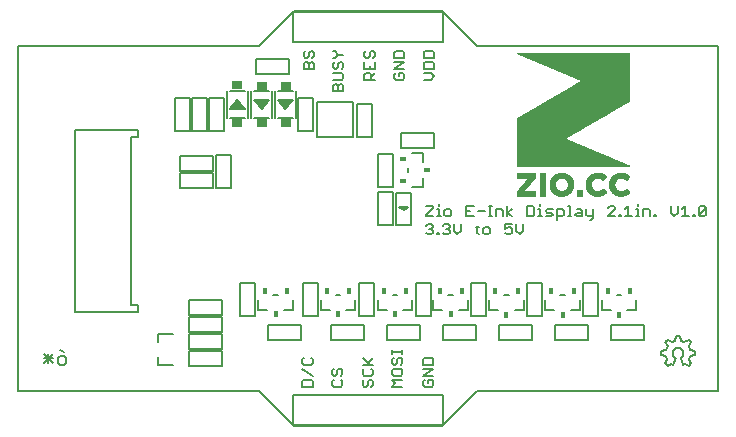
<source format=gto>
G75*
%MOIN*%
%OFA0B0*%
%FSLAX25Y25*%
%IPPOS*%
%LPD*%
%AMOC8*
5,1,8,0,0,1.08239X$1,22.5*
%
%ADD10C,0.00600*%
%ADD11C,0.00500*%
%ADD12R,0.03346X0.02953*%
%ADD13R,0.01800X0.02300*%
%ADD14R,0.02300X0.01800*%
%ADD15C,0.00010*%
D10*
X0008065Y0019400D02*
X0008065Y0134361D01*
X0088320Y0134361D01*
X0099920Y0145961D01*
X0149420Y0145961D01*
X0161020Y0134361D01*
X0241136Y0134361D01*
X0241136Y0019400D01*
X0161020Y0019400D01*
X0149420Y0007800D01*
X0099920Y0007800D01*
X0088320Y0019400D01*
X0008065Y0019400D01*
X0016497Y0028758D02*
X0019433Y0031693D01*
X0019433Y0030225D02*
X0016497Y0030225D01*
X0016497Y0031693D02*
X0019433Y0028758D01*
X0017965Y0028758D02*
X0017965Y0031693D01*
X0021101Y0030225D02*
X0021101Y0028758D01*
X0021835Y0028024D01*
X0023303Y0028024D01*
X0024037Y0028758D01*
X0024037Y0030225D01*
X0023303Y0030959D01*
X0021835Y0030959D01*
X0021101Y0030225D01*
X0021835Y0033161D02*
X0023303Y0032427D01*
X0222365Y0032746D02*
X0222365Y0031446D01*
X0223865Y0031146D01*
X0224365Y0029846D01*
X0223565Y0028546D01*
X0224465Y0027646D01*
X0225665Y0028446D01*
X0226165Y0028146D01*
X0227165Y0030446D01*
X0228765Y0030446D02*
X0229665Y0028146D01*
X0230265Y0028446D01*
X0231465Y0027646D01*
X0232365Y0028546D01*
X0231465Y0029846D01*
X0232065Y0031146D01*
X0233465Y0031446D01*
X0233465Y0032746D01*
X0231965Y0033046D01*
X0231465Y0034246D01*
X0232365Y0035546D01*
X0231465Y0036446D01*
X0230065Y0035546D01*
X0228865Y0036046D01*
X0228565Y0037646D01*
X0227265Y0037646D01*
X0226965Y0036046D01*
X0225765Y0035546D01*
X0224465Y0036446D01*
X0223565Y0035546D01*
X0224465Y0034246D01*
X0223865Y0032946D01*
X0222365Y0032746D01*
X0227165Y0030446D02*
X0227091Y0030485D01*
X0227018Y0030528D01*
X0226948Y0030574D01*
X0226880Y0030624D01*
X0226814Y0030676D01*
X0226751Y0030732D01*
X0226691Y0030790D01*
X0226633Y0030851D01*
X0226579Y0030915D01*
X0226527Y0030981D01*
X0226479Y0031050D01*
X0226434Y0031121D01*
X0226392Y0031194D01*
X0226354Y0031269D01*
X0226319Y0031345D01*
X0226288Y0031423D01*
X0226260Y0031503D01*
X0226237Y0031584D01*
X0226217Y0031665D01*
X0226201Y0031748D01*
X0226189Y0031831D01*
X0226181Y0031915D01*
X0226177Y0031998D01*
X0226176Y0032083D01*
X0226180Y0032166D01*
X0226188Y0032250D01*
X0226199Y0032333D01*
X0226215Y0032416D01*
X0226234Y0032498D01*
X0226257Y0032579D01*
X0226284Y0032658D01*
X0226315Y0032737D01*
X0226349Y0032813D01*
X0226387Y0032888D01*
X0226428Y0032961D01*
X0226473Y0033033D01*
X0226521Y0033102D01*
X0226572Y0033168D01*
X0226626Y0033233D01*
X0226683Y0033294D01*
X0226743Y0033353D01*
X0226806Y0033409D01*
X0226871Y0033462D01*
X0226939Y0033512D01*
X0227009Y0033558D01*
X0227081Y0033601D01*
X0227155Y0033641D01*
X0227231Y0033677D01*
X0227308Y0033710D01*
X0227387Y0033739D01*
X0227467Y0033764D01*
X0227549Y0033786D01*
X0227631Y0033804D01*
X0227714Y0033817D01*
X0227797Y0033827D01*
X0227881Y0033833D01*
X0227965Y0033835D01*
X0228049Y0033833D01*
X0228133Y0033827D01*
X0228216Y0033817D01*
X0228299Y0033804D01*
X0228381Y0033786D01*
X0228463Y0033764D01*
X0228543Y0033739D01*
X0228622Y0033710D01*
X0228699Y0033677D01*
X0228775Y0033641D01*
X0228849Y0033601D01*
X0228921Y0033558D01*
X0228991Y0033512D01*
X0229059Y0033462D01*
X0229124Y0033409D01*
X0229187Y0033353D01*
X0229247Y0033294D01*
X0229304Y0033233D01*
X0229358Y0033168D01*
X0229409Y0033102D01*
X0229457Y0033033D01*
X0229502Y0032961D01*
X0229543Y0032888D01*
X0229581Y0032813D01*
X0229615Y0032737D01*
X0229646Y0032658D01*
X0229673Y0032579D01*
X0229696Y0032498D01*
X0229715Y0032416D01*
X0229731Y0032333D01*
X0229742Y0032250D01*
X0229750Y0032166D01*
X0229754Y0032083D01*
X0229753Y0031998D01*
X0229749Y0031915D01*
X0229741Y0031831D01*
X0229729Y0031748D01*
X0229713Y0031665D01*
X0229693Y0031584D01*
X0229670Y0031503D01*
X0229642Y0031423D01*
X0229611Y0031345D01*
X0229576Y0031269D01*
X0229538Y0031194D01*
X0229496Y0031121D01*
X0229451Y0031050D01*
X0229403Y0030981D01*
X0229351Y0030915D01*
X0229297Y0030851D01*
X0229239Y0030790D01*
X0229179Y0030732D01*
X0229116Y0030676D01*
X0229050Y0030624D01*
X0228982Y0030574D01*
X0228912Y0030528D01*
X0228839Y0030485D01*
X0228765Y0030446D01*
D11*
X0216704Y0036250D02*
X0205704Y0036250D01*
X0205704Y0041250D01*
X0216704Y0041250D01*
X0216704Y0036250D01*
X0201370Y0044306D02*
X0196370Y0044306D01*
X0196370Y0055306D01*
X0201370Y0055306D01*
X0201370Y0044306D01*
X0202476Y0046241D02*
X0205476Y0046241D01*
X0202476Y0046241D02*
X0202476Y0049741D01*
X0207476Y0051241D02*
X0208976Y0051241D01*
X0213976Y0049741D02*
X0213976Y0046241D01*
X0210976Y0046241D01*
X0197904Y0041250D02*
X0197904Y0036250D01*
X0186904Y0036250D01*
X0186904Y0041250D01*
X0197904Y0041250D01*
X0195176Y0046241D02*
X0192176Y0046241D01*
X0195176Y0046241D02*
X0195176Y0049741D01*
X0190176Y0051241D02*
X0188676Y0051241D01*
X0183676Y0049741D02*
X0183676Y0046241D01*
X0186676Y0046241D01*
X0182570Y0044306D02*
X0177570Y0044306D01*
X0177570Y0055306D01*
X0182570Y0055306D01*
X0182570Y0044306D01*
X0179204Y0041250D02*
X0179204Y0036250D01*
X0168204Y0036250D01*
X0168204Y0041250D01*
X0179204Y0041250D01*
X0176476Y0046241D02*
X0173476Y0046241D01*
X0176476Y0046241D02*
X0176476Y0049741D01*
X0171476Y0051241D02*
X0169976Y0051241D01*
X0164976Y0049741D02*
X0164976Y0046241D01*
X0167976Y0046241D01*
X0163970Y0044306D02*
X0158970Y0044306D01*
X0158970Y0055306D01*
X0163970Y0055306D01*
X0163970Y0044306D01*
X0160604Y0041250D02*
X0160604Y0036250D01*
X0149604Y0036250D01*
X0149604Y0041250D01*
X0160604Y0041250D01*
X0157876Y0046341D02*
X0154876Y0046341D01*
X0157876Y0046341D02*
X0157876Y0049841D01*
X0152876Y0051341D02*
X0151376Y0051341D01*
X0146376Y0049841D02*
X0146376Y0046341D01*
X0149376Y0046341D01*
X0145470Y0044306D02*
X0140470Y0044306D01*
X0140470Y0055306D01*
X0145470Y0055306D01*
X0145470Y0044306D01*
X0142004Y0041250D02*
X0142004Y0036250D01*
X0131004Y0036250D01*
X0131004Y0041250D01*
X0142004Y0041250D01*
X0139276Y0046341D02*
X0136276Y0046341D01*
X0139276Y0046341D02*
X0139276Y0049841D01*
X0134276Y0051341D02*
X0132776Y0051341D01*
X0127776Y0049841D02*
X0127776Y0046341D01*
X0130776Y0046341D01*
X0126570Y0044306D02*
X0121570Y0044306D01*
X0121570Y0055306D01*
X0126570Y0055306D01*
X0126570Y0044306D01*
X0123104Y0041250D02*
X0123104Y0036250D01*
X0112104Y0036250D01*
X0112104Y0041250D01*
X0123104Y0041250D01*
X0120376Y0046341D02*
X0117376Y0046341D01*
X0120376Y0046341D02*
X0120376Y0049841D01*
X0115376Y0051341D02*
X0113876Y0051341D01*
X0108876Y0049841D02*
X0108876Y0046341D01*
X0111876Y0046341D01*
X0107970Y0044306D02*
X0102970Y0044306D01*
X0102970Y0055306D01*
X0107970Y0055306D01*
X0107970Y0044306D01*
X0102304Y0041250D02*
X0102304Y0036250D01*
X0091304Y0036250D01*
X0091304Y0041250D01*
X0102304Y0041250D01*
X0099576Y0046341D02*
X0096576Y0046341D01*
X0099576Y0046341D02*
X0099576Y0049841D01*
X0094576Y0051341D02*
X0093076Y0051341D01*
X0088076Y0049841D02*
X0088076Y0046341D01*
X0091076Y0046341D01*
X0086770Y0044306D02*
X0081770Y0044306D01*
X0081770Y0055306D01*
X0086770Y0055306D01*
X0086770Y0044306D01*
X0075926Y0044541D02*
X0075926Y0049541D01*
X0064926Y0049541D01*
X0064926Y0044541D01*
X0075926Y0044541D01*
X0075926Y0043941D02*
X0075926Y0038941D01*
X0064926Y0038941D01*
X0064926Y0043941D01*
X0075926Y0043941D01*
X0075926Y0038241D02*
X0075926Y0033241D01*
X0064926Y0033241D01*
X0064926Y0038241D01*
X0075926Y0038241D01*
X0075926Y0032541D02*
X0075926Y0027541D01*
X0064926Y0027541D01*
X0064926Y0032541D01*
X0075926Y0032541D01*
X0059611Y0027988D02*
X0054493Y0027988D01*
X0054493Y0030547D01*
X0054493Y0035665D02*
X0054493Y0038224D01*
X0059611Y0038224D01*
X0047829Y0045778D02*
X0026963Y0045778D01*
X0026963Y0106408D01*
X0047829Y0106408D01*
X0047829Y0104046D01*
X0045467Y0104046D01*
X0045467Y0048140D01*
X0047829Y0048140D01*
X0047829Y0045778D01*
X0099601Y0018000D02*
X0149601Y0018000D01*
X0149601Y0008000D01*
X0099601Y0008000D01*
X0099601Y0018000D01*
X0102712Y0020796D02*
X0102712Y0022547D01*
X0103296Y0023131D01*
X0105631Y0023131D01*
X0106215Y0022547D01*
X0106215Y0020796D01*
X0102712Y0020796D01*
X0106215Y0024479D02*
X0102712Y0026814D01*
X0103296Y0028162D02*
X0105631Y0028162D01*
X0106215Y0028746D01*
X0106215Y0029913D01*
X0105631Y0030497D01*
X0103296Y0030497D02*
X0102712Y0029913D01*
X0102712Y0028746D01*
X0103296Y0028162D01*
X0112512Y0026230D02*
X0112512Y0025063D01*
X0113096Y0024479D01*
X0113680Y0024479D01*
X0114264Y0025063D01*
X0114264Y0026230D01*
X0114847Y0026814D01*
X0115431Y0026814D01*
X0116015Y0026230D01*
X0116015Y0025063D01*
X0115431Y0024479D01*
X0115431Y0023131D02*
X0116015Y0022547D01*
X0116015Y0021379D01*
X0115431Y0020796D01*
X0113096Y0020796D01*
X0112512Y0021379D01*
X0112512Y0022547D01*
X0113096Y0023131D01*
X0112512Y0026230D02*
X0113096Y0026814D01*
X0122812Y0026230D02*
X0122812Y0025063D01*
X0123396Y0024479D01*
X0125731Y0024479D01*
X0126315Y0025063D01*
X0126315Y0026230D01*
X0125731Y0026814D01*
X0125147Y0028162D02*
X0122812Y0030497D01*
X0122812Y0028162D02*
X0126315Y0028162D01*
X0124564Y0028746D02*
X0126315Y0030497D01*
X0123396Y0026814D02*
X0122812Y0026230D01*
X0123396Y0023131D02*
X0122812Y0022547D01*
X0122812Y0021379D01*
X0123396Y0020796D01*
X0123980Y0020796D01*
X0124564Y0021379D01*
X0124564Y0022547D01*
X0125147Y0023131D01*
X0125731Y0023131D01*
X0126315Y0022547D01*
X0126315Y0021379D01*
X0125731Y0020796D01*
X0132512Y0020796D02*
X0133680Y0021963D01*
X0132512Y0023131D01*
X0136015Y0023131D01*
X0135431Y0024479D02*
X0136015Y0025063D01*
X0136015Y0026230D01*
X0135431Y0026814D01*
X0133096Y0026814D01*
X0132512Y0026230D01*
X0132512Y0025063D01*
X0133096Y0024479D01*
X0135431Y0024479D01*
X0136015Y0020796D02*
X0132512Y0020796D01*
X0142912Y0021379D02*
X0143496Y0020796D01*
X0145831Y0020796D01*
X0146415Y0021379D01*
X0146415Y0022547D01*
X0145831Y0023131D01*
X0144664Y0023131D01*
X0144664Y0021963D01*
X0143496Y0023131D02*
X0142912Y0022547D01*
X0142912Y0021379D01*
X0142912Y0024479D02*
X0146415Y0026814D01*
X0142912Y0026814D01*
X0142912Y0028162D02*
X0142912Y0029913D01*
X0143496Y0030497D01*
X0145831Y0030497D01*
X0146415Y0029913D01*
X0146415Y0028162D01*
X0142912Y0028162D01*
X0136015Y0028746D02*
X0135431Y0028162D01*
X0136015Y0028746D02*
X0136015Y0029913D01*
X0135431Y0030497D01*
X0134847Y0030497D01*
X0134264Y0029913D01*
X0134264Y0028746D01*
X0133680Y0028162D01*
X0133096Y0028162D01*
X0132512Y0028746D01*
X0132512Y0029913D01*
X0133096Y0030497D01*
X0132512Y0031845D02*
X0132512Y0033013D01*
X0132512Y0032429D02*
X0136015Y0032429D01*
X0136015Y0031845D02*
X0136015Y0033013D01*
X0142912Y0024479D02*
X0146415Y0024479D01*
X0145667Y0071596D02*
X0144499Y0071596D01*
X0143915Y0072179D01*
X0145083Y0073347D02*
X0145667Y0073347D01*
X0146250Y0072763D01*
X0146250Y0072179D01*
X0145667Y0071596D01*
X0145667Y0073347D02*
X0146250Y0073931D01*
X0146250Y0074515D01*
X0145667Y0075099D01*
X0144499Y0075099D01*
X0143915Y0074515D01*
X0143915Y0077596D02*
X0146250Y0077596D01*
X0147598Y0077596D02*
X0148766Y0077596D01*
X0148182Y0077596D02*
X0148182Y0079931D01*
X0147598Y0079931D01*
X0148182Y0081099D02*
X0148182Y0081682D01*
X0146250Y0081099D02*
X0146250Y0080515D01*
X0143915Y0078179D01*
X0143915Y0077596D01*
X0143915Y0081099D02*
X0146250Y0081099D01*
X0150054Y0079347D02*
X0150054Y0078179D01*
X0150637Y0077596D01*
X0151805Y0077596D01*
X0152389Y0078179D01*
X0152389Y0079347D01*
X0151805Y0079931D01*
X0150637Y0079931D01*
X0150054Y0079347D01*
X0150024Y0075099D02*
X0151191Y0075099D01*
X0151775Y0074515D01*
X0151775Y0073931D01*
X0151191Y0073347D01*
X0151775Y0072763D01*
X0151775Y0072179D01*
X0151191Y0071596D01*
X0150024Y0071596D01*
X0149440Y0072179D01*
X0148182Y0072179D02*
X0148182Y0071596D01*
X0147598Y0071596D01*
X0147598Y0072179D01*
X0148182Y0072179D01*
X0150607Y0073347D02*
X0151191Y0073347D01*
X0153123Y0072763D02*
X0154291Y0071596D01*
X0155458Y0072763D01*
X0155458Y0075099D01*
X0153123Y0075099D02*
X0153123Y0072763D01*
X0150024Y0075099D02*
X0149440Y0074515D01*
X0157420Y0077596D02*
X0159755Y0077596D01*
X0158588Y0079347D02*
X0157420Y0079347D01*
X0157420Y0077596D02*
X0157420Y0081099D01*
X0159755Y0081099D01*
X0161103Y0079347D02*
X0163438Y0079347D01*
X0164786Y0077596D02*
X0165954Y0077596D01*
X0165370Y0077596D02*
X0165370Y0081099D01*
X0164786Y0081099D02*
X0165954Y0081099D01*
X0167242Y0079931D02*
X0168993Y0079931D01*
X0169577Y0079347D01*
X0169577Y0077596D01*
X0170925Y0077596D02*
X0170925Y0081099D01*
X0172676Y0079931D02*
X0170925Y0078763D01*
X0172676Y0077596D01*
X0172646Y0075099D02*
X0170311Y0075099D01*
X0170311Y0073347D01*
X0171479Y0073931D01*
X0172062Y0073931D01*
X0172646Y0073347D01*
X0172646Y0072179D01*
X0172062Y0071596D01*
X0170895Y0071596D01*
X0170311Y0072179D01*
X0173994Y0072763D02*
X0175162Y0071596D01*
X0176329Y0072763D01*
X0176329Y0075099D01*
X0173994Y0075099D02*
X0173994Y0072763D01*
X0177677Y0077596D02*
X0179429Y0077596D01*
X0180013Y0078179D01*
X0180013Y0080515D01*
X0179429Y0081099D01*
X0177677Y0081099D01*
X0177677Y0077596D01*
X0181360Y0077596D02*
X0182528Y0077596D01*
X0181944Y0077596D02*
X0181944Y0079931D01*
X0181360Y0079931D01*
X0181944Y0081099D02*
X0181944Y0081682D01*
X0183816Y0079347D02*
X0184400Y0079931D01*
X0186151Y0079931D01*
X0185567Y0078763D02*
X0184400Y0078763D01*
X0183816Y0079347D01*
X0183816Y0077596D02*
X0185567Y0077596D01*
X0186151Y0078179D01*
X0185567Y0078763D01*
X0187499Y0077596D02*
X0189250Y0077596D01*
X0189834Y0078179D01*
X0189834Y0079347D01*
X0189250Y0079931D01*
X0187499Y0079931D01*
X0187499Y0076428D01*
X0191182Y0077596D02*
X0192350Y0077596D01*
X0191766Y0077596D02*
X0191766Y0081099D01*
X0191182Y0081099D01*
X0194221Y0079931D02*
X0195389Y0079931D01*
X0195973Y0079347D01*
X0195973Y0077596D01*
X0194221Y0077596D01*
X0193638Y0078179D01*
X0194221Y0078763D01*
X0195973Y0078763D01*
X0197321Y0078179D02*
X0197904Y0077596D01*
X0199656Y0077596D01*
X0199656Y0077012D02*
X0199072Y0076428D01*
X0198488Y0076428D01*
X0199656Y0077012D02*
X0199656Y0079931D01*
X0197321Y0079931D02*
X0197321Y0078179D01*
X0204687Y0077596D02*
X0207022Y0079931D01*
X0207022Y0080515D01*
X0206438Y0081099D01*
X0205271Y0081099D01*
X0204687Y0080515D01*
X0204687Y0077596D02*
X0207022Y0077596D01*
X0208370Y0077596D02*
X0208954Y0077596D01*
X0208954Y0078179D01*
X0208370Y0078179D01*
X0208370Y0077596D01*
X0210212Y0077596D02*
X0212547Y0077596D01*
X0211379Y0077596D02*
X0211379Y0081099D01*
X0210212Y0079931D01*
X0213895Y0079931D02*
X0214479Y0079931D01*
X0214479Y0077596D01*
X0215062Y0077596D02*
X0213895Y0077596D01*
X0216350Y0077596D02*
X0216350Y0079931D01*
X0218102Y0079931D01*
X0218686Y0079347D01*
X0218686Y0077596D01*
X0220033Y0077596D02*
X0220617Y0077596D01*
X0220617Y0078179D01*
X0220033Y0078179D01*
X0220033Y0077596D01*
X0225558Y0078763D02*
X0225558Y0081099D01*
X0227893Y0081099D02*
X0227893Y0078763D01*
X0226726Y0077596D01*
X0225558Y0078763D01*
X0229241Y0077596D02*
X0231577Y0077596D01*
X0230409Y0077596D02*
X0230409Y0081099D01*
X0229241Y0079931D01*
X0232924Y0078179D02*
X0233508Y0078179D01*
X0233508Y0077596D01*
X0232924Y0077596D01*
X0232924Y0078179D01*
X0234766Y0078179D02*
X0237101Y0080515D01*
X0237101Y0078179D01*
X0236517Y0077596D01*
X0235350Y0077596D01*
X0234766Y0078179D01*
X0234766Y0080515D01*
X0235350Y0081099D01*
X0236517Y0081099D01*
X0237101Y0080515D01*
X0214479Y0081099D02*
X0214479Y0081682D01*
X0167242Y0079931D02*
X0167242Y0077596D01*
X0164696Y0073931D02*
X0163528Y0073931D01*
X0162945Y0073347D01*
X0162945Y0072179D01*
X0163528Y0071596D01*
X0164696Y0071596D01*
X0165280Y0072179D01*
X0165280Y0073347D01*
X0164696Y0073931D01*
X0161657Y0073931D02*
X0160489Y0073931D01*
X0161073Y0074515D02*
X0161073Y0072179D01*
X0161657Y0071596D01*
X0139070Y0074856D02*
X0139070Y0085356D01*
X0134070Y0085356D01*
X0134070Y0074856D01*
X0139070Y0074856D01*
X0136570Y0079606D02*
X0137320Y0080106D01*
X0135820Y0080106D01*
X0136570Y0079606D01*
X0137320Y0080106D02*
X0138070Y0080606D01*
X0135070Y0080606D01*
X0135820Y0080106D01*
X0135570Y0080356D02*
X0137570Y0080356D01*
X0132870Y0085606D02*
X0127870Y0085606D01*
X0127870Y0074606D01*
X0132870Y0074606D01*
X0132870Y0085606D01*
X0132970Y0087406D02*
X0127970Y0087406D01*
X0127970Y0098406D01*
X0132970Y0098406D01*
X0132970Y0087406D01*
X0139270Y0087356D02*
X0142770Y0087356D01*
X0142770Y0090356D01*
X0137770Y0092356D02*
X0137770Y0093856D01*
X0142770Y0095856D02*
X0142770Y0098856D01*
X0139270Y0098856D01*
X0135704Y0100250D02*
X0135704Y0105250D01*
X0146704Y0105250D01*
X0146704Y0100250D01*
X0135704Y0100250D01*
X0125970Y0103906D02*
X0120970Y0103906D01*
X0120970Y0114906D01*
X0125970Y0114906D01*
X0125970Y0103906D01*
X0119431Y0103935D02*
X0107620Y0103935D01*
X0107620Y0115746D01*
X0119431Y0115746D01*
X0119431Y0103935D01*
X0106370Y0106006D02*
X0101370Y0106006D01*
X0101370Y0117006D01*
X0106370Y0117006D01*
X0106370Y0106006D01*
X0100560Y0110485D02*
X0100560Y0119485D01*
X0099560Y0119485D02*
X0094560Y0119485D01*
X0093560Y0119485D02*
X0093560Y0110485D01*
X0092660Y0110485D02*
X0092660Y0119485D01*
X0091660Y0119485D02*
X0086660Y0119485D01*
X0085660Y0119485D02*
X0085660Y0110485D01*
X0086660Y0110485D02*
X0091660Y0110485D01*
X0094560Y0110485D02*
X0099560Y0110485D01*
X0097060Y0113485D02*
X0095060Y0116485D01*
X0099060Y0115985D01*
X0097060Y0113985D01*
X0095560Y0116485D01*
X0098560Y0115985D01*
X0097060Y0114485D01*
X0096060Y0115985D01*
X0096560Y0115985D01*
X0097560Y0115485D01*
X0097060Y0115485D01*
X0097560Y0115485D02*
X0097060Y0114985D01*
X0096560Y0115985D01*
X0098060Y0115985D01*
X0097560Y0115485D01*
X0097060Y0113485D02*
X0099560Y0116485D01*
X0095560Y0116485D01*
X0095060Y0116485D01*
X0094560Y0116485D01*
X0097060Y0113485D01*
X0091660Y0116485D02*
X0089160Y0113485D01*
X0087160Y0116485D01*
X0091160Y0115985D01*
X0089160Y0113985D01*
X0087660Y0116485D01*
X0090660Y0115985D01*
X0089160Y0114485D01*
X0088160Y0115985D01*
X0088660Y0115985D01*
X0089660Y0115485D01*
X0089160Y0115485D01*
X0089160Y0114985D02*
X0088660Y0115985D01*
X0090160Y0115985D01*
X0089660Y0115485D01*
X0089160Y0114985D01*
X0089160Y0113485D02*
X0086660Y0116485D01*
X0087160Y0116485D01*
X0087660Y0116485D01*
X0091660Y0116485D01*
X0084570Y0119506D02*
X0084570Y0110506D01*
X0083570Y0110506D02*
X0078570Y0110506D01*
X0077570Y0110506D02*
X0077570Y0119506D01*
X0078570Y0119506D02*
X0083570Y0119506D01*
X0081070Y0116506D02*
X0083070Y0113506D01*
X0079070Y0114006D01*
X0081070Y0116006D01*
X0082570Y0113506D01*
X0079570Y0114006D01*
X0081070Y0115506D01*
X0082070Y0114006D01*
X0081570Y0114006D01*
X0080570Y0114506D01*
X0081070Y0114506D01*
X0080570Y0114506D02*
X0081070Y0115006D01*
X0081570Y0114006D01*
X0080070Y0114006D01*
X0080570Y0114506D01*
X0081070Y0116506D02*
X0078570Y0113506D01*
X0082570Y0113506D01*
X0083070Y0113506D01*
X0083570Y0113506D01*
X0081070Y0116506D01*
X0076670Y0117006D02*
X0071670Y0117006D01*
X0071670Y0106006D01*
X0076670Y0106006D01*
X0076670Y0117006D01*
X0070970Y0117006D02*
X0065970Y0117006D01*
X0065970Y0106006D01*
X0070970Y0106006D01*
X0070970Y0117006D01*
X0065270Y0117006D02*
X0060270Y0117006D01*
X0060270Y0106006D01*
X0065270Y0106006D01*
X0065270Y0117006D01*
X0087326Y0125041D02*
X0087326Y0130041D01*
X0098326Y0130041D01*
X0098326Y0125041D01*
X0087326Y0125041D01*
X0103112Y0126629D02*
X0103112Y0128381D01*
X0103696Y0128965D01*
X0104280Y0128965D01*
X0104864Y0128381D01*
X0104864Y0126629D01*
X0106615Y0126629D02*
X0106615Y0128381D01*
X0106031Y0128965D01*
X0105447Y0128965D01*
X0104864Y0128381D01*
X0104280Y0130313D02*
X0104864Y0130896D01*
X0104864Y0132064D01*
X0105447Y0132648D01*
X0106031Y0132648D01*
X0106615Y0132064D01*
X0106615Y0130896D01*
X0106031Y0130313D01*
X0104280Y0130313D02*
X0103696Y0130313D01*
X0103112Y0130896D01*
X0103112Y0132064D01*
X0103696Y0132648D01*
X0099601Y0135761D02*
X0099601Y0145761D01*
X0149601Y0145761D01*
X0149601Y0135761D01*
X0099601Y0135761D01*
X0112912Y0132648D02*
X0113496Y0132648D01*
X0114664Y0131480D01*
X0116415Y0131480D01*
X0114664Y0131480D02*
X0113496Y0130313D01*
X0112912Y0130313D01*
X0113496Y0128965D02*
X0112912Y0128381D01*
X0112912Y0127213D01*
X0113496Y0126629D01*
X0114080Y0126629D01*
X0114664Y0127213D01*
X0114664Y0128381D01*
X0115247Y0128965D01*
X0115831Y0128965D01*
X0116415Y0128381D01*
X0116415Y0127213D01*
X0115831Y0126629D01*
X0115831Y0125282D02*
X0112912Y0125282D01*
X0115831Y0125282D02*
X0116415Y0124698D01*
X0116415Y0123530D01*
X0115831Y0122946D01*
X0112912Y0122946D01*
X0113496Y0121598D02*
X0114080Y0121598D01*
X0114664Y0121015D01*
X0114664Y0119263D01*
X0116415Y0119263D02*
X0116415Y0121015D01*
X0115831Y0121598D01*
X0115247Y0121598D01*
X0114664Y0121015D01*
X0113496Y0121598D02*
X0112912Y0121015D01*
X0112912Y0119263D01*
X0116415Y0119263D01*
X0123412Y0122946D02*
X0123412Y0124698D01*
X0123996Y0125282D01*
X0125164Y0125282D01*
X0125747Y0124698D01*
X0125747Y0122946D01*
X0125747Y0124114D02*
X0126915Y0125282D01*
X0126915Y0126629D02*
X0126915Y0128965D01*
X0126331Y0130313D02*
X0126915Y0130896D01*
X0126915Y0132064D01*
X0126331Y0132648D01*
X0125747Y0132648D01*
X0125164Y0132064D01*
X0125164Y0130896D01*
X0124580Y0130313D01*
X0123996Y0130313D01*
X0123412Y0130896D01*
X0123412Y0132064D01*
X0123996Y0132648D01*
X0123412Y0128965D02*
X0123412Y0126629D01*
X0126915Y0126629D01*
X0125164Y0126629D02*
X0125164Y0127797D01*
X0133212Y0126729D02*
X0136715Y0129065D01*
X0133212Y0129065D01*
X0133212Y0130413D02*
X0133212Y0132164D01*
X0133796Y0132748D01*
X0136131Y0132748D01*
X0136715Y0132164D01*
X0136715Y0130413D01*
X0133212Y0130413D01*
X0133212Y0126729D02*
X0136715Y0126729D01*
X0136131Y0125382D02*
X0134964Y0125382D01*
X0134964Y0124214D01*
X0136131Y0125382D02*
X0136715Y0124798D01*
X0136715Y0123630D01*
X0136131Y0123046D01*
X0133796Y0123046D01*
X0133212Y0123630D01*
X0133212Y0124798D01*
X0133796Y0125382D01*
X0126915Y0122946D02*
X0123412Y0122946D01*
X0106615Y0126629D02*
X0103112Y0126629D01*
X0143112Y0126829D02*
X0143112Y0128581D01*
X0143696Y0129165D01*
X0146031Y0129165D01*
X0146615Y0128581D01*
X0146615Y0126829D01*
X0143112Y0126829D01*
X0143112Y0125482D02*
X0145447Y0125482D01*
X0146615Y0124314D01*
X0145447Y0123146D01*
X0143112Y0123146D01*
X0143112Y0130513D02*
X0143112Y0132264D01*
X0143696Y0132848D01*
X0146031Y0132848D01*
X0146615Y0132264D01*
X0146615Y0130513D01*
X0143112Y0130513D01*
X0078870Y0098006D02*
X0073870Y0098006D01*
X0073870Y0087006D01*
X0078870Y0087006D01*
X0078870Y0098006D01*
X0072826Y0097841D02*
X0072826Y0092841D01*
X0061826Y0092841D01*
X0061826Y0097841D01*
X0072826Y0097841D01*
X0072826Y0092141D02*
X0072826Y0087141D01*
X0061826Y0087141D01*
X0061826Y0092141D01*
X0072826Y0092141D01*
D12*
X0080971Y0108806D03*
X0089259Y0108784D03*
X0097159Y0108784D03*
X0097159Y0121186D03*
X0089259Y0121186D03*
X0080971Y0121207D03*
D13*
X0090126Y0052791D03*
X0097526Y0052791D03*
X0093826Y0044891D03*
X0110926Y0052791D03*
X0118326Y0052791D03*
X0114626Y0044891D03*
X0129826Y0052791D03*
X0137226Y0052791D03*
X0133526Y0044891D03*
X0148426Y0052791D03*
X0155826Y0052791D03*
X0167026Y0052691D03*
X0174426Y0052691D03*
X0170726Y0044791D03*
X0185726Y0052691D03*
X0193126Y0052691D03*
X0189426Y0044791D03*
X0204526Y0052691D03*
X0211926Y0052691D03*
X0208226Y0044791D03*
X0152126Y0044891D03*
D14*
X0136320Y0089406D03*
X0144220Y0093106D03*
X0136320Y0096806D03*
D15*
X0174136Y0096833D02*
X0206042Y0096833D01*
X0206062Y0096825D02*
X0174136Y0096825D01*
X0174136Y0096816D02*
X0206082Y0096816D01*
X0206102Y0096808D02*
X0174136Y0096808D01*
X0174136Y0096799D02*
X0206123Y0096799D01*
X0206143Y0096791D02*
X0174136Y0096791D01*
X0174136Y0096782D02*
X0206163Y0096782D01*
X0206183Y0096774D02*
X0174136Y0096774D01*
X0174136Y0096765D02*
X0206204Y0096765D01*
X0206216Y0096760D02*
X0205130Y0097216D01*
X0204043Y0097672D01*
X0202955Y0098128D01*
X0201869Y0098584D01*
X0200782Y0099040D01*
X0199702Y0099493D01*
X0198622Y0099946D01*
X0197542Y0100400D01*
X0196464Y0100854D01*
X0195384Y0101308D01*
X0194305Y0101763D01*
X0193225Y0102219D01*
X0192148Y0102674D01*
X0191070Y0103133D01*
X0189996Y0103598D01*
X0191081Y0104235D01*
X0193256Y0105500D01*
X0194343Y0106133D01*
X0195430Y0106764D01*
X0196519Y0107397D01*
X0197608Y0108028D01*
X0198696Y0108659D01*
X0199784Y0109289D01*
X0200872Y0109921D01*
X0201959Y0110551D01*
X0203045Y0111179D01*
X0204131Y0111809D01*
X0205217Y0112439D01*
X0206303Y0113068D01*
X0207389Y0113698D01*
X0208475Y0114327D01*
X0209560Y0114957D01*
X0210646Y0115587D01*
X0211732Y0116215D01*
X0211732Y0132035D01*
X0205470Y0132035D01*
X0204218Y0132034D01*
X0191692Y0132034D01*
X0190440Y0132032D01*
X0179168Y0132032D01*
X0177915Y0132031D01*
X0174158Y0132031D01*
X0174410Y0131923D01*
X0175495Y0131467D01*
X0176581Y0131010D01*
X0177667Y0130554D01*
X0179839Y0129642D01*
X0180925Y0129187D01*
X0182010Y0128731D01*
X0183096Y0128275D01*
X0184182Y0127820D01*
X0185269Y0127364D01*
X0186333Y0126918D01*
X0187397Y0126471D01*
X0188461Y0126023D01*
X0189525Y0125576D01*
X0190590Y0125130D01*
X0191653Y0124681D01*
X0192716Y0124234D01*
X0193781Y0123786D01*
X0194845Y0123337D01*
X0195905Y0122883D01*
X0194826Y0122237D01*
X0193741Y0121601D01*
X0192653Y0120964D01*
X0191566Y0120331D01*
X0190479Y0119697D01*
X0189391Y0119064D01*
X0188303Y0118432D01*
X0187214Y0117799D01*
X0186125Y0117168D01*
X0185037Y0116536D01*
X0183947Y0115904D01*
X0182857Y0115273D01*
X0181766Y0114640D01*
X0180676Y0114009D01*
X0179586Y0113377D01*
X0177406Y0112114D01*
X0176316Y0111482D01*
X0175226Y0110850D01*
X0174136Y0110218D01*
X0174136Y0094439D01*
X0189167Y0094439D01*
X0190419Y0094440D01*
X0196669Y0094440D01*
X0197918Y0094441D01*
X0199165Y0094443D01*
X0200414Y0094443D01*
X0201662Y0094444D01*
X0202911Y0094446D01*
X0204160Y0094448D01*
X0205407Y0094449D01*
X0206656Y0094452D01*
X0207904Y0094454D01*
X0209153Y0094458D01*
X0210401Y0094463D01*
X0211648Y0094475D01*
X0210563Y0094934D01*
X0209477Y0095391D01*
X0208390Y0095848D01*
X0207303Y0096304D01*
X0206216Y0096760D01*
X0206224Y0096756D02*
X0174136Y0096756D01*
X0174136Y0096748D02*
X0206244Y0096748D01*
X0206265Y0096739D02*
X0174136Y0096739D01*
X0174136Y0096731D02*
X0206285Y0096731D01*
X0206305Y0096722D02*
X0174136Y0096722D01*
X0174136Y0096714D02*
X0206325Y0096714D01*
X0206346Y0096705D02*
X0174136Y0096705D01*
X0174136Y0096697D02*
X0206366Y0096697D01*
X0206386Y0096688D02*
X0174136Y0096688D01*
X0174136Y0096680D02*
X0206407Y0096680D01*
X0206427Y0096671D02*
X0174136Y0096671D01*
X0174136Y0096663D02*
X0206447Y0096663D01*
X0206468Y0096654D02*
X0174136Y0096654D01*
X0174136Y0096646D02*
X0206488Y0096646D01*
X0206508Y0096637D02*
X0174136Y0096637D01*
X0174136Y0096629D02*
X0206528Y0096629D01*
X0206549Y0096620D02*
X0174136Y0096620D01*
X0174136Y0096612D02*
X0206569Y0096612D01*
X0206589Y0096603D02*
X0174136Y0096603D01*
X0174136Y0096595D02*
X0206610Y0096595D01*
X0206630Y0096586D02*
X0174136Y0096586D01*
X0174136Y0096578D02*
X0206650Y0096578D01*
X0206671Y0096569D02*
X0174136Y0096569D01*
X0174136Y0096561D02*
X0206691Y0096561D01*
X0206711Y0096552D02*
X0174136Y0096552D01*
X0174136Y0096544D02*
X0206731Y0096544D01*
X0206752Y0096535D02*
X0174136Y0096535D01*
X0174136Y0096527D02*
X0206772Y0096527D01*
X0206792Y0096518D02*
X0174136Y0096518D01*
X0174136Y0096510D02*
X0206813Y0096510D01*
X0206833Y0096501D02*
X0174136Y0096501D01*
X0174136Y0096493D02*
X0206853Y0096493D01*
X0206873Y0096484D02*
X0174136Y0096484D01*
X0174136Y0096476D02*
X0206894Y0096476D01*
X0206914Y0096467D02*
X0174136Y0096467D01*
X0174136Y0096459D02*
X0206934Y0096459D01*
X0206955Y0096450D02*
X0174136Y0096450D01*
X0174136Y0096441D02*
X0206975Y0096441D01*
X0206995Y0096433D02*
X0174136Y0096433D01*
X0174136Y0096424D02*
X0207016Y0096424D01*
X0207036Y0096416D02*
X0174136Y0096416D01*
X0174136Y0096407D02*
X0207056Y0096407D01*
X0207076Y0096399D02*
X0174136Y0096399D01*
X0174136Y0096390D02*
X0207097Y0096390D01*
X0207117Y0096382D02*
X0174136Y0096382D01*
X0174136Y0096373D02*
X0207137Y0096373D01*
X0207158Y0096365D02*
X0174136Y0096365D01*
X0174136Y0096356D02*
X0207178Y0096356D01*
X0207198Y0096348D02*
X0174136Y0096348D01*
X0174136Y0096339D02*
X0207219Y0096339D01*
X0207239Y0096331D02*
X0174136Y0096331D01*
X0174136Y0096322D02*
X0207259Y0096322D01*
X0207279Y0096314D02*
X0174136Y0096314D01*
X0174136Y0096305D02*
X0207300Y0096305D01*
X0207320Y0096297D02*
X0174136Y0096297D01*
X0174136Y0096288D02*
X0207340Y0096288D01*
X0207361Y0096280D02*
X0174136Y0096280D01*
X0174136Y0096271D02*
X0207381Y0096271D01*
X0207401Y0096263D02*
X0174136Y0096263D01*
X0174136Y0096254D02*
X0207421Y0096254D01*
X0207442Y0096246D02*
X0174136Y0096246D01*
X0174136Y0096237D02*
X0207462Y0096237D01*
X0207482Y0096229D02*
X0174136Y0096229D01*
X0174136Y0096220D02*
X0207502Y0096220D01*
X0207523Y0096212D02*
X0174136Y0096212D01*
X0174136Y0096203D02*
X0207543Y0096203D01*
X0207563Y0096195D02*
X0174136Y0096195D01*
X0174136Y0096186D02*
X0207584Y0096186D01*
X0207604Y0096178D02*
X0174136Y0096178D01*
X0174136Y0096169D02*
X0207624Y0096169D01*
X0207644Y0096161D02*
X0174136Y0096161D01*
X0174136Y0096152D02*
X0207665Y0096152D01*
X0207685Y0096144D02*
X0174136Y0096144D01*
X0174136Y0096135D02*
X0207705Y0096135D01*
X0207725Y0096126D02*
X0174136Y0096126D01*
X0174136Y0096118D02*
X0207746Y0096118D01*
X0207766Y0096109D02*
X0174136Y0096109D01*
X0174136Y0096101D02*
X0207786Y0096101D01*
X0207807Y0096092D02*
X0174136Y0096092D01*
X0174136Y0096084D02*
X0207827Y0096084D01*
X0207847Y0096075D02*
X0174136Y0096075D01*
X0174136Y0096067D02*
X0207867Y0096067D01*
X0207888Y0096058D02*
X0174136Y0096058D01*
X0174136Y0096050D02*
X0207908Y0096050D01*
X0207928Y0096041D02*
X0174136Y0096041D01*
X0174136Y0096033D02*
X0207948Y0096033D01*
X0207969Y0096024D02*
X0174136Y0096024D01*
X0174136Y0096016D02*
X0207989Y0096016D01*
X0208009Y0096007D02*
X0174136Y0096007D01*
X0174136Y0095999D02*
X0208030Y0095999D01*
X0208050Y0095990D02*
X0174136Y0095990D01*
X0174136Y0095982D02*
X0208070Y0095982D01*
X0208090Y0095973D02*
X0174136Y0095973D01*
X0174136Y0095965D02*
X0208111Y0095965D01*
X0208131Y0095956D02*
X0174136Y0095956D01*
X0174136Y0095948D02*
X0208151Y0095948D01*
X0208171Y0095939D02*
X0174136Y0095939D01*
X0174136Y0095931D02*
X0208192Y0095931D01*
X0208212Y0095922D02*
X0174136Y0095922D01*
X0174136Y0095914D02*
X0208232Y0095914D01*
X0208253Y0095905D02*
X0174136Y0095905D01*
X0174136Y0095897D02*
X0208273Y0095897D01*
X0208293Y0095888D02*
X0174136Y0095888D01*
X0174136Y0095880D02*
X0208313Y0095880D01*
X0208334Y0095871D02*
X0174136Y0095871D01*
X0174136Y0095863D02*
X0208354Y0095863D01*
X0208374Y0095854D02*
X0174136Y0095854D01*
X0174136Y0095846D02*
X0208394Y0095846D01*
X0208415Y0095837D02*
X0174136Y0095837D01*
X0174136Y0095828D02*
X0208435Y0095828D01*
X0208455Y0095820D02*
X0174136Y0095820D01*
X0174136Y0095811D02*
X0208476Y0095811D01*
X0208496Y0095803D02*
X0174136Y0095803D01*
X0174136Y0095794D02*
X0208516Y0095794D01*
X0208537Y0095786D02*
X0174136Y0095786D01*
X0174136Y0095777D02*
X0208557Y0095777D01*
X0208577Y0095769D02*
X0174136Y0095769D01*
X0174136Y0095760D02*
X0208597Y0095760D01*
X0208618Y0095752D02*
X0174136Y0095752D01*
X0174136Y0095743D02*
X0208638Y0095743D01*
X0208658Y0095735D02*
X0174136Y0095735D01*
X0174136Y0095726D02*
X0208679Y0095726D01*
X0208699Y0095718D02*
X0174136Y0095718D01*
X0174136Y0095709D02*
X0208719Y0095709D01*
X0208740Y0095701D02*
X0174136Y0095701D01*
X0174136Y0095692D02*
X0208760Y0095692D01*
X0208780Y0095684D02*
X0174136Y0095684D01*
X0174136Y0095675D02*
X0208800Y0095675D01*
X0208821Y0095667D02*
X0174136Y0095667D01*
X0174136Y0095658D02*
X0208841Y0095658D01*
X0208861Y0095650D02*
X0174136Y0095650D01*
X0174136Y0095641D02*
X0208882Y0095641D01*
X0208902Y0095633D02*
X0174136Y0095633D01*
X0174136Y0095624D02*
X0208922Y0095624D01*
X0208942Y0095616D02*
X0174136Y0095616D01*
X0174136Y0095607D02*
X0208963Y0095607D01*
X0208983Y0095599D02*
X0174136Y0095599D01*
X0174136Y0095590D02*
X0209003Y0095590D01*
X0209024Y0095582D02*
X0174136Y0095582D01*
X0174136Y0095573D02*
X0209044Y0095573D01*
X0209064Y0095565D02*
X0174136Y0095565D01*
X0174136Y0095556D02*
X0209085Y0095556D01*
X0209105Y0095548D02*
X0174136Y0095548D01*
X0174136Y0095539D02*
X0209125Y0095539D01*
X0209145Y0095531D02*
X0174136Y0095531D01*
X0174136Y0095522D02*
X0209166Y0095522D01*
X0209186Y0095513D02*
X0174136Y0095513D01*
X0174136Y0095505D02*
X0209206Y0095505D01*
X0209227Y0095496D02*
X0174136Y0095496D01*
X0174136Y0095488D02*
X0209247Y0095488D01*
X0209267Y0095479D02*
X0174136Y0095479D01*
X0174136Y0095471D02*
X0209288Y0095471D01*
X0209308Y0095462D02*
X0174136Y0095462D01*
X0174136Y0095454D02*
X0209328Y0095454D01*
X0209348Y0095445D02*
X0174136Y0095445D01*
X0174136Y0095437D02*
X0209369Y0095437D01*
X0209389Y0095428D02*
X0174136Y0095428D01*
X0174136Y0095420D02*
X0209409Y0095420D01*
X0209430Y0095411D02*
X0174136Y0095411D01*
X0174136Y0095403D02*
X0209450Y0095403D01*
X0209470Y0095394D02*
X0174136Y0095394D01*
X0174136Y0095386D02*
X0209490Y0095386D01*
X0209511Y0095377D02*
X0174136Y0095377D01*
X0174136Y0095369D02*
X0209531Y0095369D01*
X0209551Y0095360D02*
X0174136Y0095360D01*
X0174136Y0095352D02*
X0209571Y0095352D01*
X0209592Y0095343D02*
X0174136Y0095343D01*
X0174136Y0095335D02*
X0209612Y0095335D01*
X0209632Y0095326D02*
X0174136Y0095326D01*
X0174136Y0095318D02*
X0209652Y0095318D01*
X0209672Y0095309D02*
X0174136Y0095309D01*
X0174136Y0095301D02*
X0209693Y0095301D01*
X0209713Y0095292D02*
X0174136Y0095292D01*
X0174136Y0095284D02*
X0209733Y0095284D01*
X0209753Y0095275D02*
X0174136Y0095275D01*
X0174136Y0095267D02*
X0209773Y0095267D01*
X0209794Y0095258D02*
X0174136Y0095258D01*
X0174136Y0095250D02*
X0209814Y0095250D01*
X0209834Y0095241D02*
X0174136Y0095241D01*
X0174136Y0095233D02*
X0209854Y0095233D01*
X0209875Y0095224D02*
X0174136Y0095224D01*
X0174136Y0095216D02*
X0209895Y0095216D01*
X0209915Y0095207D02*
X0174136Y0095207D01*
X0174136Y0095198D02*
X0209935Y0095198D01*
X0209955Y0095190D02*
X0174136Y0095190D01*
X0174136Y0095181D02*
X0209976Y0095181D01*
X0209996Y0095173D02*
X0174136Y0095173D01*
X0174136Y0095164D02*
X0210016Y0095164D01*
X0210036Y0095156D02*
X0174136Y0095156D01*
X0174136Y0095147D02*
X0210057Y0095147D01*
X0210077Y0095139D02*
X0174136Y0095139D01*
X0174136Y0095130D02*
X0210097Y0095130D01*
X0210117Y0095122D02*
X0174136Y0095122D01*
X0174136Y0095113D02*
X0210137Y0095113D01*
X0210158Y0095105D02*
X0174136Y0095105D01*
X0174136Y0095096D02*
X0210178Y0095096D01*
X0210198Y0095088D02*
X0174136Y0095088D01*
X0174136Y0095079D02*
X0210218Y0095079D01*
X0210238Y0095071D02*
X0174136Y0095071D01*
X0174136Y0095062D02*
X0210259Y0095062D01*
X0210279Y0095054D02*
X0174136Y0095054D01*
X0174136Y0095045D02*
X0210299Y0095045D01*
X0210319Y0095037D02*
X0174136Y0095037D01*
X0174136Y0095028D02*
X0210340Y0095028D01*
X0210360Y0095020D02*
X0174136Y0095020D01*
X0174136Y0095011D02*
X0210380Y0095011D01*
X0210400Y0095003D02*
X0174136Y0095003D01*
X0174136Y0094994D02*
X0210420Y0094994D01*
X0210441Y0094986D02*
X0174136Y0094986D01*
X0174136Y0094977D02*
X0210461Y0094977D01*
X0210481Y0094969D02*
X0174136Y0094969D01*
X0174136Y0094960D02*
X0210501Y0094960D01*
X0210522Y0094952D02*
X0174136Y0094952D01*
X0174136Y0094943D02*
X0210542Y0094943D01*
X0210562Y0094935D02*
X0174136Y0094935D01*
X0174136Y0094926D02*
X0210582Y0094926D01*
X0210602Y0094918D02*
X0174136Y0094918D01*
X0174136Y0094909D02*
X0210622Y0094909D01*
X0210643Y0094900D02*
X0174136Y0094900D01*
X0174136Y0094892D02*
X0210663Y0094892D01*
X0210683Y0094883D02*
X0174136Y0094883D01*
X0174136Y0094875D02*
X0210703Y0094875D01*
X0210723Y0094866D02*
X0174136Y0094866D01*
X0174136Y0094858D02*
X0210743Y0094858D01*
X0210763Y0094849D02*
X0174136Y0094849D01*
X0174136Y0094841D02*
X0210783Y0094841D01*
X0210804Y0094832D02*
X0174136Y0094832D01*
X0174136Y0094824D02*
X0210824Y0094824D01*
X0210844Y0094815D02*
X0174136Y0094815D01*
X0174136Y0094807D02*
X0210864Y0094807D01*
X0210884Y0094798D02*
X0174136Y0094798D01*
X0174136Y0094790D02*
X0210904Y0094790D01*
X0210924Y0094781D02*
X0174136Y0094781D01*
X0174136Y0094773D02*
X0210945Y0094773D01*
X0210965Y0094764D02*
X0174136Y0094764D01*
X0174136Y0094756D02*
X0210985Y0094756D01*
X0211005Y0094747D02*
X0174136Y0094747D01*
X0174136Y0094739D02*
X0211025Y0094739D01*
X0211045Y0094730D02*
X0174136Y0094730D01*
X0174136Y0094722D02*
X0211065Y0094722D01*
X0211086Y0094713D02*
X0174136Y0094713D01*
X0174136Y0094705D02*
X0211106Y0094705D01*
X0211126Y0094696D02*
X0174136Y0094696D01*
X0174136Y0094688D02*
X0211146Y0094688D01*
X0211166Y0094679D02*
X0174136Y0094679D01*
X0174136Y0094671D02*
X0211186Y0094671D01*
X0211206Y0094662D02*
X0174136Y0094662D01*
X0174136Y0094654D02*
X0211227Y0094654D01*
X0211247Y0094645D02*
X0174136Y0094645D01*
X0174136Y0094637D02*
X0211267Y0094637D01*
X0211287Y0094628D02*
X0174136Y0094628D01*
X0174136Y0094620D02*
X0211307Y0094620D01*
X0211327Y0094611D02*
X0174136Y0094611D01*
X0174136Y0094603D02*
X0211347Y0094603D01*
X0211367Y0094594D02*
X0174136Y0094594D01*
X0174136Y0094585D02*
X0211388Y0094585D01*
X0211408Y0094577D02*
X0174136Y0094577D01*
X0174136Y0094568D02*
X0211428Y0094568D01*
X0211448Y0094560D02*
X0174136Y0094560D01*
X0174136Y0094551D02*
X0211468Y0094551D01*
X0211488Y0094543D02*
X0174136Y0094543D01*
X0174136Y0094534D02*
X0211508Y0094534D01*
X0211529Y0094526D02*
X0174136Y0094526D01*
X0174136Y0094517D02*
X0211549Y0094517D01*
X0211569Y0094509D02*
X0174136Y0094509D01*
X0174136Y0094500D02*
X0211589Y0094500D01*
X0211609Y0094492D02*
X0174136Y0094492D01*
X0174136Y0094483D02*
X0211629Y0094483D01*
X0211585Y0094475D02*
X0174136Y0094475D01*
X0174136Y0094466D02*
X0210742Y0094466D01*
X0209141Y0094458D02*
X0174136Y0094458D01*
X0174136Y0094449D02*
X0205542Y0094449D01*
X0206021Y0096842D02*
X0174136Y0096842D01*
X0174136Y0096850D02*
X0206001Y0096850D01*
X0205981Y0096859D02*
X0174136Y0096859D01*
X0174136Y0096867D02*
X0205960Y0096867D01*
X0205940Y0096876D02*
X0174136Y0096876D01*
X0174136Y0096884D02*
X0205920Y0096884D01*
X0205900Y0096893D02*
X0174136Y0096893D01*
X0174136Y0096901D02*
X0205879Y0096901D01*
X0205859Y0096910D02*
X0174136Y0096910D01*
X0174136Y0096918D02*
X0205839Y0096918D01*
X0205819Y0096927D02*
X0174136Y0096927D01*
X0174136Y0096935D02*
X0205798Y0096935D01*
X0205778Y0096944D02*
X0174136Y0096944D01*
X0174136Y0096952D02*
X0205758Y0096952D01*
X0205737Y0096961D02*
X0174136Y0096961D01*
X0174136Y0096969D02*
X0205717Y0096969D01*
X0205697Y0096978D02*
X0174136Y0096978D01*
X0174136Y0096986D02*
X0205677Y0096986D01*
X0205656Y0096995D02*
X0174136Y0096995D01*
X0174136Y0097003D02*
X0205636Y0097003D01*
X0205616Y0097012D02*
X0174136Y0097012D01*
X0174136Y0097020D02*
X0205596Y0097020D01*
X0205575Y0097029D02*
X0174136Y0097029D01*
X0174136Y0097037D02*
X0205555Y0097037D01*
X0205535Y0097046D02*
X0174136Y0097046D01*
X0174136Y0097054D02*
X0205514Y0097054D01*
X0205494Y0097063D02*
X0174136Y0097063D01*
X0174136Y0097072D02*
X0205474Y0097072D01*
X0205454Y0097080D02*
X0174136Y0097080D01*
X0174136Y0097089D02*
X0205433Y0097089D01*
X0205413Y0097097D02*
X0174136Y0097097D01*
X0174136Y0097106D02*
X0205393Y0097106D01*
X0205373Y0097114D02*
X0174136Y0097114D01*
X0174136Y0097123D02*
X0205352Y0097123D01*
X0205332Y0097131D02*
X0174136Y0097131D01*
X0174136Y0097140D02*
X0205312Y0097140D01*
X0205291Y0097148D02*
X0174136Y0097148D01*
X0174136Y0097157D02*
X0205271Y0097157D01*
X0205251Y0097165D02*
X0174136Y0097165D01*
X0174136Y0097174D02*
X0205231Y0097174D01*
X0205210Y0097182D02*
X0174136Y0097182D01*
X0174136Y0097191D02*
X0205190Y0097191D01*
X0205170Y0097199D02*
X0174136Y0097199D01*
X0174136Y0097208D02*
X0205149Y0097208D01*
X0205129Y0097216D02*
X0174136Y0097216D01*
X0174136Y0097225D02*
X0205109Y0097225D01*
X0205089Y0097233D02*
X0174136Y0097233D01*
X0174136Y0097242D02*
X0205068Y0097242D01*
X0205048Y0097250D02*
X0174136Y0097250D01*
X0174136Y0097259D02*
X0205028Y0097259D01*
X0205007Y0097267D02*
X0174136Y0097267D01*
X0174136Y0097276D02*
X0204987Y0097276D01*
X0204967Y0097284D02*
X0174136Y0097284D01*
X0174136Y0097293D02*
X0204947Y0097293D01*
X0204926Y0097301D02*
X0174136Y0097301D01*
X0174136Y0097310D02*
X0204906Y0097310D01*
X0204886Y0097318D02*
X0174136Y0097318D01*
X0174136Y0097327D02*
X0204865Y0097327D01*
X0204845Y0097335D02*
X0174136Y0097335D01*
X0174136Y0097344D02*
X0204825Y0097344D01*
X0204804Y0097352D02*
X0174136Y0097352D01*
X0174136Y0097361D02*
X0204784Y0097361D01*
X0204764Y0097369D02*
X0174136Y0097369D01*
X0174136Y0097378D02*
X0204744Y0097378D01*
X0204723Y0097387D02*
X0174136Y0097387D01*
X0174136Y0097395D02*
X0204703Y0097395D01*
X0204683Y0097404D02*
X0174136Y0097404D01*
X0174136Y0097412D02*
X0204662Y0097412D01*
X0204642Y0097421D02*
X0174136Y0097421D01*
X0174136Y0097429D02*
X0204622Y0097429D01*
X0204602Y0097438D02*
X0174136Y0097438D01*
X0174136Y0097446D02*
X0204581Y0097446D01*
X0204561Y0097455D02*
X0174136Y0097455D01*
X0174136Y0097463D02*
X0204541Y0097463D01*
X0204520Y0097472D02*
X0174136Y0097472D01*
X0174136Y0097480D02*
X0204500Y0097480D01*
X0204480Y0097489D02*
X0174136Y0097489D01*
X0174136Y0097497D02*
X0204459Y0097497D01*
X0204439Y0097506D02*
X0174136Y0097506D01*
X0174136Y0097514D02*
X0204419Y0097514D01*
X0204399Y0097523D02*
X0174136Y0097523D01*
X0174136Y0097531D02*
X0204378Y0097531D01*
X0204358Y0097540D02*
X0174136Y0097540D01*
X0174136Y0097548D02*
X0204338Y0097548D01*
X0204317Y0097557D02*
X0174136Y0097557D01*
X0174136Y0097565D02*
X0204297Y0097565D01*
X0204277Y0097574D02*
X0174136Y0097574D01*
X0174136Y0097582D02*
X0204256Y0097582D01*
X0204236Y0097591D02*
X0174136Y0097591D01*
X0174136Y0097599D02*
X0204216Y0097599D01*
X0204196Y0097608D02*
X0174136Y0097608D01*
X0174136Y0097616D02*
X0204175Y0097616D01*
X0204155Y0097625D02*
X0174136Y0097625D01*
X0174136Y0097633D02*
X0204135Y0097633D01*
X0204114Y0097642D02*
X0174136Y0097642D01*
X0174136Y0097650D02*
X0204094Y0097650D01*
X0204074Y0097659D02*
X0174136Y0097659D01*
X0174136Y0097667D02*
X0204054Y0097667D01*
X0204033Y0097676D02*
X0174136Y0097676D01*
X0174136Y0097684D02*
X0204013Y0097684D01*
X0203993Y0097693D02*
X0174136Y0097693D01*
X0174136Y0097702D02*
X0203972Y0097702D01*
X0203952Y0097710D02*
X0174136Y0097710D01*
X0174136Y0097719D02*
X0203932Y0097719D01*
X0203911Y0097727D02*
X0174136Y0097727D01*
X0174136Y0097736D02*
X0203891Y0097736D01*
X0203871Y0097744D02*
X0174136Y0097744D01*
X0174136Y0097753D02*
X0203851Y0097753D01*
X0203830Y0097761D02*
X0174136Y0097761D01*
X0174136Y0097770D02*
X0203810Y0097770D01*
X0203790Y0097778D02*
X0174136Y0097778D01*
X0174136Y0097787D02*
X0203769Y0097787D01*
X0203749Y0097795D02*
X0174136Y0097795D01*
X0174136Y0097804D02*
X0203729Y0097804D01*
X0203708Y0097812D02*
X0174136Y0097812D01*
X0174136Y0097821D02*
X0203688Y0097821D01*
X0203668Y0097829D02*
X0174136Y0097829D01*
X0174136Y0097838D02*
X0203648Y0097838D01*
X0203627Y0097846D02*
X0174136Y0097846D01*
X0174136Y0097855D02*
X0203607Y0097855D01*
X0203587Y0097863D02*
X0174136Y0097863D01*
X0174136Y0097872D02*
X0203566Y0097872D01*
X0203546Y0097880D02*
X0174136Y0097880D01*
X0174136Y0097889D02*
X0203526Y0097889D01*
X0203505Y0097897D02*
X0174136Y0097897D01*
X0174136Y0097906D02*
X0203485Y0097906D01*
X0203465Y0097914D02*
X0174136Y0097914D01*
X0174136Y0097923D02*
X0203445Y0097923D01*
X0203424Y0097931D02*
X0174136Y0097931D01*
X0174136Y0097940D02*
X0203404Y0097940D01*
X0203384Y0097948D02*
X0174136Y0097948D01*
X0174136Y0097957D02*
X0203363Y0097957D01*
X0203343Y0097965D02*
X0174136Y0097965D01*
X0174136Y0097974D02*
X0203323Y0097974D01*
X0203303Y0097982D02*
X0174136Y0097982D01*
X0174136Y0097991D02*
X0203282Y0097991D01*
X0203262Y0098000D02*
X0174136Y0098000D01*
X0174136Y0098008D02*
X0203242Y0098008D01*
X0203221Y0098017D02*
X0174136Y0098017D01*
X0174136Y0098025D02*
X0203201Y0098025D01*
X0203181Y0098034D02*
X0174136Y0098034D01*
X0174136Y0098042D02*
X0203160Y0098042D01*
X0203140Y0098051D02*
X0174136Y0098051D01*
X0174136Y0098059D02*
X0203120Y0098059D01*
X0203100Y0098068D02*
X0174136Y0098068D01*
X0174136Y0098076D02*
X0203079Y0098076D01*
X0203059Y0098085D02*
X0174136Y0098085D01*
X0174136Y0098093D02*
X0203039Y0098093D01*
X0203018Y0098102D02*
X0174136Y0098102D01*
X0174136Y0098110D02*
X0202998Y0098110D01*
X0202978Y0098119D02*
X0174136Y0098119D01*
X0174136Y0098127D02*
X0202957Y0098127D01*
X0202937Y0098136D02*
X0174136Y0098136D01*
X0174136Y0098144D02*
X0202917Y0098144D01*
X0202897Y0098153D02*
X0174136Y0098153D01*
X0174136Y0098161D02*
X0202876Y0098161D01*
X0202856Y0098170D02*
X0174136Y0098170D01*
X0174136Y0098178D02*
X0202836Y0098178D01*
X0202816Y0098187D02*
X0174136Y0098187D01*
X0174136Y0098195D02*
X0202795Y0098195D01*
X0202775Y0098204D02*
X0174136Y0098204D01*
X0174136Y0098212D02*
X0202755Y0098212D01*
X0202734Y0098221D02*
X0174136Y0098221D01*
X0174136Y0098229D02*
X0202714Y0098229D01*
X0202694Y0098238D02*
X0174136Y0098238D01*
X0174136Y0098246D02*
X0202674Y0098246D01*
X0202653Y0098255D02*
X0174136Y0098255D01*
X0174136Y0098263D02*
X0202633Y0098263D01*
X0202613Y0098272D02*
X0174136Y0098272D01*
X0174136Y0098280D02*
X0202593Y0098280D01*
X0202572Y0098289D02*
X0174136Y0098289D01*
X0174136Y0098297D02*
X0202552Y0098297D01*
X0202532Y0098306D02*
X0174136Y0098306D01*
X0174136Y0098315D02*
X0202511Y0098315D01*
X0202491Y0098323D02*
X0174136Y0098323D01*
X0174136Y0098332D02*
X0202471Y0098332D01*
X0202451Y0098340D02*
X0174136Y0098340D01*
X0174136Y0098349D02*
X0202430Y0098349D01*
X0202410Y0098357D02*
X0174136Y0098357D01*
X0174136Y0098366D02*
X0202390Y0098366D01*
X0202370Y0098374D02*
X0174136Y0098374D01*
X0174136Y0098383D02*
X0202349Y0098383D01*
X0202329Y0098391D02*
X0174136Y0098391D01*
X0174136Y0098400D02*
X0202309Y0098400D01*
X0202288Y0098408D02*
X0174136Y0098408D01*
X0174136Y0098417D02*
X0202268Y0098417D01*
X0202248Y0098425D02*
X0174136Y0098425D01*
X0174136Y0098434D02*
X0202228Y0098434D01*
X0202207Y0098442D02*
X0174136Y0098442D01*
X0174136Y0098451D02*
X0202187Y0098451D01*
X0202167Y0098459D02*
X0174136Y0098459D01*
X0174136Y0098468D02*
X0202147Y0098468D01*
X0202126Y0098476D02*
X0174136Y0098476D01*
X0174136Y0098485D02*
X0202106Y0098485D01*
X0202086Y0098493D02*
X0174136Y0098493D01*
X0174136Y0098502D02*
X0202065Y0098502D01*
X0202045Y0098510D02*
X0174136Y0098510D01*
X0174136Y0098519D02*
X0202025Y0098519D01*
X0202005Y0098527D02*
X0174136Y0098527D01*
X0174136Y0098536D02*
X0201984Y0098536D01*
X0201964Y0098544D02*
X0174136Y0098544D01*
X0174136Y0098553D02*
X0201944Y0098553D01*
X0201924Y0098561D02*
X0174136Y0098561D01*
X0174136Y0098570D02*
X0201903Y0098570D01*
X0201883Y0098578D02*
X0174136Y0098578D01*
X0174136Y0098587D02*
X0201863Y0098587D01*
X0201842Y0098595D02*
X0174136Y0098595D01*
X0174136Y0098604D02*
X0201822Y0098604D01*
X0201802Y0098612D02*
X0174136Y0098612D01*
X0174136Y0098621D02*
X0201782Y0098621D01*
X0201761Y0098630D02*
X0174136Y0098630D01*
X0174136Y0098638D02*
X0201741Y0098638D01*
X0201721Y0098647D02*
X0174136Y0098647D01*
X0174136Y0098655D02*
X0201700Y0098655D01*
X0201680Y0098664D02*
X0174136Y0098664D01*
X0174136Y0098672D02*
X0201660Y0098672D01*
X0201639Y0098681D02*
X0174136Y0098681D01*
X0174136Y0098689D02*
X0201619Y0098689D01*
X0201599Y0098698D02*
X0174136Y0098698D01*
X0174136Y0098706D02*
X0201579Y0098706D01*
X0201558Y0098715D02*
X0174136Y0098715D01*
X0174136Y0098723D02*
X0201538Y0098723D01*
X0201518Y0098732D02*
X0174136Y0098732D01*
X0174136Y0098740D02*
X0201497Y0098740D01*
X0201477Y0098749D02*
X0174136Y0098749D01*
X0174136Y0098757D02*
X0201457Y0098757D01*
X0201436Y0098766D02*
X0174136Y0098766D01*
X0174136Y0098774D02*
X0201416Y0098774D01*
X0201396Y0098783D02*
X0174136Y0098783D01*
X0174136Y0098791D02*
X0201376Y0098791D01*
X0201355Y0098800D02*
X0174136Y0098800D01*
X0174136Y0098808D02*
X0201335Y0098808D01*
X0201315Y0098817D02*
X0174136Y0098817D01*
X0174136Y0098825D02*
X0201294Y0098825D01*
X0201274Y0098834D02*
X0174136Y0098834D01*
X0174136Y0098842D02*
X0201254Y0098842D01*
X0201234Y0098851D02*
X0174136Y0098851D01*
X0174136Y0098859D02*
X0201213Y0098859D01*
X0201193Y0098868D02*
X0174136Y0098868D01*
X0174136Y0098876D02*
X0201173Y0098876D01*
X0201152Y0098885D02*
X0174136Y0098885D01*
X0174136Y0098893D02*
X0201132Y0098893D01*
X0201112Y0098902D02*
X0174136Y0098902D01*
X0174136Y0098910D02*
X0201091Y0098910D01*
X0201071Y0098919D02*
X0174136Y0098919D01*
X0174136Y0098928D02*
X0201051Y0098928D01*
X0201031Y0098936D02*
X0174136Y0098936D01*
X0174136Y0098945D02*
X0201010Y0098945D01*
X0200990Y0098953D02*
X0174136Y0098953D01*
X0174136Y0098962D02*
X0200970Y0098962D01*
X0200949Y0098970D02*
X0174136Y0098970D01*
X0174136Y0098979D02*
X0200929Y0098979D01*
X0200909Y0098987D02*
X0174136Y0098987D01*
X0174136Y0098996D02*
X0200888Y0098996D01*
X0200868Y0099004D02*
X0174136Y0099004D01*
X0174136Y0099013D02*
X0200848Y0099013D01*
X0200828Y0099021D02*
X0174136Y0099021D01*
X0174136Y0099030D02*
X0200807Y0099030D01*
X0200787Y0099038D02*
X0174136Y0099038D01*
X0174136Y0099047D02*
X0200767Y0099047D01*
X0200746Y0099055D02*
X0174136Y0099055D01*
X0174136Y0099064D02*
X0200726Y0099064D01*
X0200706Y0099072D02*
X0174136Y0099072D01*
X0174136Y0099081D02*
X0200685Y0099081D01*
X0200665Y0099089D02*
X0174136Y0099089D01*
X0174136Y0099098D02*
X0200645Y0099098D01*
X0200624Y0099106D02*
X0174136Y0099106D01*
X0174136Y0099115D02*
X0200604Y0099115D01*
X0200584Y0099123D02*
X0174136Y0099123D01*
X0174136Y0099132D02*
X0200563Y0099132D01*
X0200543Y0099140D02*
X0174136Y0099140D01*
X0174136Y0099149D02*
X0200523Y0099149D01*
X0200502Y0099157D02*
X0174136Y0099157D01*
X0174136Y0099166D02*
X0200482Y0099166D01*
X0200462Y0099174D02*
X0174136Y0099174D01*
X0174136Y0099183D02*
X0200442Y0099183D01*
X0200421Y0099191D02*
X0174136Y0099191D01*
X0174136Y0099200D02*
X0200401Y0099200D01*
X0200381Y0099208D02*
X0174136Y0099208D01*
X0174136Y0099217D02*
X0200360Y0099217D01*
X0200340Y0099225D02*
X0174136Y0099225D01*
X0174136Y0099234D02*
X0200320Y0099234D01*
X0200299Y0099243D02*
X0174136Y0099243D01*
X0174136Y0099251D02*
X0200279Y0099251D01*
X0200259Y0099260D02*
X0174136Y0099260D01*
X0174136Y0099268D02*
X0200238Y0099268D01*
X0200218Y0099277D02*
X0174136Y0099277D01*
X0174136Y0099285D02*
X0200198Y0099285D01*
X0200177Y0099294D02*
X0174136Y0099294D01*
X0174136Y0099302D02*
X0200157Y0099302D01*
X0200137Y0099311D02*
X0174136Y0099311D01*
X0174136Y0099319D02*
X0200116Y0099319D01*
X0200096Y0099328D02*
X0174136Y0099328D01*
X0174136Y0099336D02*
X0200076Y0099336D01*
X0200055Y0099345D02*
X0174136Y0099345D01*
X0174136Y0099353D02*
X0200035Y0099353D01*
X0200015Y0099362D02*
X0174136Y0099362D01*
X0174136Y0099370D02*
X0199994Y0099370D01*
X0199974Y0099379D02*
X0174136Y0099379D01*
X0174136Y0099387D02*
X0199954Y0099387D01*
X0199933Y0099396D02*
X0174136Y0099396D01*
X0174136Y0099404D02*
X0199913Y0099404D01*
X0199893Y0099413D02*
X0174136Y0099413D01*
X0174136Y0099421D02*
X0199872Y0099421D01*
X0199852Y0099430D02*
X0174136Y0099430D01*
X0174136Y0099438D02*
X0199832Y0099438D01*
X0199811Y0099447D02*
X0174136Y0099447D01*
X0174136Y0099455D02*
X0199791Y0099455D01*
X0199771Y0099464D02*
X0174136Y0099464D01*
X0174136Y0099472D02*
X0199750Y0099472D01*
X0199730Y0099481D02*
X0174136Y0099481D01*
X0174136Y0099489D02*
X0199710Y0099489D01*
X0199690Y0099498D02*
X0174136Y0099498D01*
X0174136Y0099506D02*
X0199669Y0099506D01*
X0199649Y0099515D02*
X0174136Y0099515D01*
X0174136Y0099523D02*
X0199629Y0099523D01*
X0199608Y0099532D02*
X0174136Y0099532D01*
X0174136Y0099541D02*
X0199588Y0099541D01*
X0199568Y0099549D02*
X0174136Y0099549D01*
X0174136Y0099558D02*
X0199548Y0099558D01*
X0199527Y0099566D02*
X0174136Y0099566D01*
X0174136Y0099575D02*
X0199507Y0099575D01*
X0199487Y0099583D02*
X0174136Y0099583D01*
X0174136Y0099592D02*
X0199467Y0099592D01*
X0199446Y0099600D02*
X0174136Y0099600D01*
X0174136Y0099609D02*
X0199426Y0099609D01*
X0199406Y0099617D02*
X0174136Y0099617D01*
X0174136Y0099626D02*
X0199386Y0099626D01*
X0199365Y0099634D02*
X0174136Y0099634D01*
X0174136Y0099643D02*
X0199345Y0099643D01*
X0199325Y0099651D02*
X0174136Y0099651D01*
X0174136Y0099660D02*
X0199304Y0099660D01*
X0199284Y0099668D02*
X0174136Y0099668D01*
X0174136Y0099677D02*
X0199264Y0099677D01*
X0199244Y0099685D02*
X0174136Y0099685D01*
X0174136Y0099694D02*
X0199223Y0099694D01*
X0199203Y0099702D02*
X0174136Y0099702D01*
X0174136Y0099711D02*
X0199183Y0099711D01*
X0199163Y0099719D02*
X0174136Y0099719D01*
X0174136Y0099728D02*
X0199142Y0099728D01*
X0199122Y0099736D02*
X0174136Y0099736D01*
X0174136Y0099745D02*
X0199102Y0099745D01*
X0199082Y0099753D02*
X0174136Y0099753D01*
X0174136Y0099762D02*
X0199061Y0099762D01*
X0199041Y0099770D02*
X0174136Y0099770D01*
X0174136Y0099779D02*
X0199021Y0099779D01*
X0199000Y0099787D02*
X0174136Y0099787D01*
X0174136Y0099796D02*
X0198980Y0099796D01*
X0198960Y0099804D02*
X0174136Y0099804D01*
X0174136Y0099813D02*
X0198940Y0099813D01*
X0198919Y0099821D02*
X0174136Y0099821D01*
X0174136Y0099830D02*
X0198899Y0099830D01*
X0198879Y0099838D02*
X0174136Y0099838D01*
X0174136Y0099847D02*
X0198859Y0099847D01*
X0198838Y0099856D02*
X0174136Y0099856D01*
X0174136Y0099864D02*
X0198818Y0099864D01*
X0198798Y0099873D02*
X0174136Y0099873D01*
X0174136Y0099881D02*
X0198778Y0099881D01*
X0198757Y0099890D02*
X0174136Y0099890D01*
X0174136Y0099898D02*
X0198737Y0099898D01*
X0198717Y0099907D02*
X0174136Y0099907D01*
X0174136Y0099915D02*
X0198696Y0099915D01*
X0198676Y0099924D02*
X0174136Y0099924D01*
X0174136Y0099932D02*
X0198656Y0099932D01*
X0198636Y0099941D02*
X0174136Y0099941D01*
X0174136Y0099949D02*
X0198615Y0099949D01*
X0198595Y0099958D02*
X0174136Y0099958D01*
X0174136Y0099966D02*
X0198575Y0099966D01*
X0198555Y0099975D02*
X0174136Y0099975D01*
X0174136Y0099983D02*
X0198534Y0099983D01*
X0198514Y0099992D02*
X0174136Y0099992D01*
X0174136Y0100000D02*
X0198494Y0100000D01*
X0198474Y0100009D02*
X0174136Y0100009D01*
X0174136Y0100017D02*
X0198453Y0100017D01*
X0198433Y0100026D02*
X0174136Y0100026D01*
X0174136Y0100034D02*
X0198413Y0100034D01*
X0198392Y0100043D02*
X0174136Y0100043D01*
X0174136Y0100051D02*
X0198372Y0100051D01*
X0198352Y0100060D02*
X0174136Y0100060D01*
X0174136Y0100068D02*
X0198332Y0100068D01*
X0198311Y0100077D02*
X0174136Y0100077D01*
X0174136Y0100085D02*
X0198291Y0100085D01*
X0198271Y0100094D02*
X0174136Y0100094D01*
X0174136Y0100102D02*
X0198251Y0100102D01*
X0198230Y0100111D02*
X0174136Y0100111D01*
X0174136Y0100119D02*
X0198210Y0100119D01*
X0198190Y0100128D02*
X0174136Y0100128D01*
X0174136Y0100136D02*
X0198169Y0100136D01*
X0198149Y0100145D02*
X0174136Y0100145D01*
X0174136Y0100153D02*
X0198129Y0100153D01*
X0198109Y0100162D02*
X0174136Y0100162D01*
X0174136Y0100171D02*
X0198088Y0100171D01*
X0198068Y0100179D02*
X0174136Y0100179D01*
X0174136Y0100188D02*
X0198048Y0100188D01*
X0198028Y0100196D02*
X0174136Y0100196D01*
X0174136Y0100205D02*
X0198007Y0100205D01*
X0197987Y0100213D02*
X0174136Y0100213D01*
X0174136Y0100222D02*
X0197967Y0100222D01*
X0197947Y0100230D02*
X0174136Y0100230D01*
X0174136Y0100239D02*
X0197926Y0100239D01*
X0197906Y0100247D02*
X0174136Y0100247D01*
X0174136Y0100256D02*
X0197886Y0100256D01*
X0197865Y0100264D02*
X0174136Y0100264D01*
X0174136Y0100273D02*
X0197845Y0100273D01*
X0197825Y0100281D02*
X0174136Y0100281D01*
X0174136Y0100290D02*
X0197805Y0100290D01*
X0197784Y0100298D02*
X0174136Y0100298D01*
X0174136Y0100307D02*
X0197764Y0100307D01*
X0197744Y0100315D02*
X0174136Y0100315D01*
X0174136Y0100324D02*
X0197724Y0100324D01*
X0197703Y0100332D02*
X0174136Y0100332D01*
X0174136Y0100341D02*
X0197683Y0100341D01*
X0197663Y0100349D02*
X0174136Y0100349D01*
X0174136Y0100358D02*
X0197643Y0100358D01*
X0197622Y0100366D02*
X0174136Y0100366D01*
X0174136Y0100375D02*
X0197602Y0100375D01*
X0197582Y0100383D02*
X0174136Y0100383D01*
X0174136Y0100392D02*
X0197561Y0100392D01*
X0197541Y0100400D02*
X0174136Y0100400D01*
X0174136Y0100409D02*
X0197521Y0100409D01*
X0197501Y0100417D02*
X0174136Y0100417D01*
X0174136Y0100426D02*
X0197480Y0100426D01*
X0197460Y0100434D02*
X0174136Y0100434D01*
X0174136Y0100443D02*
X0197440Y0100443D01*
X0197420Y0100451D02*
X0174136Y0100451D01*
X0174136Y0100460D02*
X0197399Y0100460D01*
X0197379Y0100469D02*
X0174136Y0100469D01*
X0174136Y0100477D02*
X0197359Y0100477D01*
X0197339Y0100486D02*
X0174136Y0100486D01*
X0174136Y0100494D02*
X0197319Y0100494D01*
X0197298Y0100503D02*
X0174136Y0100503D01*
X0174136Y0100511D02*
X0197278Y0100511D01*
X0197258Y0100520D02*
X0174136Y0100520D01*
X0174136Y0100528D02*
X0197238Y0100528D01*
X0197217Y0100537D02*
X0174136Y0100537D01*
X0174136Y0100545D02*
X0197197Y0100545D01*
X0197177Y0100554D02*
X0174136Y0100554D01*
X0174136Y0100562D02*
X0197157Y0100562D01*
X0197136Y0100571D02*
X0174136Y0100571D01*
X0174136Y0100579D02*
X0197116Y0100579D01*
X0197096Y0100588D02*
X0174136Y0100588D01*
X0174136Y0100596D02*
X0197076Y0100596D01*
X0197055Y0100605D02*
X0174136Y0100605D01*
X0174136Y0100613D02*
X0197035Y0100613D01*
X0197015Y0100622D02*
X0174136Y0100622D01*
X0174136Y0100630D02*
X0196995Y0100630D01*
X0196974Y0100639D02*
X0174136Y0100639D01*
X0174136Y0100647D02*
X0196954Y0100647D01*
X0196934Y0100656D02*
X0174136Y0100656D01*
X0174136Y0100664D02*
X0196914Y0100664D01*
X0196893Y0100673D02*
X0174136Y0100673D01*
X0174136Y0100681D02*
X0196873Y0100681D01*
X0196853Y0100690D02*
X0174136Y0100690D01*
X0174136Y0100698D02*
X0196833Y0100698D01*
X0196812Y0100707D02*
X0174136Y0100707D01*
X0174136Y0100715D02*
X0196792Y0100715D01*
X0196772Y0100724D02*
X0174136Y0100724D01*
X0174136Y0100732D02*
X0196752Y0100732D01*
X0196731Y0100741D02*
X0174136Y0100741D01*
X0174136Y0100749D02*
X0196711Y0100749D01*
X0196691Y0100758D02*
X0174136Y0100758D01*
X0174136Y0100766D02*
X0196671Y0100766D01*
X0196650Y0100775D02*
X0174136Y0100775D01*
X0174136Y0100784D02*
X0196630Y0100784D01*
X0196610Y0100792D02*
X0174136Y0100792D01*
X0174136Y0100801D02*
X0196590Y0100801D01*
X0196569Y0100809D02*
X0174136Y0100809D01*
X0174136Y0100818D02*
X0196549Y0100818D01*
X0196529Y0100826D02*
X0174136Y0100826D01*
X0174136Y0100835D02*
X0196509Y0100835D01*
X0196489Y0100843D02*
X0174136Y0100843D01*
X0174136Y0100852D02*
X0196468Y0100852D01*
X0196448Y0100860D02*
X0174136Y0100860D01*
X0174136Y0100869D02*
X0196428Y0100869D01*
X0196408Y0100877D02*
X0174136Y0100877D01*
X0174136Y0100886D02*
X0196387Y0100886D01*
X0196367Y0100894D02*
X0174136Y0100894D01*
X0174136Y0100903D02*
X0196347Y0100903D01*
X0196327Y0100911D02*
X0174136Y0100911D01*
X0174136Y0100920D02*
X0196307Y0100920D01*
X0196286Y0100928D02*
X0174136Y0100928D01*
X0174136Y0100937D02*
X0196266Y0100937D01*
X0196246Y0100945D02*
X0174136Y0100945D01*
X0174136Y0100954D02*
X0196226Y0100954D01*
X0196206Y0100962D02*
X0174136Y0100962D01*
X0174136Y0100971D02*
X0196185Y0100971D01*
X0196165Y0100979D02*
X0174136Y0100979D01*
X0174136Y0100988D02*
X0196145Y0100988D01*
X0196125Y0100996D02*
X0174136Y0100996D01*
X0174136Y0101005D02*
X0196104Y0101005D01*
X0196084Y0101013D02*
X0174136Y0101013D01*
X0174136Y0101022D02*
X0196064Y0101022D01*
X0196044Y0101030D02*
X0174136Y0101030D01*
X0174136Y0101039D02*
X0196024Y0101039D01*
X0196003Y0101047D02*
X0174136Y0101047D01*
X0174136Y0101056D02*
X0195983Y0101056D01*
X0195963Y0101064D02*
X0174136Y0101064D01*
X0174136Y0101073D02*
X0195943Y0101073D01*
X0195923Y0101081D02*
X0174136Y0101081D01*
X0174136Y0101090D02*
X0195902Y0101090D01*
X0195882Y0101099D02*
X0174136Y0101099D01*
X0174136Y0101107D02*
X0195862Y0101107D01*
X0195842Y0101116D02*
X0174136Y0101116D01*
X0174136Y0101124D02*
X0195821Y0101124D01*
X0195801Y0101133D02*
X0174136Y0101133D01*
X0174136Y0101141D02*
X0195781Y0101141D01*
X0195761Y0101150D02*
X0174136Y0101150D01*
X0174136Y0101158D02*
X0195741Y0101158D01*
X0195720Y0101167D02*
X0174136Y0101167D01*
X0174136Y0101175D02*
X0195700Y0101175D01*
X0195680Y0101184D02*
X0174136Y0101184D01*
X0174136Y0101192D02*
X0195660Y0101192D01*
X0195640Y0101201D02*
X0174136Y0101201D01*
X0174136Y0101209D02*
X0195619Y0101209D01*
X0195599Y0101218D02*
X0174136Y0101218D01*
X0174136Y0101226D02*
X0195579Y0101226D01*
X0195559Y0101235D02*
X0174136Y0101235D01*
X0174136Y0101243D02*
X0195539Y0101243D01*
X0195518Y0101252D02*
X0174136Y0101252D01*
X0174136Y0101260D02*
X0195498Y0101260D01*
X0195478Y0101269D02*
X0174136Y0101269D01*
X0174136Y0101277D02*
X0195458Y0101277D01*
X0195437Y0101286D02*
X0174136Y0101286D01*
X0174136Y0101294D02*
X0195417Y0101294D01*
X0195397Y0101303D02*
X0174136Y0101303D01*
X0174136Y0101311D02*
X0195377Y0101311D01*
X0195357Y0101320D02*
X0174136Y0101320D01*
X0174136Y0101328D02*
X0195336Y0101328D01*
X0195316Y0101337D02*
X0174136Y0101337D01*
X0174136Y0101345D02*
X0195296Y0101345D01*
X0195276Y0101354D02*
X0174136Y0101354D01*
X0174136Y0101362D02*
X0195256Y0101362D01*
X0195236Y0101371D02*
X0174136Y0101371D01*
X0174136Y0101379D02*
X0195215Y0101379D01*
X0195195Y0101388D02*
X0174136Y0101388D01*
X0174136Y0101397D02*
X0195175Y0101397D01*
X0195155Y0101405D02*
X0174136Y0101405D01*
X0174136Y0101414D02*
X0195135Y0101414D01*
X0195114Y0101422D02*
X0174136Y0101422D01*
X0174136Y0101431D02*
X0195094Y0101431D01*
X0195074Y0101439D02*
X0174136Y0101439D01*
X0174136Y0101448D02*
X0195054Y0101448D01*
X0195034Y0101456D02*
X0174136Y0101456D01*
X0174136Y0101465D02*
X0195013Y0101465D01*
X0194993Y0101473D02*
X0174136Y0101473D01*
X0174136Y0101482D02*
X0194973Y0101482D01*
X0194953Y0101490D02*
X0174136Y0101490D01*
X0174136Y0101499D02*
X0194933Y0101499D01*
X0194913Y0101507D02*
X0174136Y0101507D01*
X0174136Y0101516D02*
X0194892Y0101516D01*
X0194872Y0101524D02*
X0174136Y0101524D01*
X0174136Y0101533D02*
X0194852Y0101533D01*
X0194832Y0101541D02*
X0174136Y0101541D01*
X0174136Y0101550D02*
X0194812Y0101550D01*
X0194791Y0101558D02*
X0174136Y0101558D01*
X0174136Y0101567D02*
X0194771Y0101567D01*
X0194751Y0101575D02*
X0174136Y0101575D01*
X0174136Y0101584D02*
X0194731Y0101584D01*
X0194711Y0101592D02*
X0174136Y0101592D01*
X0174136Y0101601D02*
X0194690Y0101601D01*
X0194670Y0101609D02*
X0174136Y0101609D01*
X0174136Y0101618D02*
X0194650Y0101618D01*
X0194630Y0101626D02*
X0174136Y0101626D01*
X0174136Y0101635D02*
X0194610Y0101635D01*
X0194590Y0101643D02*
X0174136Y0101643D01*
X0174136Y0101652D02*
X0194569Y0101652D01*
X0194549Y0101660D02*
X0174136Y0101660D01*
X0174136Y0101669D02*
X0194529Y0101669D01*
X0194509Y0101677D02*
X0174136Y0101677D01*
X0174136Y0101686D02*
X0194489Y0101686D01*
X0194468Y0101694D02*
X0174136Y0101694D01*
X0174136Y0101703D02*
X0194448Y0101703D01*
X0194428Y0101712D02*
X0174136Y0101712D01*
X0174136Y0101720D02*
X0194408Y0101720D01*
X0194388Y0101729D02*
X0174136Y0101729D01*
X0174136Y0101737D02*
X0194367Y0101737D01*
X0194347Y0101746D02*
X0174136Y0101746D01*
X0174136Y0101754D02*
X0194327Y0101754D01*
X0194307Y0101763D02*
X0174136Y0101763D01*
X0174136Y0101771D02*
X0194287Y0101771D01*
X0194267Y0101780D02*
X0174136Y0101780D01*
X0174136Y0101788D02*
X0194246Y0101788D01*
X0194226Y0101797D02*
X0174136Y0101797D01*
X0174136Y0101805D02*
X0194206Y0101805D01*
X0194186Y0101814D02*
X0174136Y0101814D01*
X0174136Y0101822D02*
X0194166Y0101822D01*
X0194146Y0101831D02*
X0174136Y0101831D01*
X0174136Y0101839D02*
X0194126Y0101839D01*
X0194105Y0101848D02*
X0174136Y0101848D01*
X0174136Y0101856D02*
X0194085Y0101856D01*
X0194065Y0101865D02*
X0174136Y0101865D01*
X0174136Y0101873D02*
X0194045Y0101873D01*
X0194025Y0101882D02*
X0174136Y0101882D01*
X0174136Y0101890D02*
X0194005Y0101890D01*
X0193984Y0101899D02*
X0174136Y0101899D01*
X0174136Y0101907D02*
X0193964Y0101907D01*
X0193944Y0101916D02*
X0174136Y0101916D01*
X0174136Y0101924D02*
X0193924Y0101924D01*
X0193904Y0101933D02*
X0174136Y0101933D01*
X0174136Y0101941D02*
X0193884Y0101941D01*
X0193863Y0101950D02*
X0174136Y0101950D01*
X0174136Y0101958D02*
X0193843Y0101958D01*
X0193823Y0101967D02*
X0174136Y0101967D01*
X0174136Y0101975D02*
X0193803Y0101975D01*
X0193783Y0101984D02*
X0174136Y0101984D01*
X0174136Y0101992D02*
X0193763Y0101992D01*
X0193743Y0102001D02*
X0174136Y0102001D01*
X0174136Y0102009D02*
X0193722Y0102009D01*
X0193702Y0102018D02*
X0174136Y0102018D01*
X0174136Y0102027D02*
X0193682Y0102027D01*
X0193662Y0102035D02*
X0174136Y0102035D01*
X0174136Y0102044D02*
X0193642Y0102044D01*
X0193622Y0102052D02*
X0174136Y0102052D01*
X0174136Y0102061D02*
X0193601Y0102061D01*
X0193581Y0102069D02*
X0174136Y0102069D01*
X0174136Y0102078D02*
X0193561Y0102078D01*
X0193541Y0102086D02*
X0174136Y0102086D01*
X0174136Y0102095D02*
X0193521Y0102095D01*
X0193501Y0102103D02*
X0174136Y0102103D01*
X0174136Y0102112D02*
X0193481Y0102112D01*
X0193460Y0102120D02*
X0174136Y0102120D01*
X0174136Y0102129D02*
X0193440Y0102129D01*
X0193420Y0102137D02*
X0174136Y0102137D01*
X0174136Y0102146D02*
X0193400Y0102146D01*
X0193380Y0102154D02*
X0174136Y0102154D01*
X0174136Y0102163D02*
X0193360Y0102163D01*
X0193339Y0102171D02*
X0174136Y0102171D01*
X0174136Y0102180D02*
X0193319Y0102180D01*
X0193299Y0102188D02*
X0174136Y0102188D01*
X0174136Y0102197D02*
X0193279Y0102197D01*
X0193259Y0102205D02*
X0174136Y0102205D01*
X0174136Y0102214D02*
X0193239Y0102214D01*
X0193218Y0102222D02*
X0174136Y0102222D01*
X0174136Y0102231D02*
X0193198Y0102231D01*
X0193178Y0102239D02*
X0174136Y0102239D01*
X0174136Y0102248D02*
X0193158Y0102248D01*
X0193138Y0102256D02*
X0174136Y0102256D01*
X0174136Y0102265D02*
X0193118Y0102265D01*
X0193098Y0102273D02*
X0174136Y0102273D01*
X0174136Y0102282D02*
X0193077Y0102282D01*
X0193057Y0102290D02*
X0174136Y0102290D01*
X0174136Y0102299D02*
X0193037Y0102299D01*
X0193017Y0102307D02*
X0174136Y0102307D01*
X0174136Y0102316D02*
X0192997Y0102316D01*
X0192977Y0102325D02*
X0174136Y0102325D01*
X0174136Y0102333D02*
X0192956Y0102333D01*
X0192936Y0102342D02*
X0174136Y0102342D01*
X0174136Y0102350D02*
X0192916Y0102350D01*
X0192896Y0102359D02*
X0174136Y0102359D01*
X0174136Y0102367D02*
X0192876Y0102367D01*
X0192856Y0102376D02*
X0174136Y0102376D01*
X0174136Y0102384D02*
X0192835Y0102384D01*
X0192815Y0102393D02*
X0174136Y0102393D01*
X0174136Y0102401D02*
X0192795Y0102401D01*
X0192775Y0102410D02*
X0174136Y0102410D01*
X0174136Y0102418D02*
X0192755Y0102418D01*
X0192735Y0102427D02*
X0174136Y0102427D01*
X0174136Y0102435D02*
X0192714Y0102435D01*
X0192694Y0102444D02*
X0174136Y0102444D01*
X0174136Y0102452D02*
X0192674Y0102452D01*
X0192654Y0102461D02*
X0174136Y0102461D01*
X0174136Y0102469D02*
X0192634Y0102469D01*
X0192614Y0102478D02*
X0174136Y0102478D01*
X0174136Y0102486D02*
X0192593Y0102486D01*
X0192573Y0102495D02*
X0174136Y0102495D01*
X0174136Y0102503D02*
X0192553Y0102503D01*
X0192533Y0102512D02*
X0174136Y0102512D01*
X0174136Y0102520D02*
X0192513Y0102520D01*
X0192493Y0102529D02*
X0174136Y0102529D01*
X0174136Y0102537D02*
X0192472Y0102537D01*
X0192452Y0102546D02*
X0174136Y0102546D01*
X0174136Y0102554D02*
X0192432Y0102554D01*
X0192412Y0102563D02*
X0174136Y0102563D01*
X0174136Y0102571D02*
X0192392Y0102571D01*
X0192372Y0102580D02*
X0174136Y0102580D01*
X0174136Y0102588D02*
X0192351Y0102588D01*
X0192331Y0102597D02*
X0174136Y0102597D01*
X0174136Y0102605D02*
X0192311Y0102605D01*
X0192291Y0102614D02*
X0174136Y0102614D01*
X0174136Y0102622D02*
X0192271Y0102622D01*
X0192251Y0102631D02*
X0174136Y0102631D01*
X0174136Y0102640D02*
X0192230Y0102640D01*
X0192210Y0102648D02*
X0174136Y0102648D01*
X0174136Y0102657D02*
X0192190Y0102657D01*
X0192170Y0102665D02*
X0174136Y0102665D01*
X0174136Y0102674D02*
X0192150Y0102674D01*
X0192130Y0102682D02*
X0174136Y0102682D01*
X0174136Y0102691D02*
X0192110Y0102691D01*
X0192090Y0102699D02*
X0174136Y0102699D01*
X0174136Y0102708D02*
X0192070Y0102708D01*
X0192050Y0102716D02*
X0174136Y0102716D01*
X0174136Y0102725D02*
X0192030Y0102725D01*
X0192010Y0102733D02*
X0174136Y0102733D01*
X0174136Y0102742D02*
X0191990Y0102742D01*
X0191970Y0102750D02*
X0174136Y0102750D01*
X0174136Y0102759D02*
X0191950Y0102759D01*
X0191930Y0102767D02*
X0174136Y0102767D01*
X0174136Y0102776D02*
X0191910Y0102776D01*
X0191889Y0102784D02*
X0174136Y0102784D01*
X0174136Y0102793D02*
X0191869Y0102793D01*
X0191849Y0102801D02*
X0174136Y0102801D01*
X0174136Y0102810D02*
X0191829Y0102810D01*
X0191809Y0102818D02*
X0174136Y0102818D01*
X0174136Y0102827D02*
X0191789Y0102827D01*
X0191769Y0102835D02*
X0174136Y0102835D01*
X0174136Y0102844D02*
X0191749Y0102844D01*
X0191729Y0102852D02*
X0174136Y0102852D01*
X0174136Y0102861D02*
X0191709Y0102861D01*
X0191689Y0102869D02*
X0174136Y0102869D01*
X0174136Y0102878D02*
X0191669Y0102878D01*
X0191649Y0102886D02*
X0174136Y0102886D01*
X0174136Y0102895D02*
X0191629Y0102895D01*
X0191609Y0102903D02*
X0174136Y0102903D01*
X0174136Y0102912D02*
X0191589Y0102912D01*
X0191569Y0102920D02*
X0174136Y0102920D01*
X0174136Y0102929D02*
X0191549Y0102929D01*
X0191529Y0102937D02*
X0174136Y0102937D01*
X0174136Y0102946D02*
X0191509Y0102946D01*
X0191489Y0102955D02*
X0174136Y0102955D01*
X0174136Y0102963D02*
X0191469Y0102963D01*
X0191449Y0102972D02*
X0174136Y0102972D01*
X0174136Y0102980D02*
X0191429Y0102980D01*
X0191409Y0102989D02*
X0174136Y0102989D01*
X0174136Y0102997D02*
X0191389Y0102997D01*
X0191369Y0103006D02*
X0174136Y0103006D01*
X0174136Y0103014D02*
X0191349Y0103014D01*
X0191329Y0103023D02*
X0174136Y0103023D01*
X0174136Y0103031D02*
X0191309Y0103031D01*
X0191289Y0103040D02*
X0174136Y0103040D01*
X0174136Y0103048D02*
X0191269Y0103048D01*
X0191249Y0103057D02*
X0174136Y0103057D01*
X0174136Y0103065D02*
X0191229Y0103065D01*
X0191209Y0103074D02*
X0174136Y0103074D01*
X0174136Y0103082D02*
X0191189Y0103082D01*
X0191169Y0103091D02*
X0174136Y0103091D01*
X0174136Y0103099D02*
X0191149Y0103099D01*
X0191129Y0103108D02*
X0174136Y0103108D01*
X0174136Y0103116D02*
X0191109Y0103116D01*
X0191089Y0103125D02*
X0174136Y0103125D01*
X0174136Y0103133D02*
X0191069Y0103133D01*
X0191049Y0103142D02*
X0174136Y0103142D01*
X0174136Y0103150D02*
X0191029Y0103150D01*
X0191010Y0103159D02*
X0174136Y0103159D01*
X0174136Y0103167D02*
X0190990Y0103167D01*
X0190970Y0103176D02*
X0174136Y0103176D01*
X0174136Y0103184D02*
X0190951Y0103184D01*
X0190931Y0103193D02*
X0174136Y0103193D01*
X0174136Y0103201D02*
X0190911Y0103201D01*
X0190892Y0103210D02*
X0174136Y0103210D01*
X0174136Y0103218D02*
X0190872Y0103218D01*
X0190852Y0103227D02*
X0174136Y0103227D01*
X0174136Y0103235D02*
X0190833Y0103235D01*
X0190813Y0103244D02*
X0174136Y0103244D01*
X0174136Y0103253D02*
X0190793Y0103253D01*
X0190774Y0103261D02*
X0174136Y0103261D01*
X0174136Y0103270D02*
X0190754Y0103270D01*
X0190734Y0103278D02*
X0174136Y0103278D01*
X0174136Y0103287D02*
X0190715Y0103287D01*
X0190695Y0103295D02*
X0174136Y0103295D01*
X0174136Y0103304D02*
X0190675Y0103304D01*
X0190656Y0103312D02*
X0174136Y0103312D01*
X0174136Y0103321D02*
X0190636Y0103321D01*
X0190617Y0103329D02*
X0174136Y0103329D01*
X0174136Y0103338D02*
X0190597Y0103338D01*
X0190577Y0103346D02*
X0174136Y0103346D01*
X0174136Y0103355D02*
X0190558Y0103355D01*
X0190538Y0103363D02*
X0174136Y0103363D01*
X0174136Y0103372D02*
X0190518Y0103372D01*
X0190499Y0103380D02*
X0174136Y0103380D01*
X0174136Y0103389D02*
X0190479Y0103389D01*
X0190459Y0103397D02*
X0174136Y0103397D01*
X0174136Y0103406D02*
X0190440Y0103406D01*
X0190420Y0103414D02*
X0174136Y0103414D01*
X0174136Y0103423D02*
X0190400Y0103423D01*
X0190381Y0103431D02*
X0174136Y0103431D01*
X0174136Y0103440D02*
X0190361Y0103440D01*
X0190341Y0103448D02*
X0174136Y0103448D01*
X0174136Y0103457D02*
X0190322Y0103457D01*
X0190302Y0103465D02*
X0174136Y0103465D01*
X0174136Y0103474D02*
X0190282Y0103474D01*
X0190263Y0103482D02*
X0174136Y0103482D01*
X0174136Y0103491D02*
X0190243Y0103491D01*
X0190223Y0103499D02*
X0174136Y0103499D01*
X0174136Y0103508D02*
X0190204Y0103508D01*
X0190184Y0103516D02*
X0174136Y0103516D01*
X0174136Y0103525D02*
X0190164Y0103525D01*
X0190145Y0103533D02*
X0174136Y0103533D01*
X0174136Y0103542D02*
X0190125Y0103542D01*
X0190105Y0103550D02*
X0174136Y0103550D01*
X0174136Y0103559D02*
X0190086Y0103559D01*
X0190066Y0103568D02*
X0174136Y0103568D01*
X0174136Y0103576D02*
X0190046Y0103576D01*
X0190027Y0103585D02*
X0174136Y0103585D01*
X0174136Y0103593D02*
X0190007Y0103593D01*
X0190002Y0103602D02*
X0174136Y0103602D01*
X0174136Y0103610D02*
X0190017Y0103610D01*
X0190031Y0103619D02*
X0174136Y0103619D01*
X0174136Y0103627D02*
X0190046Y0103627D01*
X0190060Y0103636D02*
X0174136Y0103636D01*
X0174136Y0103644D02*
X0190075Y0103644D01*
X0190089Y0103653D02*
X0174136Y0103653D01*
X0174136Y0103661D02*
X0190104Y0103661D01*
X0190118Y0103670D02*
X0174136Y0103670D01*
X0174136Y0103678D02*
X0190133Y0103678D01*
X0190147Y0103687D02*
X0174136Y0103687D01*
X0174136Y0103695D02*
X0190162Y0103695D01*
X0190176Y0103704D02*
X0174136Y0103704D01*
X0174136Y0103712D02*
X0190191Y0103712D01*
X0190205Y0103721D02*
X0174136Y0103721D01*
X0174136Y0103729D02*
X0190220Y0103729D01*
X0190234Y0103738D02*
X0174136Y0103738D01*
X0174136Y0103746D02*
X0190249Y0103746D01*
X0190263Y0103755D02*
X0174136Y0103755D01*
X0174136Y0103763D02*
X0190278Y0103763D01*
X0190292Y0103772D02*
X0174136Y0103772D01*
X0174136Y0103780D02*
X0190307Y0103780D01*
X0190321Y0103789D02*
X0174136Y0103789D01*
X0174136Y0103797D02*
X0190336Y0103797D01*
X0190350Y0103806D02*
X0174136Y0103806D01*
X0174136Y0103814D02*
X0190365Y0103814D01*
X0190379Y0103823D02*
X0174136Y0103823D01*
X0174136Y0103831D02*
X0190394Y0103831D01*
X0190408Y0103840D02*
X0174136Y0103840D01*
X0174136Y0103848D02*
X0190423Y0103848D01*
X0190437Y0103857D02*
X0174136Y0103857D01*
X0174136Y0103866D02*
X0190452Y0103866D01*
X0190466Y0103874D02*
X0174136Y0103874D01*
X0174136Y0103883D02*
X0190480Y0103883D01*
X0190495Y0103891D02*
X0174136Y0103891D01*
X0174136Y0103900D02*
X0190509Y0103900D01*
X0190524Y0103908D02*
X0174136Y0103908D01*
X0174136Y0103917D02*
X0190538Y0103917D01*
X0190553Y0103925D02*
X0174136Y0103925D01*
X0174136Y0103934D02*
X0190567Y0103934D01*
X0190582Y0103942D02*
X0174136Y0103942D01*
X0174136Y0103951D02*
X0190596Y0103951D01*
X0190611Y0103959D02*
X0174136Y0103959D01*
X0174136Y0103968D02*
X0190625Y0103968D01*
X0190640Y0103976D02*
X0174136Y0103976D01*
X0174136Y0103985D02*
X0190654Y0103985D01*
X0190669Y0103993D02*
X0174136Y0103993D01*
X0174136Y0104002D02*
X0190683Y0104002D01*
X0190698Y0104010D02*
X0174136Y0104010D01*
X0174136Y0104019D02*
X0190712Y0104019D01*
X0190727Y0104027D02*
X0174136Y0104027D01*
X0174136Y0104036D02*
X0190741Y0104036D01*
X0190756Y0104044D02*
X0174136Y0104044D01*
X0174136Y0104053D02*
X0190770Y0104053D01*
X0190785Y0104061D02*
X0174136Y0104061D01*
X0174136Y0104070D02*
X0190799Y0104070D01*
X0190814Y0104078D02*
X0174136Y0104078D01*
X0174136Y0104087D02*
X0190828Y0104087D01*
X0190843Y0104095D02*
X0174136Y0104095D01*
X0174136Y0104104D02*
X0190857Y0104104D01*
X0190872Y0104112D02*
X0174136Y0104112D01*
X0174136Y0104121D02*
X0190886Y0104121D01*
X0190901Y0104129D02*
X0174136Y0104129D01*
X0174136Y0104138D02*
X0190915Y0104138D01*
X0190930Y0104146D02*
X0174136Y0104146D01*
X0174136Y0104155D02*
X0190944Y0104155D01*
X0190959Y0104163D02*
X0174136Y0104163D01*
X0174136Y0104172D02*
X0190973Y0104172D01*
X0190988Y0104181D02*
X0174136Y0104181D01*
X0174136Y0104189D02*
X0191002Y0104189D01*
X0191016Y0104198D02*
X0174136Y0104198D01*
X0174136Y0104206D02*
X0191031Y0104206D01*
X0191045Y0104215D02*
X0174136Y0104215D01*
X0174136Y0104223D02*
X0191060Y0104223D01*
X0191074Y0104232D02*
X0174136Y0104232D01*
X0174136Y0104240D02*
X0191089Y0104240D01*
X0191104Y0104249D02*
X0174136Y0104249D01*
X0174136Y0104257D02*
X0191118Y0104257D01*
X0191133Y0104266D02*
X0174136Y0104266D01*
X0174136Y0104274D02*
X0191148Y0104274D01*
X0191162Y0104283D02*
X0174136Y0104283D01*
X0174136Y0104291D02*
X0191177Y0104291D01*
X0191191Y0104300D02*
X0174136Y0104300D01*
X0174136Y0104308D02*
X0191206Y0104308D01*
X0191221Y0104317D02*
X0174136Y0104317D01*
X0174136Y0104325D02*
X0191235Y0104325D01*
X0191250Y0104334D02*
X0174136Y0104334D01*
X0174136Y0104342D02*
X0191265Y0104342D01*
X0191279Y0104351D02*
X0174136Y0104351D01*
X0174136Y0104359D02*
X0191294Y0104359D01*
X0191309Y0104368D02*
X0174136Y0104368D01*
X0174136Y0104376D02*
X0191323Y0104376D01*
X0191338Y0104385D02*
X0174136Y0104385D01*
X0174136Y0104393D02*
X0191352Y0104393D01*
X0191367Y0104402D02*
X0174136Y0104402D01*
X0174136Y0104410D02*
X0191382Y0104410D01*
X0191396Y0104419D02*
X0174136Y0104419D01*
X0174136Y0104427D02*
X0191411Y0104427D01*
X0191426Y0104436D02*
X0174136Y0104436D01*
X0174136Y0104444D02*
X0191440Y0104444D01*
X0191455Y0104453D02*
X0174136Y0104453D01*
X0174136Y0104461D02*
X0191470Y0104461D01*
X0191484Y0104470D02*
X0174136Y0104470D01*
X0174136Y0104478D02*
X0191499Y0104478D01*
X0191513Y0104487D02*
X0174136Y0104487D01*
X0174136Y0104496D02*
X0191528Y0104496D01*
X0191543Y0104504D02*
X0174136Y0104504D01*
X0174136Y0104513D02*
X0191557Y0104513D01*
X0191572Y0104521D02*
X0174136Y0104521D01*
X0174136Y0104530D02*
X0191587Y0104530D01*
X0191601Y0104538D02*
X0174136Y0104538D01*
X0174136Y0104547D02*
X0191616Y0104547D01*
X0191631Y0104555D02*
X0174136Y0104555D01*
X0174136Y0104564D02*
X0191645Y0104564D01*
X0191660Y0104572D02*
X0174136Y0104572D01*
X0174136Y0104581D02*
X0191674Y0104581D01*
X0191689Y0104589D02*
X0174136Y0104589D01*
X0174136Y0104598D02*
X0191704Y0104598D01*
X0191718Y0104606D02*
X0174136Y0104606D01*
X0174136Y0104615D02*
X0191733Y0104615D01*
X0191748Y0104623D02*
X0174136Y0104623D01*
X0174136Y0104632D02*
X0191762Y0104632D01*
X0191777Y0104640D02*
X0174136Y0104640D01*
X0174136Y0104649D02*
X0191792Y0104649D01*
X0191806Y0104657D02*
X0174136Y0104657D01*
X0174136Y0104666D02*
X0191821Y0104666D01*
X0191835Y0104674D02*
X0174136Y0104674D01*
X0174136Y0104683D02*
X0191850Y0104683D01*
X0191865Y0104691D02*
X0174136Y0104691D01*
X0174136Y0104700D02*
X0191879Y0104700D01*
X0191894Y0104708D02*
X0174136Y0104708D01*
X0174136Y0104717D02*
X0191909Y0104717D01*
X0191923Y0104725D02*
X0174136Y0104725D01*
X0174136Y0104734D02*
X0191938Y0104734D01*
X0191953Y0104742D02*
X0174136Y0104742D01*
X0174136Y0104751D02*
X0191967Y0104751D01*
X0191982Y0104759D02*
X0174136Y0104759D01*
X0174136Y0104768D02*
X0191996Y0104768D01*
X0192011Y0104776D02*
X0174136Y0104776D01*
X0174136Y0104785D02*
X0192026Y0104785D01*
X0192040Y0104794D02*
X0174136Y0104794D01*
X0174136Y0104802D02*
X0192055Y0104802D01*
X0192070Y0104811D02*
X0174136Y0104811D01*
X0174136Y0104819D02*
X0192084Y0104819D01*
X0192099Y0104828D02*
X0174136Y0104828D01*
X0174136Y0104836D02*
X0192114Y0104836D01*
X0192128Y0104845D02*
X0174136Y0104845D01*
X0174136Y0104853D02*
X0192143Y0104853D01*
X0192157Y0104862D02*
X0174136Y0104862D01*
X0174136Y0104870D02*
X0192172Y0104870D01*
X0192187Y0104879D02*
X0174136Y0104879D01*
X0174136Y0104887D02*
X0192201Y0104887D01*
X0192216Y0104896D02*
X0174136Y0104896D01*
X0174136Y0104904D02*
X0192231Y0104904D01*
X0192245Y0104913D02*
X0174136Y0104913D01*
X0174136Y0104921D02*
X0192260Y0104921D01*
X0192275Y0104930D02*
X0174136Y0104930D01*
X0174136Y0104938D02*
X0192289Y0104938D01*
X0192304Y0104947D02*
X0174136Y0104947D01*
X0174136Y0104955D02*
X0192318Y0104955D01*
X0192333Y0104964D02*
X0174136Y0104964D01*
X0174136Y0104972D02*
X0192348Y0104972D01*
X0192362Y0104981D02*
X0174136Y0104981D01*
X0174136Y0104989D02*
X0192377Y0104989D01*
X0192392Y0104998D02*
X0174136Y0104998D01*
X0174136Y0105006D02*
X0192406Y0105006D01*
X0192421Y0105015D02*
X0174136Y0105015D01*
X0174136Y0105023D02*
X0192436Y0105023D01*
X0192450Y0105032D02*
X0174136Y0105032D01*
X0174136Y0105040D02*
X0192465Y0105040D01*
X0192479Y0105049D02*
X0174136Y0105049D01*
X0174136Y0105057D02*
X0192494Y0105057D01*
X0192509Y0105066D02*
X0174136Y0105066D01*
X0174136Y0105074D02*
X0192523Y0105074D01*
X0192538Y0105083D02*
X0174136Y0105083D01*
X0174136Y0105091D02*
X0192553Y0105091D01*
X0192567Y0105100D02*
X0174136Y0105100D01*
X0174136Y0105109D02*
X0192582Y0105109D01*
X0192597Y0105117D02*
X0174136Y0105117D01*
X0174136Y0105126D02*
X0192611Y0105126D01*
X0192626Y0105134D02*
X0174136Y0105134D01*
X0174136Y0105143D02*
X0192640Y0105143D01*
X0192655Y0105151D02*
X0174136Y0105151D01*
X0174136Y0105160D02*
X0192670Y0105160D01*
X0192684Y0105168D02*
X0174136Y0105168D01*
X0174136Y0105177D02*
X0192699Y0105177D01*
X0192714Y0105185D02*
X0174136Y0105185D01*
X0174136Y0105194D02*
X0192728Y0105194D01*
X0192743Y0105202D02*
X0174136Y0105202D01*
X0174136Y0105211D02*
X0192758Y0105211D01*
X0192772Y0105219D02*
X0174136Y0105219D01*
X0174136Y0105228D02*
X0192787Y0105228D01*
X0192801Y0105236D02*
X0174136Y0105236D01*
X0174136Y0105245D02*
X0192816Y0105245D01*
X0192831Y0105253D02*
X0174136Y0105253D01*
X0174136Y0105262D02*
X0192845Y0105262D01*
X0192860Y0105270D02*
X0174136Y0105270D01*
X0174136Y0105279D02*
X0192875Y0105279D01*
X0192889Y0105287D02*
X0174136Y0105287D01*
X0174136Y0105296D02*
X0192904Y0105296D01*
X0192919Y0105304D02*
X0174136Y0105304D01*
X0174136Y0105313D02*
X0192933Y0105313D01*
X0192948Y0105321D02*
X0174136Y0105321D01*
X0174136Y0105330D02*
X0192962Y0105330D01*
X0192977Y0105338D02*
X0174136Y0105338D01*
X0174136Y0105347D02*
X0192992Y0105347D01*
X0193006Y0105355D02*
X0174136Y0105355D01*
X0174136Y0105364D02*
X0193021Y0105364D01*
X0193036Y0105372D02*
X0174136Y0105372D01*
X0174136Y0105381D02*
X0193050Y0105381D01*
X0193065Y0105389D02*
X0174136Y0105389D01*
X0174136Y0105398D02*
X0193080Y0105398D01*
X0193094Y0105406D02*
X0174136Y0105406D01*
X0174136Y0105415D02*
X0193109Y0105415D01*
X0193123Y0105424D02*
X0174136Y0105424D01*
X0174136Y0105432D02*
X0193138Y0105432D01*
X0193153Y0105441D02*
X0174136Y0105441D01*
X0174136Y0105449D02*
X0193167Y0105449D01*
X0193182Y0105458D02*
X0174136Y0105458D01*
X0174136Y0105466D02*
X0193197Y0105466D01*
X0193211Y0105475D02*
X0174136Y0105475D01*
X0174136Y0105483D02*
X0193226Y0105483D01*
X0193241Y0105492D02*
X0174136Y0105492D01*
X0174136Y0105500D02*
X0193255Y0105500D01*
X0193270Y0105509D02*
X0174136Y0105509D01*
X0174136Y0105517D02*
X0193284Y0105517D01*
X0193299Y0105526D02*
X0174136Y0105526D01*
X0174136Y0105534D02*
X0193314Y0105534D01*
X0193328Y0105543D02*
X0174136Y0105543D01*
X0174136Y0105551D02*
X0193343Y0105551D01*
X0193358Y0105560D02*
X0174136Y0105560D01*
X0174136Y0105568D02*
X0193372Y0105568D01*
X0193387Y0105577D02*
X0174136Y0105577D01*
X0174136Y0105585D02*
X0193402Y0105585D01*
X0193416Y0105594D02*
X0174136Y0105594D01*
X0174136Y0105602D02*
X0193431Y0105602D01*
X0193445Y0105611D02*
X0174136Y0105611D01*
X0174136Y0105619D02*
X0193460Y0105619D01*
X0193475Y0105628D02*
X0174136Y0105628D01*
X0174136Y0105636D02*
X0193489Y0105636D01*
X0193504Y0105645D02*
X0174136Y0105645D01*
X0174136Y0105653D02*
X0193519Y0105653D01*
X0193533Y0105662D02*
X0174136Y0105662D01*
X0174136Y0105670D02*
X0193548Y0105670D01*
X0193563Y0105679D02*
X0174136Y0105679D01*
X0174136Y0105687D02*
X0193577Y0105687D01*
X0193592Y0105696D02*
X0174136Y0105696D01*
X0174136Y0105704D02*
X0193606Y0105704D01*
X0193621Y0105713D02*
X0174136Y0105713D01*
X0174136Y0105722D02*
X0193636Y0105722D01*
X0193650Y0105730D02*
X0174136Y0105730D01*
X0174136Y0105739D02*
X0193665Y0105739D01*
X0193680Y0105747D02*
X0174136Y0105747D01*
X0174136Y0105756D02*
X0193694Y0105756D01*
X0193709Y0105764D02*
X0174136Y0105764D01*
X0174136Y0105773D02*
X0193724Y0105773D01*
X0193738Y0105781D02*
X0174136Y0105781D01*
X0174136Y0105790D02*
X0193753Y0105790D01*
X0193767Y0105798D02*
X0174136Y0105798D01*
X0174136Y0105807D02*
X0193782Y0105807D01*
X0193797Y0105815D02*
X0174136Y0105815D01*
X0174136Y0105824D02*
X0193811Y0105824D01*
X0193826Y0105832D02*
X0174136Y0105832D01*
X0174136Y0105841D02*
X0193841Y0105841D01*
X0193855Y0105849D02*
X0174136Y0105849D01*
X0174136Y0105858D02*
X0193870Y0105858D01*
X0193885Y0105866D02*
X0174136Y0105866D01*
X0174136Y0105875D02*
X0193899Y0105875D01*
X0193914Y0105883D02*
X0174136Y0105883D01*
X0174136Y0105892D02*
X0193928Y0105892D01*
X0193943Y0105900D02*
X0174136Y0105900D01*
X0174136Y0105909D02*
X0193958Y0105909D01*
X0193972Y0105917D02*
X0174136Y0105917D01*
X0174136Y0105926D02*
X0193987Y0105926D01*
X0194002Y0105934D02*
X0174136Y0105934D01*
X0174136Y0105943D02*
X0194016Y0105943D01*
X0194031Y0105951D02*
X0174136Y0105951D01*
X0174136Y0105960D02*
X0194046Y0105960D01*
X0194060Y0105968D02*
X0174136Y0105968D01*
X0174136Y0105977D02*
X0194075Y0105977D01*
X0194089Y0105985D02*
X0174136Y0105985D01*
X0174136Y0105994D02*
X0194104Y0105994D01*
X0194119Y0106002D02*
X0174136Y0106002D01*
X0174136Y0106011D02*
X0194133Y0106011D01*
X0194148Y0106019D02*
X0174136Y0106019D01*
X0174136Y0106028D02*
X0194163Y0106028D01*
X0194177Y0106037D02*
X0174136Y0106037D01*
X0174136Y0106045D02*
X0194192Y0106045D01*
X0194207Y0106054D02*
X0174136Y0106054D01*
X0174136Y0106062D02*
X0194221Y0106062D01*
X0194236Y0106071D02*
X0174136Y0106071D01*
X0174136Y0106079D02*
X0194250Y0106079D01*
X0194265Y0106088D02*
X0174136Y0106088D01*
X0174136Y0106096D02*
X0194280Y0106096D01*
X0194294Y0106105D02*
X0174136Y0106105D01*
X0174136Y0106113D02*
X0194309Y0106113D01*
X0194324Y0106122D02*
X0174136Y0106122D01*
X0174136Y0106130D02*
X0194338Y0106130D01*
X0194353Y0106139D02*
X0174136Y0106139D01*
X0174136Y0106147D02*
X0194368Y0106147D01*
X0194382Y0106156D02*
X0174136Y0106156D01*
X0174136Y0106164D02*
X0194397Y0106164D01*
X0194412Y0106173D02*
X0174136Y0106173D01*
X0174136Y0106181D02*
X0194426Y0106181D01*
X0194441Y0106190D02*
X0174136Y0106190D01*
X0174136Y0106198D02*
X0194456Y0106198D01*
X0194470Y0106207D02*
X0174136Y0106207D01*
X0174136Y0106215D02*
X0194485Y0106215D01*
X0194500Y0106224D02*
X0174136Y0106224D01*
X0174136Y0106232D02*
X0194514Y0106232D01*
X0194529Y0106241D02*
X0174136Y0106241D01*
X0174136Y0106249D02*
X0194544Y0106249D01*
X0194558Y0106258D02*
X0174136Y0106258D01*
X0174136Y0106266D02*
X0194573Y0106266D01*
X0194588Y0106275D02*
X0174136Y0106275D01*
X0174136Y0106283D02*
X0194602Y0106283D01*
X0194617Y0106292D02*
X0174136Y0106292D01*
X0174136Y0106300D02*
X0194632Y0106300D01*
X0194646Y0106309D02*
X0174136Y0106309D01*
X0174136Y0106317D02*
X0194661Y0106317D01*
X0194676Y0106326D02*
X0174136Y0106326D01*
X0174136Y0106334D02*
X0194690Y0106334D01*
X0194705Y0106343D02*
X0174136Y0106343D01*
X0174136Y0106352D02*
X0194720Y0106352D01*
X0194734Y0106360D02*
X0174136Y0106360D01*
X0174136Y0106369D02*
X0194749Y0106369D01*
X0194764Y0106377D02*
X0174136Y0106377D01*
X0174136Y0106386D02*
X0194778Y0106386D01*
X0194793Y0106394D02*
X0174136Y0106394D01*
X0174136Y0106403D02*
X0194808Y0106403D01*
X0194822Y0106411D02*
X0174136Y0106411D01*
X0174136Y0106420D02*
X0194837Y0106420D01*
X0194852Y0106428D02*
X0174136Y0106428D01*
X0174136Y0106437D02*
X0194866Y0106437D01*
X0194881Y0106445D02*
X0174136Y0106445D01*
X0174136Y0106454D02*
X0194896Y0106454D01*
X0194910Y0106462D02*
X0174136Y0106462D01*
X0174136Y0106471D02*
X0194925Y0106471D01*
X0194940Y0106479D02*
X0174136Y0106479D01*
X0174136Y0106488D02*
X0194954Y0106488D01*
X0194969Y0106496D02*
X0174136Y0106496D01*
X0174136Y0106505D02*
X0194984Y0106505D01*
X0194998Y0106513D02*
X0174136Y0106513D01*
X0174136Y0106522D02*
X0195013Y0106522D01*
X0195028Y0106530D02*
X0174136Y0106530D01*
X0174136Y0106539D02*
X0195042Y0106539D01*
X0195057Y0106547D02*
X0174136Y0106547D01*
X0174136Y0106556D02*
X0195072Y0106556D01*
X0195086Y0106564D02*
X0174136Y0106564D01*
X0174136Y0106573D02*
X0195101Y0106573D01*
X0195116Y0106581D02*
X0174136Y0106581D01*
X0174136Y0106590D02*
X0195130Y0106590D01*
X0195145Y0106598D02*
X0174136Y0106598D01*
X0174136Y0106607D02*
X0195160Y0106607D01*
X0195174Y0106615D02*
X0174136Y0106615D01*
X0174136Y0106624D02*
X0195189Y0106624D01*
X0195204Y0106632D02*
X0174136Y0106632D01*
X0174136Y0106641D02*
X0195218Y0106641D01*
X0195233Y0106650D02*
X0174136Y0106650D01*
X0174136Y0106658D02*
X0195248Y0106658D01*
X0195262Y0106667D02*
X0174136Y0106667D01*
X0174136Y0106675D02*
X0195277Y0106675D01*
X0195291Y0106684D02*
X0174136Y0106684D01*
X0174136Y0106692D02*
X0195306Y0106692D01*
X0195321Y0106701D02*
X0174136Y0106701D01*
X0174136Y0106709D02*
X0195335Y0106709D01*
X0195350Y0106718D02*
X0174136Y0106718D01*
X0174136Y0106726D02*
X0195365Y0106726D01*
X0195379Y0106735D02*
X0174136Y0106735D01*
X0174136Y0106743D02*
X0195394Y0106743D01*
X0195409Y0106752D02*
X0174136Y0106752D01*
X0174136Y0106760D02*
X0195423Y0106760D01*
X0195438Y0106769D02*
X0174136Y0106769D01*
X0174136Y0106777D02*
X0195453Y0106777D01*
X0195467Y0106786D02*
X0174136Y0106786D01*
X0174136Y0106794D02*
X0195482Y0106794D01*
X0195497Y0106803D02*
X0174136Y0106803D01*
X0174136Y0106811D02*
X0195511Y0106811D01*
X0195526Y0106820D02*
X0174136Y0106820D01*
X0174136Y0106828D02*
X0195541Y0106828D01*
X0195555Y0106837D02*
X0174136Y0106837D01*
X0174136Y0106845D02*
X0195570Y0106845D01*
X0195585Y0106854D02*
X0174136Y0106854D01*
X0174136Y0106862D02*
X0195599Y0106862D01*
X0195614Y0106871D02*
X0174136Y0106871D01*
X0174136Y0106879D02*
X0195629Y0106879D01*
X0195643Y0106888D02*
X0174136Y0106888D01*
X0174136Y0106896D02*
X0195658Y0106896D01*
X0195673Y0106905D02*
X0174136Y0106905D01*
X0174136Y0106913D02*
X0195687Y0106913D01*
X0195702Y0106922D02*
X0174136Y0106922D01*
X0174136Y0106930D02*
X0195717Y0106930D01*
X0195731Y0106939D02*
X0174136Y0106939D01*
X0174136Y0106947D02*
X0195746Y0106947D01*
X0195761Y0106956D02*
X0174136Y0106956D01*
X0174136Y0106965D02*
X0195775Y0106965D01*
X0195790Y0106973D02*
X0174136Y0106973D01*
X0174136Y0106982D02*
X0195804Y0106982D01*
X0195819Y0106990D02*
X0174136Y0106990D01*
X0174136Y0106999D02*
X0195834Y0106999D01*
X0195848Y0107007D02*
X0174136Y0107007D01*
X0174136Y0107016D02*
X0195863Y0107016D01*
X0195878Y0107024D02*
X0174136Y0107024D01*
X0174136Y0107033D02*
X0195892Y0107033D01*
X0195907Y0107041D02*
X0174136Y0107041D01*
X0174136Y0107050D02*
X0195922Y0107050D01*
X0195936Y0107058D02*
X0174136Y0107058D01*
X0174136Y0107067D02*
X0195951Y0107067D01*
X0195966Y0107075D02*
X0174136Y0107075D01*
X0174136Y0107084D02*
X0195980Y0107084D01*
X0195995Y0107092D02*
X0174136Y0107092D01*
X0174136Y0107101D02*
X0196010Y0107101D01*
X0196024Y0107109D02*
X0174136Y0107109D01*
X0174136Y0107118D02*
X0196039Y0107118D01*
X0196054Y0107126D02*
X0174136Y0107126D01*
X0174136Y0107135D02*
X0196068Y0107135D01*
X0196083Y0107143D02*
X0174136Y0107143D01*
X0174136Y0107152D02*
X0196098Y0107152D01*
X0196112Y0107160D02*
X0174136Y0107160D01*
X0174136Y0107169D02*
X0196127Y0107169D01*
X0196141Y0107177D02*
X0174136Y0107177D01*
X0174136Y0107186D02*
X0196156Y0107186D01*
X0196171Y0107194D02*
X0174136Y0107194D01*
X0174136Y0107203D02*
X0196185Y0107203D01*
X0196200Y0107211D02*
X0174136Y0107211D01*
X0174136Y0107220D02*
X0196215Y0107220D01*
X0196229Y0107228D02*
X0174136Y0107228D01*
X0174136Y0107237D02*
X0196244Y0107237D01*
X0196259Y0107245D02*
X0174136Y0107245D01*
X0174136Y0107254D02*
X0196273Y0107254D01*
X0196288Y0107262D02*
X0174136Y0107262D01*
X0174136Y0107271D02*
X0196303Y0107271D01*
X0196317Y0107280D02*
X0174136Y0107280D01*
X0174136Y0107288D02*
X0196332Y0107288D01*
X0196347Y0107297D02*
X0174136Y0107297D01*
X0174136Y0107305D02*
X0196361Y0107305D01*
X0196376Y0107314D02*
X0174136Y0107314D01*
X0174136Y0107322D02*
X0196391Y0107322D01*
X0196405Y0107331D02*
X0174136Y0107331D01*
X0174136Y0107339D02*
X0196420Y0107339D01*
X0196435Y0107348D02*
X0174136Y0107348D01*
X0174136Y0107356D02*
X0196449Y0107356D01*
X0196464Y0107365D02*
X0174136Y0107365D01*
X0174136Y0107373D02*
X0196479Y0107373D01*
X0196493Y0107382D02*
X0174136Y0107382D01*
X0174136Y0107390D02*
X0196508Y0107390D01*
X0196522Y0107399D02*
X0174136Y0107399D01*
X0174136Y0107407D02*
X0196537Y0107407D01*
X0196552Y0107416D02*
X0174136Y0107416D01*
X0174136Y0107424D02*
X0196567Y0107424D01*
X0196581Y0107433D02*
X0174136Y0107433D01*
X0174136Y0107441D02*
X0196596Y0107441D01*
X0196611Y0107450D02*
X0174136Y0107450D01*
X0174136Y0107458D02*
X0196625Y0107458D01*
X0196640Y0107467D02*
X0174136Y0107467D01*
X0174136Y0107475D02*
X0196655Y0107475D01*
X0196669Y0107484D02*
X0174136Y0107484D01*
X0174136Y0107492D02*
X0196684Y0107492D01*
X0196699Y0107501D02*
X0174136Y0107501D01*
X0174136Y0107509D02*
X0196713Y0107509D01*
X0196728Y0107518D02*
X0174136Y0107518D01*
X0174136Y0107526D02*
X0196743Y0107526D01*
X0196757Y0107535D02*
X0174136Y0107535D01*
X0174136Y0107543D02*
X0196772Y0107543D01*
X0196787Y0107552D02*
X0174136Y0107552D01*
X0174136Y0107560D02*
X0196801Y0107560D01*
X0196816Y0107569D02*
X0174136Y0107569D01*
X0174136Y0107578D02*
X0196831Y0107578D01*
X0196845Y0107586D02*
X0174136Y0107586D01*
X0174136Y0107595D02*
X0196860Y0107595D01*
X0196875Y0107603D02*
X0174136Y0107603D01*
X0174136Y0107612D02*
X0196890Y0107612D01*
X0196904Y0107620D02*
X0174136Y0107620D01*
X0174136Y0107629D02*
X0196919Y0107629D01*
X0196934Y0107637D02*
X0174136Y0107637D01*
X0174136Y0107646D02*
X0196948Y0107646D01*
X0196963Y0107654D02*
X0174136Y0107654D01*
X0174136Y0107663D02*
X0196978Y0107663D01*
X0196992Y0107671D02*
X0174136Y0107671D01*
X0174136Y0107680D02*
X0197007Y0107680D01*
X0197022Y0107688D02*
X0174136Y0107688D01*
X0174136Y0107697D02*
X0197036Y0107697D01*
X0197051Y0107705D02*
X0174136Y0107705D01*
X0174136Y0107714D02*
X0197066Y0107714D01*
X0197080Y0107722D02*
X0174136Y0107722D01*
X0174136Y0107731D02*
X0197095Y0107731D01*
X0197110Y0107739D02*
X0174136Y0107739D01*
X0174136Y0107748D02*
X0197124Y0107748D01*
X0197139Y0107756D02*
X0174136Y0107756D01*
X0174136Y0107765D02*
X0197154Y0107765D01*
X0197169Y0107773D02*
X0174136Y0107773D01*
X0174136Y0107782D02*
X0197183Y0107782D01*
X0197198Y0107790D02*
X0174136Y0107790D01*
X0174136Y0107799D02*
X0197213Y0107799D01*
X0197227Y0107807D02*
X0174136Y0107807D01*
X0174136Y0107816D02*
X0197242Y0107816D01*
X0197257Y0107824D02*
X0174136Y0107824D01*
X0174136Y0107833D02*
X0197271Y0107833D01*
X0197286Y0107841D02*
X0174136Y0107841D01*
X0174136Y0107850D02*
X0197301Y0107850D01*
X0197315Y0107858D02*
X0174136Y0107858D01*
X0174136Y0107867D02*
X0197330Y0107867D01*
X0197345Y0107875D02*
X0174136Y0107875D01*
X0174136Y0107884D02*
X0197359Y0107884D01*
X0197374Y0107893D02*
X0174136Y0107893D01*
X0174136Y0107901D02*
X0197389Y0107901D01*
X0197403Y0107910D02*
X0174136Y0107910D01*
X0174136Y0107918D02*
X0197418Y0107918D01*
X0197433Y0107927D02*
X0174136Y0107927D01*
X0174136Y0107935D02*
X0197447Y0107935D01*
X0197462Y0107944D02*
X0174136Y0107944D01*
X0174136Y0107952D02*
X0197477Y0107952D01*
X0197492Y0107961D02*
X0174136Y0107961D01*
X0174136Y0107969D02*
X0197506Y0107969D01*
X0197521Y0107978D02*
X0174136Y0107978D01*
X0174136Y0107986D02*
X0197536Y0107986D01*
X0197550Y0107995D02*
X0174136Y0107995D01*
X0174136Y0108003D02*
X0197565Y0108003D01*
X0197580Y0108012D02*
X0174136Y0108012D01*
X0174136Y0108020D02*
X0197594Y0108020D01*
X0197609Y0108029D02*
X0174136Y0108029D01*
X0174136Y0108037D02*
X0197624Y0108037D01*
X0197638Y0108046D02*
X0174136Y0108046D01*
X0174136Y0108054D02*
X0197653Y0108054D01*
X0197668Y0108063D02*
X0174136Y0108063D01*
X0174136Y0108071D02*
X0197682Y0108071D01*
X0197697Y0108080D02*
X0174136Y0108080D01*
X0174136Y0108088D02*
X0197712Y0108088D01*
X0197726Y0108097D02*
X0174136Y0108097D01*
X0174136Y0108105D02*
X0197741Y0108105D01*
X0197756Y0108114D02*
X0174136Y0108114D01*
X0174136Y0108122D02*
X0197770Y0108122D01*
X0197785Y0108131D02*
X0174136Y0108131D01*
X0174136Y0108139D02*
X0197800Y0108139D01*
X0197815Y0108148D02*
X0174136Y0108148D01*
X0174136Y0108156D02*
X0197829Y0108156D01*
X0197844Y0108165D02*
X0174136Y0108165D01*
X0174136Y0108173D02*
X0197859Y0108173D01*
X0197873Y0108182D02*
X0174136Y0108182D01*
X0174136Y0108191D02*
X0197888Y0108191D01*
X0197903Y0108199D02*
X0174136Y0108199D01*
X0174136Y0108208D02*
X0197917Y0108208D01*
X0197932Y0108216D02*
X0174136Y0108216D01*
X0174136Y0108225D02*
X0197947Y0108225D01*
X0197961Y0108233D02*
X0174136Y0108233D01*
X0174136Y0108242D02*
X0197976Y0108242D01*
X0197991Y0108250D02*
X0174136Y0108250D01*
X0174136Y0108259D02*
X0198005Y0108259D01*
X0198020Y0108267D02*
X0174136Y0108267D01*
X0174136Y0108276D02*
X0198035Y0108276D01*
X0198049Y0108284D02*
X0174136Y0108284D01*
X0174136Y0108293D02*
X0198064Y0108293D01*
X0198079Y0108301D02*
X0174136Y0108301D01*
X0174136Y0108310D02*
X0198094Y0108310D01*
X0198108Y0108318D02*
X0174136Y0108318D01*
X0174136Y0108327D02*
X0198123Y0108327D01*
X0198138Y0108335D02*
X0174136Y0108335D01*
X0174136Y0108344D02*
X0198152Y0108344D01*
X0198167Y0108352D02*
X0174136Y0108352D01*
X0174136Y0108361D02*
X0198182Y0108361D01*
X0198196Y0108369D02*
X0174136Y0108369D01*
X0174136Y0108378D02*
X0198211Y0108378D01*
X0198226Y0108386D02*
X0174136Y0108386D01*
X0174136Y0108395D02*
X0198240Y0108395D01*
X0198255Y0108403D02*
X0174136Y0108403D01*
X0174136Y0108412D02*
X0198270Y0108412D01*
X0198284Y0108420D02*
X0174136Y0108420D01*
X0174136Y0108429D02*
X0198299Y0108429D01*
X0198314Y0108437D02*
X0174136Y0108437D01*
X0174136Y0108446D02*
X0198328Y0108446D01*
X0198343Y0108454D02*
X0174136Y0108454D01*
X0174136Y0108463D02*
X0198358Y0108463D01*
X0198372Y0108471D02*
X0174136Y0108471D01*
X0174136Y0108480D02*
X0198387Y0108480D01*
X0198402Y0108488D02*
X0174136Y0108488D01*
X0174136Y0108497D02*
X0198417Y0108497D01*
X0198431Y0108506D02*
X0174136Y0108506D01*
X0174136Y0108514D02*
X0198446Y0108514D01*
X0198461Y0108523D02*
X0174136Y0108523D01*
X0174136Y0108531D02*
X0198475Y0108531D01*
X0198490Y0108540D02*
X0174136Y0108540D01*
X0174136Y0108548D02*
X0198505Y0108548D01*
X0198519Y0108557D02*
X0174136Y0108557D01*
X0174136Y0108565D02*
X0198534Y0108565D01*
X0198549Y0108574D02*
X0174136Y0108574D01*
X0174136Y0108582D02*
X0198563Y0108582D01*
X0198578Y0108591D02*
X0174136Y0108591D01*
X0174136Y0108599D02*
X0198593Y0108599D01*
X0198607Y0108608D02*
X0174136Y0108608D01*
X0174136Y0108616D02*
X0198622Y0108616D01*
X0198637Y0108625D02*
X0174136Y0108625D01*
X0174136Y0108633D02*
X0198651Y0108633D01*
X0198666Y0108642D02*
X0174136Y0108642D01*
X0174136Y0108650D02*
X0198681Y0108650D01*
X0198695Y0108659D02*
X0174136Y0108659D01*
X0174136Y0108667D02*
X0198710Y0108667D01*
X0198725Y0108676D02*
X0174136Y0108676D01*
X0174136Y0108684D02*
X0198740Y0108684D01*
X0198754Y0108693D02*
X0174136Y0108693D01*
X0174136Y0108701D02*
X0198769Y0108701D01*
X0198784Y0108710D02*
X0174136Y0108710D01*
X0174136Y0108718D02*
X0198798Y0108718D01*
X0198813Y0108727D02*
X0174136Y0108727D01*
X0174136Y0108735D02*
X0198828Y0108735D01*
X0198842Y0108744D02*
X0174136Y0108744D01*
X0174136Y0108752D02*
X0198857Y0108752D01*
X0198872Y0108761D02*
X0174136Y0108761D01*
X0174136Y0108769D02*
X0198887Y0108769D01*
X0198901Y0108778D02*
X0174136Y0108778D01*
X0174136Y0108786D02*
X0198916Y0108786D01*
X0198931Y0108795D02*
X0174136Y0108795D01*
X0174136Y0108803D02*
X0198945Y0108803D01*
X0198960Y0108812D02*
X0174136Y0108812D01*
X0174136Y0108821D02*
X0198975Y0108821D01*
X0198989Y0108829D02*
X0174136Y0108829D01*
X0174136Y0108838D02*
X0199004Y0108838D01*
X0199019Y0108846D02*
X0174136Y0108846D01*
X0174136Y0108855D02*
X0199033Y0108855D01*
X0199048Y0108863D02*
X0174136Y0108863D01*
X0174136Y0108872D02*
X0199063Y0108872D01*
X0199078Y0108880D02*
X0174136Y0108880D01*
X0174136Y0108889D02*
X0199092Y0108889D01*
X0199107Y0108897D02*
X0174136Y0108897D01*
X0174136Y0108906D02*
X0199122Y0108906D01*
X0199136Y0108914D02*
X0174136Y0108914D01*
X0174136Y0108923D02*
X0199151Y0108923D01*
X0199166Y0108931D02*
X0174136Y0108931D01*
X0174136Y0108940D02*
X0199180Y0108940D01*
X0199195Y0108948D02*
X0174136Y0108948D01*
X0174136Y0108957D02*
X0199210Y0108957D01*
X0199224Y0108965D02*
X0174136Y0108965D01*
X0174136Y0108974D02*
X0199239Y0108974D01*
X0199254Y0108982D02*
X0174136Y0108982D01*
X0174136Y0108991D02*
X0199269Y0108991D01*
X0199283Y0108999D02*
X0174136Y0108999D01*
X0174136Y0109008D02*
X0199298Y0109008D01*
X0199313Y0109016D02*
X0174136Y0109016D01*
X0174136Y0109025D02*
X0199327Y0109025D01*
X0199342Y0109033D02*
X0174136Y0109033D01*
X0174136Y0109042D02*
X0199357Y0109042D01*
X0199371Y0109050D02*
X0174136Y0109050D01*
X0174136Y0109059D02*
X0199386Y0109059D01*
X0199401Y0109067D02*
X0174136Y0109067D01*
X0174136Y0109076D02*
X0199416Y0109076D01*
X0199430Y0109084D02*
X0174136Y0109084D01*
X0174136Y0109093D02*
X0199445Y0109093D01*
X0199460Y0109101D02*
X0174136Y0109101D01*
X0174136Y0109110D02*
X0199474Y0109110D01*
X0199489Y0109119D02*
X0174136Y0109119D01*
X0174136Y0109127D02*
X0199504Y0109127D01*
X0199518Y0109136D02*
X0174136Y0109136D01*
X0174136Y0109144D02*
X0199533Y0109144D01*
X0199548Y0109153D02*
X0174136Y0109153D01*
X0174136Y0109161D02*
X0199562Y0109161D01*
X0199577Y0109170D02*
X0174136Y0109170D01*
X0174136Y0109178D02*
X0199592Y0109178D01*
X0199607Y0109187D02*
X0174136Y0109187D01*
X0174136Y0109195D02*
X0199621Y0109195D01*
X0199636Y0109204D02*
X0174136Y0109204D01*
X0174136Y0109212D02*
X0199651Y0109212D01*
X0199665Y0109221D02*
X0174136Y0109221D01*
X0174136Y0109229D02*
X0199680Y0109229D01*
X0199695Y0109238D02*
X0174136Y0109238D01*
X0174136Y0109246D02*
X0199709Y0109246D01*
X0199724Y0109255D02*
X0174136Y0109255D01*
X0174136Y0109263D02*
X0199739Y0109263D01*
X0199754Y0109272D02*
X0174136Y0109272D01*
X0174136Y0109280D02*
X0199768Y0109280D01*
X0199783Y0109289D02*
X0174136Y0109289D01*
X0174136Y0109297D02*
X0199798Y0109297D01*
X0199812Y0109306D02*
X0174136Y0109306D01*
X0174136Y0109314D02*
X0199827Y0109314D01*
X0199842Y0109323D02*
X0174136Y0109323D01*
X0174136Y0109331D02*
X0199856Y0109331D01*
X0199871Y0109340D02*
X0174136Y0109340D01*
X0174136Y0109348D02*
X0199886Y0109348D01*
X0199900Y0109357D02*
X0174136Y0109357D01*
X0174136Y0109365D02*
X0199915Y0109365D01*
X0199930Y0109374D02*
X0174136Y0109374D01*
X0174136Y0109382D02*
X0199944Y0109382D01*
X0199959Y0109391D02*
X0174136Y0109391D01*
X0174136Y0109399D02*
X0199974Y0109399D01*
X0199988Y0109408D02*
X0174136Y0109408D01*
X0174136Y0109416D02*
X0200003Y0109416D01*
X0200018Y0109425D02*
X0174136Y0109425D01*
X0174136Y0109434D02*
X0200033Y0109434D01*
X0200047Y0109442D02*
X0174136Y0109442D01*
X0174136Y0109451D02*
X0200062Y0109451D01*
X0200077Y0109459D02*
X0174136Y0109459D01*
X0174136Y0109468D02*
X0200091Y0109468D01*
X0200106Y0109476D02*
X0174136Y0109476D01*
X0174136Y0109485D02*
X0200121Y0109485D01*
X0200135Y0109493D02*
X0174136Y0109493D01*
X0174136Y0109502D02*
X0200150Y0109502D01*
X0200165Y0109510D02*
X0174136Y0109510D01*
X0174136Y0109519D02*
X0200179Y0109519D01*
X0200194Y0109527D02*
X0174136Y0109527D01*
X0174136Y0109536D02*
X0200209Y0109536D01*
X0200223Y0109544D02*
X0174136Y0109544D01*
X0174136Y0109553D02*
X0200238Y0109553D01*
X0200253Y0109561D02*
X0174136Y0109561D01*
X0174136Y0109570D02*
X0200267Y0109570D01*
X0200282Y0109578D02*
X0174136Y0109578D01*
X0174136Y0109587D02*
X0200297Y0109587D01*
X0200311Y0109595D02*
X0174136Y0109595D01*
X0174136Y0109604D02*
X0200326Y0109604D01*
X0200341Y0109612D02*
X0174136Y0109612D01*
X0174136Y0109621D02*
X0200356Y0109621D01*
X0200370Y0109629D02*
X0174136Y0109629D01*
X0174136Y0109638D02*
X0200385Y0109638D01*
X0200400Y0109646D02*
X0174136Y0109646D01*
X0174136Y0109655D02*
X0200414Y0109655D01*
X0200429Y0109663D02*
X0174136Y0109663D01*
X0174136Y0109672D02*
X0200444Y0109672D01*
X0200458Y0109680D02*
X0174136Y0109680D01*
X0174136Y0109689D02*
X0200473Y0109689D01*
X0200488Y0109697D02*
X0174136Y0109697D01*
X0174136Y0109706D02*
X0200502Y0109706D01*
X0200517Y0109714D02*
X0174136Y0109714D01*
X0174136Y0109723D02*
X0200532Y0109723D01*
X0200546Y0109731D02*
X0174136Y0109731D01*
X0174136Y0109740D02*
X0200561Y0109740D01*
X0200576Y0109749D02*
X0174136Y0109749D01*
X0174136Y0109757D02*
X0200590Y0109757D01*
X0200605Y0109766D02*
X0174136Y0109766D01*
X0174136Y0109774D02*
X0200620Y0109774D01*
X0200634Y0109783D02*
X0174136Y0109783D01*
X0174136Y0109791D02*
X0200649Y0109791D01*
X0200664Y0109800D02*
X0174136Y0109800D01*
X0174136Y0109808D02*
X0200679Y0109808D01*
X0200693Y0109817D02*
X0174136Y0109817D01*
X0174136Y0109825D02*
X0200708Y0109825D01*
X0200723Y0109834D02*
X0174136Y0109834D01*
X0174136Y0109842D02*
X0200737Y0109842D01*
X0200752Y0109851D02*
X0174136Y0109851D01*
X0174136Y0109859D02*
X0200767Y0109859D01*
X0200781Y0109868D02*
X0174136Y0109868D01*
X0174136Y0109876D02*
X0200796Y0109876D01*
X0200811Y0109885D02*
X0174136Y0109885D01*
X0174136Y0109893D02*
X0200825Y0109893D01*
X0200840Y0109902D02*
X0174136Y0109902D01*
X0174136Y0109910D02*
X0200855Y0109910D01*
X0200869Y0109919D02*
X0174136Y0109919D01*
X0174136Y0109927D02*
X0200884Y0109927D01*
X0200899Y0109936D02*
X0174136Y0109936D01*
X0174136Y0109944D02*
X0200913Y0109944D01*
X0200928Y0109953D02*
X0174136Y0109953D01*
X0174136Y0109961D02*
X0200943Y0109961D01*
X0200957Y0109970D02*
X0174136Y0109970D01*
X0174136Y0109978D02*
X0200972Y0109978D01*
X0200987Y0109987D02*
X0174136Y0109987D01*
X0174136Y0109995D02*
X0201002Y0109995D01*
X0201016Y0110004D02*
X0174136Y0110004D01*
X0174136Y0110012D02*
X0201031Y0110012D01*
X0201046Y0110021D02*
X0174136Y0110021D01*
X0174136Y0110029D02*
X0201060Y0110029D01*
X0201075Y0110038D02*
X0174136Y0110038D01*
X0174136Y0110047D02*
X0201090Y0110047D01*
X0201104Y0110055D02*
X0174136Y0110055D01*
X0174136Y0110064D02*
X0201119Y0110064D01*
X0201134Y0110072D02*
X0174136Y0110072D01*
X0174136Y0110081D02*
X0201148Y0110081D01*
X0201163Y0110089D02*
X0174136Y0110089D01*
X0174136Y0110098D02*
X0201178Y0110098D01*
X0201192Y0110106D02*
X0174136Y0110106D01*
X0174136Y0110115D02*
X0201207Y0110115D01*
X0201222Y0110123D02*
X0174136Y0110123D01*
X0174136Y0110132D02*
X0201236Y0110132D01*
X0201251Y0110140D02*
X0174136Y0110140D01*
X0174136Y0110149D02*
X0201266Y0110149D01*
X0201280Y0110157D02*
X0174136Y0110157D01*
X0174136Y0110166D02*
X0201295Y0110166D01*
X0201310Y0110174D02*
X0174136Y0110174D01*
X0174136Y0110183D02*
X0201324Y0110183D01*
X0201339Y0110191D02*
X0174136Y0110191D01*
X0174136Y0110200D02*
X0201354Y0110200D01*
X0201368Y0110208D02*
X0174136Y0110208D01*
X0174136Y0110217D02*
X0201383Y0110217D01*
X0201398Y0110225D02*
X0174149Y0110225D01*
X0174164Y0110234D02*
X0201412Y0110234D01*
X0201427Y0110242D02*
X0174179Y0110242D01*
X0174193Y0110251D02*
X0201442Y0110251D01*
X0201457Y0110259D02*
X0174208Y0110259D01*
X0174223Y0110268D02*
X0201471Y0110268D01*
X0201486Y0110276D02*
X0174237Y0110276D01*
X0174252Y0110285D02*
X0201501Y0110285D01*
X0201515Y0110293D02*
X0174267Y0110293D01*
X0174281Y0110302D02*
X0201530Y0110302D01*
X0201545Y0110310D02*
X0174296Y0110310D01*
X0174311Y0110319D02*
X0201559Y0110319D01*
X0201574Y0110327D02*
X0174325Y0110327D01*
X0174340Y0110336D02*
X0201589Y0110336D01*
X0201603Y0110344D02*
X0174355Y0110344D01*
X0174369Y0110353D02*
X0201618Y0110353D01*
X0201633Y0110362D02*
X0174384Y0110362D01*
X0174399Y0110370D02*
X0201647Y0110370D01*
X0201662Y0110379D02*
X0174413Y0110379D01*
X0174428Y0110387D02*
X0201677Y0110387D01*
X0201691Y0110396D02*
X0174443Y0110396D01*
X0174457Y0110404D02*
X0201706Y0110404D01*
X0201721Y0110413D02*
X0174472Y0110413D01*
X0174487Y0110421D02*
X0201735Y0110421D01*
X0201750Y0110430D02*
X0174501Y0110430D01*
X0174516Y0110438D02*
X0201765Y0110438D01*
X0201779Y0110447D02*
X0174531Y0110447D01*
X0174545Y0110455D02*
X0201794Y0110455D01*
X0201809Y0110464D02*
X0174560Y0110464D01*
X0174575Y0110472D02*
X0201823Y0110472D01*
X0201838Y0110481D02*
X0174589Y0110481D01*
X0174604Y0110489D02*
X0201853Y0110489D01*
X0201867Y0110498D02*
X0174619Y0110498D01*
X0174633Y0110506D02*
X0201882Y0110506D01*
X0201897Y0110515D02*
X0174648Y0110515D01*
X0174663Y0110523D02*
X0201912Y0110523D01*
X0201926Y0110532D02*
X0174677Y0110532D01*
X0174692Y0110540D02*
X0201941Y0110540D01*
X0201956Y0110549D02*
X0174707Y0110549D01*
X0174721Y0110557D02*
X0201970Y0110557D01*
X0201985Y0110566D02*
X0174736Y0110566D01*
X0174751Y0110574D02*
X0202000Y0110574D01*
X0202014Y0110583D02*
X0174765Y0110583D01*
X0174780Y0110591D02*
X0202029Y0110591D01*
X0202044Y0110600D02*
X0174795Y0110600D01*
X0174809Y0110608D02*
X0202058Y0110608D01*
X0202073Y0110617D02*
X0174824Y0110617D01*
X0174839Y0110625D02*
X0202088Y0110625D01*
X0202103Y0110634D02*
X0174853Y0110634D01*
X0174868Y0110642D02*
X0202117Y0110642D01*
X0202132Y0110651D02*
X0174883Y0110651D01*
X0174897Y0110659D02*
X0202147Y0110659D01*
X0202161Y0110668D02*
X0174912Y0110668D01*
X0174927Y0110677D02*
X0202176Y0110677D01*
X0202191Y0110685D02*
X0174941Y0110685D01*
X0174956Y0110694D02*
X0202206Y0110694D01*
X0202220Y0110702D02*
X0174971Y0110702D01*
X0174985Y0110711D02*
X0202235Y0110711D01*
X0202250Y0110719D02*
X0175000Y0110719D01*
X0175015Y0110728D02*
X0202264Y0110728D01*
X0202279Y0110736D02*
X0175029Y0110736D01*
X0175044Y0110745D02*
X0202294Y0110745D01*
X0202309Y0110753D02*
X0175059Y0110753D01*
X0175073Y0110762D02*
X0202323Y0110762D01*
X0202338Y0110770D02*
X0175088Y0110770D01*
X0175103Y0110779D02*
X0202353Y0110779D01*
X0202367Y0110787D02*
X0175117Y0110787D01*
X0175132Y0110796D02*
X0202382Y0110796D01*
X0202397Y0110804D02*
X0175147Y0110804D01*
X0175161Y0110813D02*
X0202411Y0110813D01*
X0202426Y0110821D02*
X0175176Y0110821D01*
X0175191Y0110830D02*
X0202441Y0110830D01*
X0202456Y0110838D02*
X0175205Y0110838D01*
X0175220Y0110847D02*
X0202470Y0110847D01*
X0202485Y0110855D02*
X0175235Y0110855D01*
X0175250Y0110864D02*
X0202500Y0110864D01*
X0202514Y0110872D02*
X0175264Y0110872D01*
X0175279Y0110881D02*
X0202529Y0110881D01*
X0202544Y0110889D02*
X0175294Y0110889D01*
X0175308Y0110898D02*
X0202559Y0110898D01*
X0202573Y0110906D02*
X0175323Y0110906D01*
X0175338Y0110915D02*
X0202588Y0110915D01*
X0202603Y0110923D02*
X0175352Y0110923D01*
X0175367Y0110932D02*
X0202617Y0110932D01*
X0202632Y0110940D02*
X0175382Y0110940D01*
X0175397Y0110949D02*
X0202647Y0110949D01*
X0202661Y0110957D02*
X0175411Y0110957D01*
X0175426Y0110966D02*
X0202676Y0110966D01*
X0202691Y0110975D02*
X0175441Y0110975D01*
X0175455Y0110983D02*
X0202706Y0110983D01*
X0202720Y0110992D02*
X0175470Y0110992D01*
X0175485Y0111000D02*
X0202735Y0111000D01*
X0202750Y0111009D02*
X0175499Y0111009D01*
X0175514Y0111017D02*
X0202764Y0111017D01*
X0202779Y0111026D02*
X0175529Y0111026D01*
X0175544Y0111034D02*
X0202794Y0111034D01*
X0202809Y0111043D02*
X0175558Y0111043D01*
X0175573Y0111051D02*
X0202823Y0111051D01*
X0202838Y0111060D02*
X0175588Y0111060D01*
X0175602Y0111068D02*
X0202853Y0111068D01*
X0202867Y0111077D02*
X0175617Y0111077D01*
X0175632Y0111085D02*
X0202882Y0111085D01*
X0202897Y0111094D02*
X0175646Y0111094D01*
X0175661Y0111102D02*
X0202912Y0111102D01*
X0202926Y0111111D02*
X0175676Y0111111D01*
X0175691Y0111119D02*
X0202941Y0111119D01*
X0202956Y0111128D02*
X0175705Y0111128D01*
X0175720Y0111136D02*
X0202970Y0111136D01*
X0202985Y0111145D02*
X0175735Y0111145D01*
X0175749Y0111153D02*
X0203000Y0111153D01*
X0203014Y0111162D02*
X0175764Y0111162D01*
X0175779Y0111170D02*
X0203029Y0111170D01*
X0203044Y0111179D02*
X0175793Y0111179D01*
X0175808Y0111187D02*
X0203059Y0111187D01*
X0203073Y0111196D02*
X0175823Y0111196D01*
X0175838Y0111204D02*
X0203088Y0111204D01*
X0203103Y0111213D02*
X0175852Y0111213D01*
X0175867Y0111221D02*
X0203117Y0111221D01*
X0203132Y0111230D02*
X0175882Y0111230D01*
X0175896Y0111238D02*
X0203147Y0111238D01*
X0203161Y0111247D02*
X0175911Y0111247D01*
X0175926Y0111255D02*
X0203176Y0111255D01*
X0203191Y0111264D02*
X0175940Y0111264D01*
X0175955Y0111272D02*
X0203205Y0111272D01*
X0203220Y0111281D02*
X0175970Y0111281D01*
X0175984Y0111290D02*
X0203235Y0111290D01*
X0203249Y0111298D02*
X0175999Y0111298D01*
X0176014Y0111307D02*
X0203264Y0111307D01*
X0203279Y0111315D02*
X0176029Y0111315D01*
X0176043Y0111324D02*
X0203293Y0111324D01*
X0203308Y0111332D02*
X0176058Y0111332D01*
X0176073Y0111341D02*
X0203323Y0111341D01*
X0203337Y0111349D02*
X0176087Y0111349D01*
X0176102Y0111358D02*
X0203352Y0111358D01*
X0203367Y0111366D02*
X0176117Y0111366D01*
X0176131Y0111375D02*
X0203381Y0111375D01*
X0203396Y0111383D02*
X0176146Y0111383D01*
X0176161Y0111392D02*
X0203411Y0111392D01*
X0203426Y0111400D02*
X0176176Y0111400D01*
X0176190Y0111409D02*
X0203440Y0111409D01*
X0203455Y0111417D02*
X0176205Y0111417D01*
X0176220Y0111426D02*
X0203470Y0111426D01*
X0203484Y0111434D02*
X0176234Y0111434D01*
X0176249Y0111443D02*
X0203499Y0111443D01*
X0203514Y0111451D02*
X0176264Y0111451D01*
X0176278Y0111460D02*
X0203528Y0111460D01*
X0203543Y0111468D02*
X0176293Y0111468D01*
X0176308Y0111477D02*
X0203558Y0111477D01*
X0203572Y0111485D02*
X0176323Y0111485D01*
X0176337Y0111494D02*
X0203587Y0111494D01*
X0203602Y0111502D02*
X0176352Y0111502D01*
X0176367Y0111511D02*
X0203616Y0111511D01*
X0203631Y0111519D02*
X0176381Y0111519D01*
X0176396Y0111528D02*
X0203646Y0111528D01*
X0203660Y0111536D02*
X0176411Y0111536D01*
X0176425Y0111545D02*
X0203675Y0111545D01*
X0203690Y0111553D02*
X0176440Y0111553D01*
X0176455Y0111562D02*
X0203704Y0111562D01*
X0203719Y0111570D02*
X0176469Y0111570D01*
X0176484Y0111579D02*
X0203734Y0111579D01*
X0203748Y0111587D02*
X0176499Y0111587D01*
X0176513Y0111596D02*
X0203763Y0111596D01*
X0203778Y0111605D02*
X0176528Y0111605D01*
X0176543Y0111613D02*
X0203792Y0111613D01*
X0203807Y0111622D02*
X0176557Y0111622D01*
X0176572Y0111630D02*
X0203822Y0111630D01*
X0203836Y0111639D02*
X0176587Y0111639D01*
X0176601Y0111647D02*
X0203851Y0111647D01*
X0203866Y0111656D02*
X0176616Y0111656D01*
X0176631Y0111664D02*
X0203881Y0111664D01*
X0203895Y0111673D02*
X0176645Y0111673D01*
X0176660Y0111681D02*
X0203910Y0111681D01*
X0203925Y0111690D02*
X0176675Y0111690D01*
X0176689Y0111698D02*
X0203939Y0111698D01*
X0203954Y0111707D02*
X0176704Y0111707D01*
X0176719Y0111715D02*
X0203969Y0111715D01*
X0203983Y0111724D02*
X0176733Y0111724D01*
X0176748Y0111732D02*
X0203998Y0111732D01*
X0204013Y0111741D02*
X0176763Y0111741D01*
X0176777Y0111749D02*
X0204027Y0111749D01*
X0204042Y0111758D02*
X0176792Y0111758D01*
X0176807Y0111766D02*
X0204057Y0111766D01*
X0204071Y0111775D02*
X0176821Y0111775D01*
X0176836Y0111783D02*
X0204086Y0111783D01*
X0204101Y0111792D02*
X0176851Y0111792D01*
X0176865Y0111800D02*
X0204115Y0111800D01*
X0204130Y0111809D02*
X0176880Y0111809D01*
X0176895Y0111817D02*
X0204145Y0111817D01*
X0204159Y0111826D02*
X0176909Y0111826D01*
X0176924Y0111834D02*
X0204174Y0111834D01*
X0204189Y0111843D02*
X0176939Y0111843D01*
X0176953Y0111851D02*
X0204203Y0111851D01*
X0204218Y0111860D02*
X0176968Y0111860D01*
X0176983Y0111868D02*
X0204233Y0111868D01*
X0204247Y0111877D02*
X0176997Y0111877D01*
X0177012Y0111885D02*
X0204262Y0111885D01*
X0204277Y0111894D02*
X0177027Y0111894D01*
X0177041Y0111903D02*
X0204291Y0111903D01*
X0204306Y0111911D02*
X0177056Y0111911D01*
X0177071Y0111920D02*
X0204321Y0111920D01*
X0204336Y0111928D02*
X0177085Y0111928D01*
X0177100Y0111937D02*
X0204350Y0111937D01*
X0204365Y0111945D02*
X0177115Y0111945D01*
X0177129Y0111954D02*
X0204380Y0111954D01*
X0204394Y0111962D02*
X0177144Y0111962D01*
X0177159Y0111971D02*
X0204409Y0111971D01*
X0204424Y0111979D02*
X0177173Y0111979D01*
X0177188Y0111988D02*
X0204438Y0111988D01*
X0204453Y0111996D02*
X0177203Y0111996D01*
X0177217Y0112005D02*
X0204468Y0112005D01*
X0204482Y0112013D02*
X0177232Y0112013D01*
X0177247Y0112022D02*
X0204497Y0112022D01*
X0204512Y0112030D02*
X0177261Y0112030D01*
X0177276Y0112039D02*
X0204526Y0112039D01*
X0204541Y0112047D02*
X0177291Y0112047D01*
X0177305Y0112056D02*
X0204556Y0112056D01*
X0204570Y0112064D02*
X0177320Y0112064D01*
X0177335Y0112073D02*
X0204585Y0112073D01*
X0204600Y0112081D02*
X0177349Y0112081D01*
X0177364Y0112090D02*
X0204614Y0112090D01*
X0204629Y0112098D02*
X0177379Y0112098D01*
X0177394Y0112107D02*
X0204644Y0112107D01*
X0204658Y0112115D02*
X0177408Y0112115D01*
X0177423Y0112124D02*
X0204673Y0112124D01*
X0204688Y0112132D02*
X0177438Y0112132D01*
X0177452Y0112141D02*
X0204702Y0112141D01*
X0204717Y0112149D02*
X0177467Y0112149D01*
X0177482Y0112158D02*
X0204732Y0112158D01*
X0204746Y0112166D02*
X0177496Y0112166D01*
X0177511Y0112175D02*
X0204761Y0112175D01*
X0204776Y0112183D02*
X0177526Y0112183D01*
X0177540Y0112192D02*
X0204791Y0112192D01*
X0204805Y0112200D02*
X0177555Y0112200D01*
X0177570Y0112209D02*
X0204820Y0112209D01*
X0204835Y0112218D02*
X0177585Y0112218D01*
X0177599Y0112226D02*
X0204849Y0112226D01*
X0204864Y0112235D02*
X0177614Y0112235D01*
X0177629Y0112243D02*
X0204879Y0112243D01*
X0204893Y0112252D02*
X0177643Y0112252D01*
X0177658Y0112260D02*
X0204908Y0112260D01*
X0204923Y0112269D02*
X0177673Y0112269D01*
X0177687Y0112277D02*
X0204937Y0112277D01*
X0204952Y0112286D02*
X0177702Y0112286D01*
X0177717Y0112294D02*
X0204967Y0112294D01*
X0204981Y0112303D02*
X0177732Y0112303D01*
X0177746Y0112311D02*
X0204996Y0112311D01*
X0205011Y0112320D02*
X0177761Y0112320D01*
X0177776Y0112328D02*
X0205025Y0112328D01*
X0205040Y0112337D02*
X0177790Y0112337D01*
X0177805Y0112345D02*
X0205055Y0112345D01*
X0205069Y0112354D02*
X0177820Y0112354D01*
X0177834Y0112362D02*
X0205084Y0112362D01*
X0205099Y0112371D02*
X0177849Y0112371D01*
X0177864Y0112379D02*
X0205113Y0112379D01*
X0205128Y0112388D02*
X0177879Y0112388D01*
X0177893Y0112396D02*
X0205143Y0112396D01*
X0205157Y0112405D02*
X0177908Y0112405D01*
X0177923Y0112413D02*
X0205172Y0112413D01*
X0205187Y0112422D02*
X0177937Y0112422D01*
X0177952Y0112430D02*
X0205202Y0112430D01*
X0205216Y0112439D02*
X0177967Y0112439D01*
X0177981Y0112447D02*
X0205231Y0112447D01*
X0205246Y0112456D02*
X0177996Y0112456D01*
X0178011Y0112464D02*
X0205260Y0112464D01*
X0205275Y0112473D02*
X0178026Y0112473D01*
X0178040Y0112481D02*
X0205290Y0112481D01*
X0205304Y0112490D02*
X0178055Y0112490D01*
X0178070Y0112498D02*
X0205319Y0112498D01*
X0205334Y0112507D02*
X0178084Y0112507D01*
X0178099Y0112516D02*
X0205349Y0112516D01*
X0205363Y0112524D02*
X0178114Y0112524D01*
X0178128Y0112533D02*
X0205378Y0112533D01*
X0205393Y0112541D02*
X0178143Y0112541D01*
X0178158Y0112550D02*
X0205407Y0112550D01*
X0205422Y0112558D02*
X0178173Y0112558D01*
X0178187Y0112567D02*
X0205437Y0112567D01*
X0205452Y0112575D02*
X0178202Y0112575D01*
X0178217Y0112584D02*
X0205466Y0112584D01*
X0205481Y0112592D02*
X0178231Y0112592D01*
X0178246Y0112601D02*
X0205496Y0112601D01*
X0205510Y0112609D02*
X0178261Y0112609D01*
X0178275Y0112618D02*
X0205525Y0112618D01*
X0205540Y0112626D02*
X0178290Y0112626D01*
X0178305Y0112635D02*
X0205554Y0112635D01*
X0205569Y0112643D02*
X0178320Y0112643D01*
X0178334Y0112652D02*
X0205584Y0112652D01*
X0205599Y0112660D02*
X0178349Y0112660D01*
X0178364Y0112669D02*
X0205613Y0112669D01*
X0205628Y0112677D02*
X0178378Y0112677D01*
X0178393Y0112686D02*
X0205643Y0112686D01*
X0205657Y0112694D02*
X0178408Y0112694D01*
X0178422Y0112703D02*
X0205672Y0112703D01*
X0205687Y0112711D02*
X0178437Y0112711D01*
X0178452Y0112720D02*
X0205702Y0112720D01*
X0205716Y0112728D02*
X0178467Y0112728D01*
X0178481Y0112737D02*
X0205731Y0112737D01*
X0205746Y0112745D02*
X0178496Y0112745D01*
X0178511Y0112754D02*
X0205760Y0112754D01*
X0205775Y0112762D02*
X0178525Y0112762D01*
X0178540Y0112771D02*
X0205790Y0112771D01*
X0205804Y0112779D02*
X0178555Y0112779D01*
X0178569Y0112788D02*
X0205819Y0112788D01*
X0205834Y0112796D02*
X0178584Y0112796D01*
X0178599Y0112805D02*
X0205849Y0112805D01*
X0205863Y0112813D02*
X0178614Y0112813D01*
X0178628Y0112822D02*
X0205878Y0112822D01*
X0205893Y0112831D02*
X0178643Y0112831D01*
X0178658Y0112839D02*
X0205907Y0112839D01*
X0205922Y0112848D02*
X0178672Y0112848D01*
X0178687Y0112856D02*
X0205937Y0112856D01*
X0205952Y0112865D02*
X0178702Y0112865D01*
X0178716Y0112873D02*
X0205966Y0112873D01*
X0205981Y0112882D02*
X0178731Y0112882D01*
X0178746Y0112890D02*
X0205996Y0112890D01*
X0206010Y0112899D02*
X0178761Y0112899D01*
X0178775Y0112907D02*
X0206025Y0112907D01*
X0206040Y0112916D02*
X0178790Y0112916D01*
X0178805Y0112924D02*
X0206054Y0112924D01*
X0206069Y0112933D02*
X0178819Y0112933D01*
X0178834Y0112941D02*
X0206084Y0112941D01*
X0206099Y0112950D02*
X0178849Y0112950D01*
X0178863Y0112958D02*
X0206113Y0112958D01*
X0206128Y0112967D02*
X0178878Y0112967D01*
X0178893Y0112975D02*
X0206143Y0112975D01*
X0206157Y0112984D02*
X0178908Y0112984D01*
X0178922Y0112992D02*
X0206172Y0112992D01*
X0206187Y0113001D02*
X0178937Y0113001D01*
X0178952Y0113009D02*
X0206202Y0113009D01*
X0206216Y0113018D02*
X0178966Y0113018D01*
X0178981Y0113026D02*
X0206231Y0113026D01*
X0206246Y0113035D02*
X0178996Y0113035D01*
X0179010Y0113043D02*
X0206260Y0113043D01*
X0206275Y0113052D02*
X0179025Y0113052D01*
X0179040Y0113060D02*
X0206290Y0113060D01*
X0206305Y0113069D02*
X0179055Y0113069D01*
X0179069Y0113077D02*
X0206319Y0113077D01*
X0206334Y0113086D02*
X0179084Y0113086D01*
X0179099Y0113094D02*
X0206349Y0113094D01*
X0206363Y0113103D02*
X0179113Y0113103D01*
X0179128Y0113111D02*
X0206378Y0113111D01*
X0206393Y0113120D02*
X0179143Y0113120D01*
X0179157Y0113128D02*
X0206407Y0113128D01*
X0206422Y0113137D02*
X0179172Y0113137D01*
X0179187Y0113146D02*
X0206437Y0113146D01*
X0206451Y0113154D02*
X0179202Y0113154D01*
X0179216Y0113163D02*
X0206466Y0113163D01*
X0206481Y0113171D02*
X0179231Y0113171D01*
X0179246Y0113180D02*
X0206495Y0113180D01*
X0206510Y0113188D02*
X0179260Y0113188D01*
X0179275Y0113197D02*
X0206525Y0113197D01*
X0206539Y0113205D02*
X0179290Y0113205D01*
X0179304Y0113214D02*
X0206554Y0113214D01*
X0206569Y0113222D02*
X0179319Y0113222D01*
X0179334Y0113231D02*
X0206583Y0113231D01*
X0206598Y0113239D02*
X0179348Y0113239D01*
X0179363Y0113248D02*
X0206613Y0113248D01*
X0206627Y0113256D02*
X0179378Y0113256D01*
X0179393Y0113265D02*
X0206642Y0113265D01*
X0206657Y0113273D02*
X0179407Y0113273D01*
X0179422Y0113282D02*
X0206671Y0113282D01*
X0206686Y0113290D02*
X0179437Y0113290D01*
X0179451Y0113299D02*
X0206701Y0113299D01*
X0206715Y0113307D02*
X0179466Y0113307D01*
X0179481Y0113316D02*
X0206730Y0113316D01*
X0206745Y0113324D02*
X0179495Y0113324D01*
X0179510Y0113333D02*
X0206760Y0113333D01*
X0206774Y0113341D02*
X0179525Y0113341D01*
X0179540Y0113350D02*
X0206789Y0113350D01*
X0206804Y0113358D02*
X0179554Y0113358D01*
X0179569Y0113367D02*
X0206818Y0113367D01*
X0206833Y0113375D02*
X0179584Y0113375D01*
X0179598Y0113384D02*
X0206848Y0113384D01*
X0206862Y0113392D02*
X0179613Y0113392D01*
X0179628Y0113401D02*
X0206877Y0113401D01*
X0206892Y0113409D02*
X0179642Y0113409D01*
X0179657Y0113418D02*
X0206906Y0113418D01*
X0206921Y0113426D02*
X0179672Y0113426D01*
X0179686Y0113435D02*
X0206936Y0113435D01*
X0206950Y0113444D02*
X0179701Y0113444D01*
X0179716Y0113452D02*
X0206965Y0113452D01*
X0206980Y0113461D02*
X0179730Y0113461D01*
X0179745Y0113469D02*
X0206994Y0113469D01*
X0207009Y0113478D02*
X0179760Y0113478D01*
X0179774Y0113486D02*
X0207024Y0113486D01*
X0207038Y0113495D02*
X0179789Y0113495D01*
X0179804Y0113503D02*
X0207053Y0113503D01*
X0207068Y0113512D02*
X0179818Y0113512D01*
X0179833Y0113520D02*
X0207082Y0113520D01*
X0207097Y0113529D02*
X0179848Y0113529D01*
X0179862Y0113537D02*
X0207112Y0113537D01*
X0207126Y0113546D02*
X0179877Y0113546D01*
X0179892Y0113554D02*
X0207141Y0113554D01*
X0207156Y0113563D02*
X0179906Y0113563D01*
X0179921Y0113571D02*
X0207171Y0113571D01*
X0207185Y0113580D02*
X0179936Y0113580D01*
X0179950Y0113588D02*
X0207200Y0113588D01*
X0207215Y0113597D02*
X0179965Y0113597D01*
X0179980Y0113605D02*
X0207229Y0113605D01*
X0207244Y0113614D02*
X0179994Y0113614D01*
X0180009Y0113622D02*
X0207259Y0113622D01*
X0207273Y0113631D02*
X0180024Y0113631D01*
X0180038Y0113639D02*
X0207288Y0113639D01*
X0207303Y0113648D02*
X0180053Y0113648D01*
X0180068Y0113656D02*
X0207317Y0113656D01*
X0207332Y0113665D02*
X0180082Y0113665D01*
X0180097Y0113673D02*
X0207347Y0113673D01*
X0207361Y0113682D02*
X0180112Y0113682D01*
X0180126Y0113690D02*
X0207376Y0113690D01*
X0207391Y0113699D02*
X0180141Y0113699D01*
X0180156Y0113707D02*
X0207405Y0113707D01*
X0207420Y0113716D02*
X0180170Y0113716D01*
X0180185Y0113724D02*
X0207435Y0113724D01*
X0207450Y0113733D02*
X0180200Y0113733D01*
X0180215Y0113741D02*
X0207464Y0113741D01*
X0207479Y0113750D02*
X0180229Y0113750D01*
X0180244Y0113759D02*
X0207494Y0113759D01*
X0207508Y0113767D02*
X0180259Y0113767D01*
X0180273Y0113776D02*
X0207523Y0113776D01*
X0207538Y0113784D02*
X0180288Y0113784D01*
X0180303Y0113793D02*
X0207552Y0113793D01*
X0207567Y0113801D02*
X0180317Y0113801D01*
X0180332Y0113810D02*
X0207582Y0113810D01*
X0207597Y0113818D02*
X0180347Y0113818D01*
X0180361Y0113827D02*
X0207611Y0113827D01*
X0207626Y0113835D02*
X0180376Y0113835D01*
X0180391Y0113844D02*
X0207641Y0113844D01*
X0207655Y0113852D02*
X0180405Y0113852D01*
X0180420Y0113861D02*
X0207670Y0113861D01*
X0207685Y0113869D02*
X0180435Y0113869D01*
X0180449Y0113878D02*
X0207700Y0113878D01*
X0207714Y0113886D02*
X0180464Y0113886D01*
X0180479Y0113895D02*
X0207729Y0113895D01*
X0207744Y0113903D02*
X0180493Y0113903D01*
X0180508Y0113912D02*
X0207758Y0113912D01*
X0207773Y0113920D02*
X0180523Y0113920D01*
X0180537Y0113929D02*
X0207788Y0113929D01*
X0207802Y0113937D02*
X0180552Y0113937D01*
X0180567Y0113946D02*
X0207817Y0113946D01*
X0207832Y0113954D02*
X0180581Y0113954D01*
X0180596Y0113963D02*
X0207847Y0113963D01*
X0207861Y0113971D02*
X0180611Y0113971D01*
X0180625Y0113980D02*
X0207876Y0113980D01*
X0207891Y0113988D02*
X0180640Y0113988D01*
X0180655Y0113997D02*
X0207905Y0113997D01*
X0207920Y0114005D02*
X0180669Y0114005D01*
X0180684Y0114014D02*
X0207935Y0114014D01*
X0207950Y0114022D02*
X0180699Y0114022D01*
X0180713Y0114031D02*
X0207964Y0114031D01*
X0207979Y0114039D02*
X0180728Y0114039D01*
X0180743Y0114048D02*
X0207994Y0114048D01*
X0208008Y0114056D02*
X0180757Y0114056D01*
X0180772Y0114065D02*
X0208023Y0114065D01*
X0208038Y0114074D02*
X0180787Y0114074D01*
X0180802Y0114082D02*
X0208052Y0114082D01*
X0208067Y0114091D02*
X0180816Y0114091D01*
X0180831Y0114099D02*
X0208082Y0114099D01*
X0208097Y0114108D02*
X0180846Y0114108D01*
X0180860Y0114116D02*
X0208111Y0114116D01*
X0208126Y0114125D02*
X0180875Y0114125D01*
X0180890Y0114133D02*
X0208141Y0114133D01*
X0208155Y0114142D02*
X0180904Y0114142D01*
X0180919Y0114150D02*
X0208170Y0114150D01*
X0208185Y0114159D02*
X0180934Y0114159D01*
X0180949Y0114167D02*
X0208200Y0114167D01*
X0208214Y0114176D02*
X0180963Y0114176D01*
X0180978Y0114184D02*
X0208229Y0114184D01*
X0208244Y0114193D02*
X0180993Y0114193D01*
X0181007Y0114201D02*
X0208258Y0114201D01*
X0208273Y0114210D02*
X0181022Y0114210D01*
X0181037Y0114218D02*
X0208288Y0114218D01*
X0208303Y0114227D02*
X0181051Y0114227D01*
X0181066Y0114235D02*
X0208317Y0114235D01*
X0208332Y0114244D02*
X0181081Y0114244D01*
X0181096Y0114252D02*
X0208347Y0114252D01*
X0208361Y0114261D02*
X0181110Y0114261D01*
X0181125Y0114269D02*
X0208376Y0114269D01*
X0208391Y0114278D02*
X0181140Y0114278D01*
X0181154Y0114286D02*
X0208405Y0114286D01*
X0208420Y0114295D02*
X0181169Y0114295D01*
X0181184Y0114303D02*
X0208435Y0114303D01*
X0208450Y0114312D02*
X0181198Y0114312D01*
X0181213Y0114320D02*
X0208464Y0114320D01*
X0208479Y0114329D02*
X0181228Y0114329D01*
X0181243Y0114337D02*
X0208494Y0114337D01*
X0208508Y0114346D02*
X0181257Y0114346D01*
X0181272Y0114354D02*
X0208523Y0114354D01*
X0208538Y0114363D02*
X0181287Y0114363D01*
X0181301Y0114372D02*
X0208552Y0114372D01*
X0208567Y0114380D02*
X0181316Y0114380D01*
X0181331Y0114389D02*
X0208582Y0114389D01*
X0208596Y0114397D02*
X0181345Y0114397D01*
X0181360Y0114406D02*
X0208611Y0114406D01*
X0208626Y0114414D02*
X0181375Y0114414D01*
X0181390Y0114423D02*
X0208640Y0114423D01*
X0208655Y0114431D02*
X0181404Y0114431D01*
X0181419Y0114440D02*
X0208670Y0114440D01*
X0208684Y0114448D02*
X0181434Y0114448D01*
X0181448Y0114457D02*
X0208699Y0114457D01*
X0208714Y0114465D02*
X0181463Y0114465D01*
X0181478Y0114474D02*
X0208728Y0114474D01*
X0208743Y0114482D02*
X0181492Y0114482D01*
X0181507Y0114491D02*
X0208758Y0114491D01*
X0208772Y0114499D02*
X0181522Y0114499D01*
X0181537Y0114508D02*
X0208787Y0114508D01*
X0208802Y0114516D02*
X0181551Y0114516D01*
X0181566Y0114525D02*
X0208816Y0114525D01*
X0208831Y0114533D02*
X0181581Y0114533D01*
X0181595Y0114542D02*
X0208846Y0114542D01*
X0208860Y0114550D02*
X0181610Y0114550D01*
X0181625Y0114559D02*
X0208875Y0114559D01*
X0208889Y0114567D02*
X0181639Y0114567D01*
X0181654Y0114576D02*
X0208904Y0114576D01*
X0208919Y0114584D02*
X0181669Y0114584D01*
X0181684Y0114593D02*
X0208933Y0114593D01*
X0208948Y0114601D02*
X0181698Y0114601D01*
X0181713Y0114610D02*
X0208963Y0114610D01*
X0208977Y0114618D02*
X0181728Y0114618D01*
X0181742Y0114627D02*
X0208992Y0114627D01*
X0209007Y0114635D02*
X0181757Y0114635D01*
X0181772Y0114644D02*
X0209021Y0114644D01*
X0209036Y0114652D02*
X0181786Y0114652D01*
X0181801Y0114661D02*
X0209051Y0114661D01*
X0209065Y0114669D02*
X0181816Y0114669D01*
X0181830Y0114678D02*
X0209080Y0114678D01*
X0209095Y0114687D02*
X0181845Y0114687D01*
X0181860Y0114695D02*
X0209109Y0114695D01*
X0209124Y0114704D02*
X0181875Y0114704D01*
X0181889Y0114712D02*
X0209139Y0114712D01*
X0209153Y0114721D02*
X0181904Y0114721D01*
X0181919Y0114729D02*
X0209168Y0114729D01*
X0209183Y0114738D02*
X0181933Y0114738D01*
X0181948Y0114746D02*
X0209197Y0114746D01*
X0209212Y0114755D02*
X0181963Y0114755D01*
X0181977Y0114763D02*
X0209227Y0114763D01*
X0209241Y0114772D02*
X0181992Y0114772D01*
X0182007Y0114780D02*
X0209256Y0114780D01*
X0209271Y0114789D02*
X0182021Y0114789D01*
X0182036Y0114797D02*
X0209285Y0114797D01*
X0209300Y0114806D02*
X0182051Y0114806D01*
X0182065Y0114814D02*
X0209315Y0114814D01*
X0209329Y0114823D02*
X0182080Y0114823D01*
X0182095Y0114831D02*
X0209344Y0114831D01*
X0209359Y0114840D02*
X0182110Y0114840D01*
X0182124Y0114848D02*
X0209373Y0114848D01*
X0209388Y0114857D02*
X0182139Y0114857D01*
X0182154Y0114865D02*
X0209403Y0114865D01*
X0209417Y0114874D02*
X0182168Y0114874D01*
X0182183Y0114882D02*
X0209432Y0114882D01*
X0209447Y0114891D02*
X0182198Y0114891D01*
X0182212Y0114899D02*
X0209461Y0114899D01*
X0209476Y0114908D02*
X0182227Y0114908D01*
X0182242Y0114916D02*
X0209491Y0114916D01*
X0209505Y0114925D02*
X0182256Y0114925D01*
X0182271Y0114933D02*
X0209520Y0114933D01*
X0209535Y0114942D02*
X0182286Y0114942D01*
X0182300Y0114950D02*
X0209549Y0114950D01*
X0209564Y0114959D02*
X0182315Y0114959D01*
X0182330Y0114967D02*
X0209579Y0114967D01*
X0209593Y0114976D02*
X0182345Y0114976D01*
X0182359Y0114984D02*
X0209608Y0114984D01*
X0209623Y0114993D02*
X0182374Y0114993D01*
X0182389Y0115002D02*
X0209637Y0115002D01*
X0209652Y0115010D02*
X0182403Y0115010D01*
X0182418Y0115019D02*
X0209667Y0115019D01*
X0209681Y0115027D02*
X0182433Y0115027D01*
X0182447Y0115036D02*
X0209696Y0115036D01*
X0209711Y0115044D02*
X0182462Y0115044D01*
X0182477Y0115053D02*
X0209725Y0115053D01*
X0209740Y0115061D02*
X0182491Y0115061D01*
X0182506Y0115070D02*
X0209755Y0115070D01*
X0209769Y0115078D02*
X0182521Y0115078D01*
X0182535Y0115087D02*
X0209784Y0115087D01*
X0209799Y0115095D02*
X0182550Y0115095D01*
X0182565Y0115104D02*
X0209813Y0115104D01*
X0209828Y0115112D02*
X0182580Y0115112D01*
X0182594Y0115121D02*
X0209843Y0115121D01*
X0209857Y0115129D02*
X0182609Y0115129D01*
X0182624Y0115138D02*
X0209872Y0115138D01*
X0209887Y0115146D02*
X0182638Y0115146D01*
X0182653Y0115155D02*
X0209901Y0115155D01*
X0209916Y0115163D02*
X0182668Y0115163D01*
X0182682Y0115172D02*
X0209931Y0115172D01*
X0209946Y0115180D02*
X0182697Y0115180D01*
X0182712Y0115189D02*
X0209960Y0115189D01*
X0209975Y0115197D02*
X0182726Y0115197D01*
X0182741Y0115206D02*
X0209990Y0115206D01*
X0210004Y0115214D02*
X0182756Y0115214D01*
X0182770Y0115223D02*
X0210019Y0115223D01*
X0210034Y0115231D02*
X0182785Y0115231D01*
X0182800Y0115240D02*
X0210048Y0115240D01*
X0210063Y0115248D02*
X0182815Y0115248D01*
X0182829Y0115257D02*
X0210078Y0115257D01*
X0210092Y0115265D02*
X0182844Y0115265D01*
X0182859Y0115274D02*
X0210107Y0115274D01*
X0210122Y0115282D02*
X0182873Y0115282D01*
X0182888Y0115291D02*
X0210136Y0115291D01*
X0210151Y0115300D02*
X0182903Y0115300D01*
X0182917Y0115308D02*
X0210166Y0115308D01*
X0210180Y0115317D02*
X0182932Y0115317D01*
X0182947Y0115325D02*
X0210195Y0115325D01*
X0210210Y0115334D02*
X0182961Y0115334D01*
X0182976Y0115342D02*
X0210224Y0115342D01*
X0210239Y0115351D02*
X0182991Y0115351D01*
X0183006Y0115359D02*
X0210254Y0115359D01*
X0210268Y0115368D02*
X0183020Y0115368D01*
X0183035Y0115376D02*
X0210283Y0115376D01*
X0210298Y0115385D02*
X0183050Y0115385D01*
X0183064Y0115393D02*
X0210312Y0115393D01*
X0210327Y0115402D02*
X0183079Y0115402D01*
X0183094Y0115410D02*
X0210342Y0115410D01*
X0210356Y0115419D02*
X0183108Y0115419D01*
X0183123Y0115427D02*
X0210371Y0115427D01*
X0210386Y0115436D02*
X0183138Y0115436D01*
X0183153Y0115444D02*
X0210401Y0115444D01*
X0210415Y0115453D02*
X0183167Y0115453D01*
X0183182Y0115461D02*
X0210430Y0115461D01*
X0210445Y0115470D02*
X0183197Y0115470D01*
X0183211Y0115478D02*
X0210459Y0115478D01*
X0210474Y0115487D02*
X0183226Y0115487D01*
X0183241Y0115495D02*
X0210489Y0115495D01*
X0210503Y0115504D02*
X0183255Y0115504D01*
X0183270Y0115512D02*
X0210518Y0115512D01*
X0210533Y0115521D02*
X0183285Y0115521D01*
X0183300Y0115529D02*
X0210547Y0115529D01*
X0210562Y0115538D02*
X0183314Y0115538D01*
X0183329Y0115546D02*
X0210577Y0115546D01*
X0210591Y0115555D02*
X0183344Y0115555D01*
X0183358Y0115563D02*
X0210606Y0115563D01*
X0210621Y0115572D02*
X0183373Y0115572D01*
X0183388Y0115580D02*
X0210635Y0115580D01*
X0210650Y0115589D02*
X0183402Y0115589D01*
X0183417Y0115597D02*
X0210665Y0115597D01*
X0210679Y0115606D02*
X0183432Y0115606D01*
X0183447Y0115615D02*
X0210694Y0115615D01*
X0210709Y0115623D02*
X0183461Y0115623D01*
X0183476Y0115632D02*
X0210724Y0115632D01*
X0210738Y0115640D02*
X0183491Y0115640D01*
X0183505Y0115649D02*
X0210753Y0115649D01*
X0210768Y0115657D02*
X0183520Y0115657D01*
X0183535Y0115666D02*
X0210782Y0115666D01*
X0210797Y0115674D02*
X0183549Y0115674D01*
X0183564Y0115683D02*
X0210812Y0115683D01*
X0210827Y0115691D02*
X0183579Y0115691D01*
X0183594Y0115700D02*
X0210841Y0115700D01*
X0210856Y0115708D02*
X0183608Y0115708D01*
X0183623Y0115717D02*
X0210871Y0115717D01*
X0210885Y0115725D02*
X0183638Y0115725D01*
X0183652Y0115734D02*
X0210900Y0115734D01*
X0210915Y0115742D02*
X0183667Y0115742D01*
X0183682Y0115751D02*
X0210929Y0115751D01*
X0210944Y0115759D02*
X0183696Y0115759D01*
X0183711Y0115768D02*
X0210959Y0115768D01*
X0210974Y0115776D02*
X0183726Y0115776D01*
X0183741Y0115785D02*
X0210988Y0115785D01*
X0211003Y0115793D02*
X0183755Y0115793D01*
X0183770Y0115802D02*
X0211018Y0115802D01*
X0211032Y0115810D02*
X0183785Y0115810D01*
X0183799Y0115819D02*
X0211047Y0115819D01*
X0211062Y0115827D02*
X0183814Y0115827D01*
X0183829Y0115836D02*
X0211077Y0115836D01*
X0211091Y0115844D02*
X0183843Y0115844D01*
X0183858Y0115853D02*
X0211106Y0115853D01*
X0211121Y0115861D02*
X0183873Y0115861D01*
X0183888Y0115870D02*
X0211135Y0115870D01*
X0211150Y0115878D02*
X0183902Y0115878D01*
X0183917Y0115887D02*
X0211165Y0115887D01*
X0211180Y0115895D02*
X0183932Y0115895D01*
X0183946Y0115904D02*
X0211194Y0115904D01*
X0211209Y0115912D02*
X0183961Y0115912D01*
X0183976Y0115921D02*
X0211224Y0115921D01*
X0211238Y0115930D02*
X0183990Y0115930D01*
X0184005Y0115938D02*
X0211253Y0115938D01*
X0211268Y0115947D02*
X0184020Y0115947D01*
X0184035Y0115955D02*
X0211282Y0115955D01*
X0211297Y0115964D02*
X0184049Y0115964D01*
X0184064Y0115972D02*
X0211312Y0115972D01*
X0211327Y0115981D02*
X0184079Y0115981D01*
X0184093Y0115989D02*
X0211341Y0115989D01*
X0211356Y0115998D02*
X0184108Y0115998D01*
X0184123Y0116006D02*
X0211371Y0116006D01*
X0211385Y0116015D02*
X0184137Y0116015D01*
X0184152Y0116023D02*
X0211400Y0116023D01*
X0211415Y0116032D02*
X0184167Y0116032D01*
X0184182Y0116040D02*
X0211430Y0116040D01*
X0211444Y0116049D02*
X0184196Y0116049D01*
X0184211Y0116057D02*
X0211459Y0116057D01*
X0211474Y0116066D02*
X0184226Y0116066D01*
X0184240Y0116074D02*
X0211488Y0116074D01*
X0211503Y0116083D02*
X0184255Y0116083D01*
X0184270Y0116091D02*
X0211518Y0116091D01*
X0211532Y0116100D02*
X0184284Y0116100D01*
X0184299Y0116108D02*
X0211547Y0116108D01*
X0211562Y0116117D02*
X0184314Y0116117D01*
X0184329Y0116125D02*
X0211577Y0116125D01*
X0211591Y0116134D02*
X0184343Y0116134D01*
X0184358Y0116142D02*
X0211606Y0116142D01*
X0211621Y0116151D02*
X0184373Y0116151D01*
X0184387Y0116159D02*
X0211635Y0116159D01*
X0211650Y0116168D02*
X0184402Y0116168D01*
X0184417Y0116176D02*
X0211665Y0116176D01*
X0211680Y0116185D02*
X0184431Y0116185D01*
X0184446Y0116193D02*
X0211694Y0116193D01*
X0211709Y0116202D02*
X0184461Y0116202D01*
X0184476Y0116210D02*
X0211724Y0116210D01*
X0211732Y0116219D02*
X0184490Y0116219D01*
X0184505Y0116228D02*
X0211732Y0116228D01*
X0211732Y0116236D02*
X0184520Y0116236D01*
X0184534Y0116245D02*
X0211732Y0116245D01*
X0211732Y0116253D02*
X0184549Y0116253D01*
X0184564Y0116262D02*
X0211732Y0116262D01*
X0211732Y0116270D02*
X0184578Y0116270D01*
X0184593Y0116279D02*
X0211732Y0116279D01*
X0211732Y0116287D02*
X0184608Y0116287D01*
X0184623Y0116296D02*
X0211732Y0116296D01*
X0211732Y0116304D02*
X0184637Y0116304D01*
X0184652Y0116313D02*
X0211732Y0116313D01*
X0211732Y0116321D02*
X0184667Y0116321D01*
X0184681Y0116330D02*
X0211732Y0116330D01*
X0211732Y0116338D02*
X0184696Y0116338D01*
X0184711Y0116347D02*
X0211732Y0116347D01*
X0211732Y0116355D02*
X0184725Y0116355D01*
X0184740Y0116364D02*
X0211732Y0116364D01*
X0211732Y0116372D02*
X0184755Y0116372D01*
X0184769Y0116381D02*
X0211732Y0116381D01*
X0211732Y0116389D02*
X0184784Y0116389D01*
X0184799Y0116398D02*
X0211732Y0116398D01*
X0211732Y0116406D02*
X0184814Y0116406D01*
X0184828Y0116415D02*
X0211732Y0116415D01*
X0211732Y0116423D02*
X0184843Y0116423D01*
X0184858Y0116432D02*
X0211732Y0116432D01*
X0211732Y0116440D02*
X0184872Y0116440D01*
X0184887Y0116449D02*
X0211732Y0116449D01*
X0211732Y0116457D02*
X0184902Y0116457D01*
X0184916Y0116466D02*
X0211732Y0116466D01*
X0211732Y0116474D02*
X0184931Y0116474D01*
X0184946Y0116483D02*
X0211732Y0116483D01*
X0211732Y0116491D02*
X0184961Y0116491D01*
X0184975Y0116500D02*
X0211732Y0116500D01*
X0211732Y0116508D02*
X0184990Y0116508D01*
X0185005Y0116517D02*
X0211732Y0116517D01*
X0211732Y0116525D02*
X0185019Y0116525D01*
X0185034Y0116534D02*
X0211732Y0116534D01*
X0211732Y0116543D02*
X0185049Y0116543D01*
X0185063Y0116551D02*
X0211732Y0116551D01*
X0211732Y0116560D02*
X0185078Y0116560D01*
X0185093Y0116568D02*
X0211732Y0116568D01*
X0211732Y0116577D02*
X0185107Y0116577D01*
X0185122Y0116585D02*
X0211732Y0116585D01*
X0211732Y0116594D02*
X0185137Y0116594D01*
X0185151Y0116602D02*
X0211732Y0116602D01*
X0211732Y0116611D02*
X0185166Y0116611D01*
X0185181Y0116619D02*
X0211732Y0116619D01*
X0211732Y0116628D02*
X0185195Y0116628D01*
X0185210Y0116636D02*
X0211732Y0116636D01*
X0211732Y0116645D02*
X0185225Y0116645D01*
X0185239Y0116653D02*
X0211732Y0116653D01*
X0211732Y0116662D02*
X0185254Y0116662D01*
X0185269Y0116670D02*
X0211732Y0116670D01*
X0211732Y0116679D02*
X0185283Y0116679D01*
X0185298Y0116687D02*
X0211732Y0116687D01*
X0211732Y0116696D02*
X0185312Y0116696D01*
X0185327Y0116704D02*
X0211732Y0116704D01*
X0211732Y0116713D02*
X0185342Y0116713D01*
X0185356Y0116721D02*
X0211732Y0116721D01*
X0211732Y0116730D02*
X0185371Y0116730D01*
X0185386Y0116738D02*
X0211732Y0116738D01*
X0211732Y0116747D02*
X0185400Y0116747D01*
X0185415Y0116755D02*
X0211732Y0116755D01*
X0211732Y0116764D02*
X0185430Y0116764D01*
X0185444Y0116772D02*
X0211732Y0116772D01*
X0211732Y0116781D02*
X0185459Y0116781D01*
X0185474Y0116789D02*
X0211732Y0116789D01*
X0211732Y0116798D02*
X0185488Y0116798D01*
X0185503Y0116806D02*
X0211732Y0116806D01*
X0211732Y0116815D02*
X0185518Y0116815D01*
X0185532Y0116823D02*
X0211732Y0116823D01*
X0211732Y0116832D02*
X0185547Y0116832D01*
X0185562Y0116841D02*
X0211732Y0116841D01*
X0211732Y0116849D02*
X0185576Y0116849D01*
X0185591Y0116858D02*
X0211732Y0116858D01*
X0211732Y0116866D02*
X0185606Y0116866D01*
X0185620Y0116875D02*
X0211732Y0116875D01*
X0211732Y0116883D02*
X0185635Y0116883D01*
X0185650Y0116892D02*
X0211732Y0116892D01*
X0211732Y0116900D02*
X0185664Y0116900D01*
X0185679Y0116909D02*
X0211732Y0116909D01*
X0211732Y0116917D02*
X0185693Y0116917D01*
X0185708Y0116926D02*
X0211732Y0116926D01*
X0211732Y0116934D02*
X0185723Y0116934D01*
X0185737Y0116943D02*
X0211732Y0116943D01*
X0211732Y0116951D02*
X0185752Y0116951D01*
X0185767Y0116960D02*
X0211732Y0116960D01*
X0211732Y0116968D02*
X0185781Y0116968D01*
X0185796Y0116977D02*
X0211732Y0116977D01*
X0211732Y0116985D02*
X0185811Y0116985D01*
X0185825Y0116994D02*
X0211732Y0116994D01*
X0211732Y0117002D02*
X0185840Y0117002D01*
X0185855Y0117011D02*
X0211732Y0117011D01*
X0211732Y0117019D02*
X0185869Y0117019D01*
X0185884Y0117028D02*
X0211732Y0117028D01*
X0211732Y0117036D02*
X0185899Y0117036D01*
X0185913Y0117045D02*
X0211732Y0117045D01*
X0211732Y0117053D02*
X0185928Y0117053D01*
X0185943Y0117062D02*
X0211732Y0117062D01*
X0211732Y0117070D02*
X0185957Y0117070D01*
X0185972Y0117079D02*
X0211732Y0117079D01*
X0211732Y0117087D02*
X0185987Y0117087D01*
X0186001Y0117096D02*
X0211732Y0117096D01*
X0211732Y0117104D02*
X0186016Y0117104D01*
X0186031Y0117113D02*
X0211732Y0117113D01*
X0211732Y0117121D02*
X0186045Y0117121D01*
X0186060Y0117130D02*
X0211732Y0117130D01*
X0211732Y0117138D02*
X0186074Y0117138D01*
X0186089Y0117147D02*
X0211732Y0117147D01*
X0211732Y0117156D02*
X0186104Y0117156D01*
X0186118Y0117164D02*
X0211732Y0117164D01*
X0211732Y0117173D02*
X0186133Y0117173D01*
X0186148Y0117181D02*
X0211732Y0117181D01*
X0211732Y0117190D02*
X0186162Y0117190D01*
X0186177Y0117198D02*
X0211732Y0117198D01*
X0211732Y0117207D02*
X0186192Y0117207D01*
X0186207Y0117215D02*
X0211732Y0117215D01*
X0211732Y0117224D02*
X0186221Y0117224D01*
X0186236Y0117232D02*
X0211732Y0117232D01*
X0211732Y0117241D02*
X0186251Y0117241D01*
X0186265Y0117249D02*
X0211732Y0117249D01*
X0211732Y0117258D02*
X0186280Y0117258D01*
X0186295Y0117266D02*
X0211732Y0117266D01*
X0211732Y0117275D02*
X0186309Y0117275D01*
X0186324Y0117283D02*
X0211732Y0117283D01*
X0211732Y0117292D02*
X0186339Y0117292D01*
X0186353Y0117300D02*
X0211732Y0117300D01*
X0211732Y0117309D02*
X0186368Y0117309D01*
X0186383Y0117317D02*
X0211732Y0117317D01*
X0211732Y0117326D02*
X0186397Y0117326D01*
X0186412Y0117334D02*
X0211732Y0117334D01*
X0211732Y0117343D02*
X0186427Y0117343D01*
X0186441Y0117351D02*
X0211732Y0117351D01*
X0211732Y0117360D02*
X0186456Y0117360D01*
X0186471Y0117368D02*
X0211732Y0117368D01*
X0211732Y0117377D02*
X0186485Y0117377D01*
X0186500Y0117385D02*
X0211732Y0117385D01*
X0211732Y0117394D02*
X0186515Y0117394D01*
X0186530Y0117402D02*
X0211732Y0117402D01*
X0211732Y0117411D02*
X0186544Y0117411D01*
X0186559Y0117419D02*
X0211732Y0117419D01*
X0211732Y0117428D02*
X0186574Y0117428D01*
X0186588Y0117436D02*
X0211732Y0117436D01*
X0211732Y0117445D02*
X0186603Y0117445D01*
X0186618Y0117453D02*
X0211732Y0117453D01*
X0211732Y0117462D02*
X0186632Y0117462D01*
X0186647Y0117471D02*
X0211732Y0117471D01*
X0211732Y0117479D02*
X0186662Y0117479D01*
X0186676Y0117488D02*
X0211732Y0117488D01*
X0211732Y0117496D02*
X0186691Y0117496D01*
X0186706Y0117505D02*
X0211732Y0117505D01*
X0211732Y0117513D02*
X0186720Y0117513D01*
X0186735Y0117522D02*
X0211732Y0117522D01*
X0211732Y0117530D02*
X0186750Y0117530D01*
X0186764Y0117539D02*
X0211732Y0117539D01*
X0211732Y0117547D02*
X0186779Y0117547D01*
X0186794Y0117556D02*
X0211732Y0117556D01*
X0211732Y0117564D02*
X0186808Y0117564D01*
X0186823Y0117573D02*
X0211732Y0117573D01*
X0211732Y0117581D02*
X0186838Y0117581D01*
X0186853Y0117590D02*
X0211732Y0117590D01*
X0211732Y0117598D02*
X0186867Y0117598D01*
X0186882Y0117607D02*
X0211732Y0117607D01*
X0211732Y0117615D02*
X0186897Y0117615D01*
X0186911Y0117624D02*
X0211732Y0117624D01*
X0211732Y0117632D02*
X0186926Y0117632D01*
X0186941Y0117641D02*
X0211732Y0117641D01*
X0211732Y0117649D02*
X0186955Y0117649D01*
X0186970Y0117658D02*
X0211732Y0117658D01*
X0211732Y0117666D02*
X0186985Y0117666D01*
X0186999Y0117675D02*
X0211732Y0117675D01*
X0211732Y0117683D02*
X0187014Y0117683D01*
X0187029Y0117692D02*
X0211732Y0117692D01*
X0211732Y0117700D02*
X0187043Y0117700D01*
X0187058Y0117709D02*
X0211732Y0117709D01*
X0211732Y0117717D02*
X0187073Y0117717D01*
X0187087Y0117726D02*
X0211732Y0117726D01*
X0211732Y0117734D02*
X0187102Y0117734D01*
X0187117Y0117743D02*
X0211732Y0117743D01*
X0211732Y0117751D02*
X0187131Y0117751D01*
X0187146Y0117760D02*
X0211732Y0117760D01*
X0211732Y0117769D02*
X0187161Y0117769D01*
X0187176Y0117777D02*
X0211732Y0117777D01*
X0211732Y0117786D02*
X0187190Y0117786D01*
X0187205Y0117794D02*
X0211732Y0117794D01*
X0211732Y0117803D02*
X0187220Y0117803D01*
X0187234Y0117811D02*
X0211732Y0117811D01*
X0211732Y0117820D02*
X0187249Y0117820D01*
X0187264Y0117828D02*
X0211732Y0117828D01*
X0211732Y0117837D02*
X0187278Y0117837D01*
X0187293Y0117845D02*
X0211732Y0117845D01*
X0211732Y0117854D02*
X0187308Y0117854D01*
X0187322Y0117862D02*
X0211732Y0117862D01*
X0211732Y0117871D02*
X0187337Y0117871D01*
X0187351Y0117879D02*
X0211732Y0117879D01*
X0211732Y0117888D02*
X0187366Y0117888D01*
X0187381Y0117896D02*
X0211732Y0117896D01*
X0211732Y0117905D02*
X0187395Y0117905D01*
X0187410Y0117913D02*
X0211732Y0117913D01*
X0211732Y0117922D02*
X0187425Y0117922D01*
X0187439Y0117930D02*
X0211732Y0117930D01*
X0211732Y0117939D02*
X0187454Y0117939D01*
X0187469Y0117947D02*
X0211732Y0117947D01*
X0211732Y0117956D02*
X0187483Y0117956D01*
X0187498Y0117964D02*
X0211732Y0117964D01*
X0211732Y0117973D02*
X0187513Y0117973D01*
X0187527Y0117981D02*
X0211732Y0117981D01*
X0211732Y0117990D02*
X0187542Y0117990D01*
X0187557Y0117998D02*
X0211732Y0117998D01*
X0211732Y0118007D02*
X0187571Y0118007D01*
X0187586Y0118015D02*
X0211732Y0118015D01*
X0211732Y0118024D02*
X0187601Y0118024D01*
X0187615Y0118032D02*
X0211732Y0118032D01*
X0211732Y0118041D02*
X0187630Y0118041D01*
X0187645Y0118049D02*
X0211732Y0118049D01*
X0211732Y0118058D02*
X0187659Y0118058D01*
X0187674Y0118066D02*
X0211732Y0118066D01*
X0211732Y0118075D02*
X0187688Y0118075D01*
X0187703Y0118084D02*
X0211732Y0118084D01*
X0211732Y0118092D02*
X0187718Y0118092D01*
X0187732Y0118101D02*
X0211732Y0118101D01*
X0211732Y0118109D02*
X0187747Y0118109D01*
X0187762Y0118118D02*
X0211732Y0118118D01*
X0211732Y0118126D02*
X0187776Y0118126D01*
X0187791Y0118135D02*
X0211732Y0118135D01*
X0211732Y0118143D02*
X0187806Y0118143D01*
X0187820Y0118152D02*
X0211732Y0118152D01*
X0211732Y0118160D02*
X0187835Y0118160D01*
X0187850Y0118169D02*
X0211732Y0118169D01*
X0211732Y0118177D02*
X0187864Y0118177D01*
X0187879Y0118186D02*
X0211732Y0118186D01*
X0211732Y0118194D02*
X0187894Y0118194D01*
X0187908Y0118203D02*
X0211732Y0118203D01*
X0211732Y0118211D02*
X0187923Y0118211D01*
X0187938Y0118220D02*
X0211732Y0118220D01*
X0211732Y0118228D02*
X0187952Y0118228D01*
X0187967Y0118237D02*
X0211732Y0118237D01*
X0211732Y0118245D02*
X0187982Y0118245D01*
X0187996Y0118254D02*
X0211732Y0118254D01*
X0211732Y0118262D02*
X0188011Y0118262D01*
X0188026Y0118271D02*
X0211732Y0118271D01*
X0211732Y0118279D02*
X0188040Y0118279D01*
X0188055Y0118288D02*
X0211732Y0118288D01*
X0211732Y0118296D02*
X0188069Y0118296D01*
X0188084Y0118305D02*
X0211732Y0118305D01*
X0211732Y0118313D02*
X0188099Y0118313D01*
X0188113Y0118322D02*
X0211732Y0118322D01*
X0211732Y0118330D02*
X0188128Y0118330D01*
X0188143Y0118339D02*
X0211732Y0118339D01*
X0211732Y0118347D02*
X0188157Y0118347D01*
X0188172Y0118356D02*
X0211732Y0118356D01*
X0211732Y0118364D02*
X0188187Y0118364D01*
X0188201Y0118373D02*
X0211732Y0118373D01*
X0211732Y0118381D02*
X0188216Y0118381D01*
X0188231Y0118390D02*
X0211732Y0118390D01*
X0211732Y0118399D02*
X0188245Y0118399D01*
X0188260Y0118407D02*
X0211732Y0118407D01*
X0211732Y0118416D02*
X0188275Y0118416D01*
X0188289Y0118424D02*
X0211732Y0118424D01*
X0211732Y0118433D02*
X0188304Y0118433D01*
X0188319Y0118441D02*
X0211732Y0118441D01*
X0211732Y0118450D02*
X0188333Y0118450D01*
X0188348Y0118458D02*
X0211732Y0118458D01*
X0211732Y0118467D02*
X0188363Y0118467D01*
X0188377Y0118475D02*
X0211732Y0118475D01*
X0211732Y0118484D02*
X0188392Y0118484D01*
X0188407Y0118492D02*
X0211732Y0118492D01*
X0211732Y0118501D02*
X0188421Y0118501D01*
X0188436Y0118509D02*
X0211732Y0118509D01*
X0211732Y0118518D02*
X0188450Y0118518D01*
X0188465Y0118526D02*
X0211732Y0118526D01*
X0211732Y0118535D02*
X0188480Y0118535D01*
X0188494Y0118543D02*
X0211732Y0118543D01*
X0211732Y0118552D02*
X0188509Y0118552D01*
X0188524Y0118560D02*
X0211732Y0118560D01*
X0211732Y0118569D02*
X0188538Y0118569D01*
X0188553Y0118577D02*
X0211732Y0118577D01*
X0211732Y0118586D02*
X0188568Y0118586D01*
X0188582Y0118594D02*
X0211732Y0118594D01*
X0211732Y0118603D02*
X0188597Y0118603D01*
X0188612Y0118611D02*
X0211732Y0118611D01*
X0211732Y0118620D02*
X0188626Y0118620D01*
X0188641Y0118628D02*
X0211732Y0118628D01*
X0211732Y0118637D02*
X0188656Y0118637D01*
X0188670Y0118645D02*
X0211732Y0118645D01*
X0211732Y0118654D02*
X0188685Y0118654D01*
X0188700Y0118662D02*
X0211732Y0118662D01*
X0211732Y0118671D02*
X0188714Y0118671D01*
X0188729Y0118679D02*
X0211732Y0118679D01*
X0211732Y0118688D02*
X0188744Y0118688D01*
X0188758Y0118697D02*
X0211732Y0118697D01*
X0211732Y0118705D02*
X0188773Y0118705D01*
X0188787Y0118714D02*
X0211732Y0118714D01*
X0211732Y0118722D02*
X0188802Y0118722D01*
X0188817Y0118731D02*
X0211732Y0118731D01*
X0211732Y0118739D02*
X0188831Y0118739D01*
X0188846Y0118748D02*
X0211732Y0118748D01*
X0211732Y0118756D02*
X0188861Y0118756D01*
X0188875Y0118765D02*
X0211732Y0118765D01*
X0211732Y0118773D02*
X0188890Y0118773D01*
X0188905Y0118782D02*
X0211732Y0118782D01*
X0211732Y0118790D02*
X0188919Y0118790D01*
X0188934Y0118799D02*
X0211732Y0118799D01*
X0211732Y0118807D02*
X0188949Y0118807D01*
X0188963Y0118816D02*
X0211732Y0118816D01*
X0211732Y0118824D02*
X0188978Y0118824D01*
X0188993Y0118833D02*
X0211732Y0118833D01*
X0211732Y0118841D02*
X0189007Y0118841D01*
X0189022Y0118850D02*
X0211732Y0118850D01*
X0211732Y0118858D02*
X0189037Y0118858D01*
X0189051Y0118867D02*
X0211732Y0118867D01*
X0211732Y0118875D02*
X0189066Y0118875D01*
X0189081Y0118884D02*
X0211732Y0118884D01*
X0211732Y0118892D02*
X0189095Y0118892D01*
X0189110Y0118901D02*
X0211732Y0118901D01*
X0211732Y0118909D02*
X0189125Y0118909D01*
X0189139Y0118918D02*
X0211732Y0118918D01*
X0211732Y0118926D02*
X0189154Y0118926D01*
X0189168Y0118935D02*
X0211732Y0118935D01*
X0211732Y0118943D02*
X0189183Y0118943D01*
X0189198Y0118952D02*
X0211732Y0118952D01*
X0211732Y0118960D02*
X0189212Y0118960D01*
X0189227Y0118969D02*
X0211732Y0118969D01*
X0211732Y0118977D02*
X0189242Y0118977D01*
X0189256Y0118986D02*
X0211732Y0118986D01*
X0211732Y0118994D02*
X0189271Y0118994D01*
X0189286Y0119003D02*
X0211732Y0119003D01*
X0211732Y0119012D02*
X0189300Y0119012D01*
X0189315Y0119020D02*
X0211732Y0119020D01*
X0211732Y0119029D02*
X0189330Y0119029D01*
X0189344Y0119037D02*
X0211732Y0119037D01*
X0211732Y0119046D02*
X0189359Y0119046D01*
X0189374Y0119054D02*
X0211732Y0119054D01*
X0211732Y0119063D02*
X0189388Y0119063D01*
X0189403Y0119071D02*
X0211732Y0119071D01*
X0211732Y0119080D02*
X0189418Y0119080D01*
X0189432Y0119088D02*
X0211732Y0119088D01*
X0211732Y0119097D02*
X0189447Y0119097D01*
X0189461Y0119105D02*
X0211732Y0119105D01*
X0211732Y0119114D02*
X0189476Y0119114D01*
X0189491Y0119122D02*
X0211732Y0119122D01*
X0211732Y0119131D02*
X0189505Y0119131D01*
X0189520Y0119139D02*
X0211732Y0119139D01*
X0211732Y0119148D02*
X0189535Y0119148D01*
X0189549Y0119156D02*
X0211732Y0119156D01*
X0211732Y0119165D02*
X0189564Y0119165D01*
X0189579Y0119173D02*
X0211732Y0119173D01*
X0211732Y0119182D02*
X0189593Y0119182D01*
X0189608Y0119190D02*
X0211732Y0119190D01*
X0211732Y0119199D02*
X0189622Y0119199D01*
X0189637Y0119207D02*
X0211732Y0119207D01*
X0211732Y0119216D02*
X0189652Y0119216D01*
X0189666Y0119224D02*
X0211732Y0119224D01*
X0211732Y0119233D02*
X0189681Y0119233D01*
X0189696Y0119241D02*
X0211732Y0119241D01*
X0211732Y0119250D02*
X0189710Y0119250D01*
X0189725Y0119258D02*
X0211732Y0119258D01*
X0211732Y0119267D02*
X0189740Y0119267D01*
X0189754Y0119275D02*
X0211732Y0119275D01*
X0211732Y0119284D02*
X0189769Y0119284D01*
X0189783Y0119292D02*
X0211732Y0119292D01*
X0211732Y0119301D02*
X0189798Y0119301D01*
X0189813Y0119309D02*
X0211732Y0119309D01*
X0211732Y0119318D02*
X0189827Y0119318D01*
X0189842Y0119327D02*
X0211732Y0119327D01*
X0211732Y0119335D02*
X0189857Y0119335D01*
X0189871Y0119344D02*
X0211732Y0119344D01*
X0211732Y0119352D02*
X0189886Y0119352D01*
X0189901Y0119361D02*
X0211732Y0119361D01*
X0211732Y0119369D02*
X0189915Y0119369D01*
X0189930Y0119378D02*
X0211732Y0119378D01*
X0211732Y0119386D02*
X0189944Y0119386D01*
X0189959Y0119395D02*
X0211732Y0119395D01*
X0211732Y0119403D02*
X0189974Y0119403D01*
X0189988Y0119412D02*
X0211732Y0119412D01*
X0211732Y0119420D02*
X0190003Y0119420D01*
X0190018Y0119429D02*
X0211732Y0119429D01*
X0211732Y0119437D02*
X0190032Y0119437D01*
X0190047Y0119446D02*
X0211732Y0119446D01*
X0211732Y0119454D02*
X0190062Y0119454D01*
X0190076Y0119463D02*
X0211732Y0119463D01*
X0211732Y0119471D02*
X0190091Y0119471D01*
X0190105Y0119480D02*
X0211732Y0119480D01*
X0211732Y0119488D02*
X0190120Y0119488D01*
X0190135Y0119497D02*
X0211732Y0119497D01*
X0211732Y0119505D02*
X0190149Y0119505D01*
X0190164Y0119514D02*
X0211732Y0119514D01*
X0211732Y0119522D02*
X0190179Y0119522D01*
X0190193Y0119531D02*
X0211732Y0119531D01*
X0211732Y0119539D02*
X0190208Y0119539D01*
X0190223Y0119548D02*
X0211732Y0119548D01*
X0211732Y0119556D02*
X0190237Y0119556D01*
X0190252Y0119565D02*
X0211732Y0119565D01*
X0211732Y0119573D02*
X0190266Y0119573D01*
X0190281Y0119582D02*
X0211732Y0119582D01*
X0211732Y0119590D02*
X0190296Y0119590D01*
X0190310Y0119599D02*
X0211732Y0119599D01*
X0211732Y0119607D02*
X0190325Y0119607D01*
X0190340Y0119616D02*
X0211732Y0119616D01*
X0211732Y0119625D02*
X0190354Y0119625D01*
X0190369Y0119633D02*
X0211732Y0119633D01*
X0211732Y0119642D02*
X0190384Y0119642D01*
X0190398Y0119650D02*
X0211732Y0119650D01*
X0211732Y0119659D02*
X0190413Y0119659D01*
X0190427Y0119667D02*
X0211732Y0119667D01*
X0211732Y0119676D02*
X0190442Y0119676D01*
X0190457Y0119684D02*
X0211732Y0119684D01*
X0211732Y0119693D02*
X0190471Y0119693D01*
X0190486Y0119701D02*
X0211732Y0119701D01*
X0211732Y0119710D02*
X0190501Y0119710D01*
X0190515Y0119718D02*
X0211732Y0119718D01*
X0211732Y0119727D02*
X0190530Y0119727D01*
X0190544Y0119735D02*
X0211732Y0119735D01*
X0211732Y0119744D02*
X0190559Y0119744D01*
X0190574Y0119752D02*
X0211732Y0119752D01*
X0211732Y0119761D02*
X0190588Y0119761D01*
X0190603Y0119769D02*
X0211732Y0119769D01*
X0211732Y0119778D02*
X0190617Y0119778D01*
X0190632Y0119786D02*
X0211732Y0119786D01*
X0211732Y0119795D02*
X0190647Y0119795D01*
X0190661Y0119803D02*
X0211732Y0119803D01*
X0211732Y0119812D02*
X0190676Y0119812D01*
X0190690Y0119820D02*
X0211732Y0119820D01*
X0211732Y0119829D02*
X0190705Y0119829D01*
X0190720Y0119837D02*
X0211732Y0119837D01*
X0211732Y0119846D02*
X0190734Y0119846D01*
X0190749Y0119854D02*
X0211732Y0119854D01*
X0211732Y0119863D02*
X0190764Y0119863D01*
X0190778Y0119871D02*
X0211732Y0119871D01*
X0211732Y0119880D02*
X0190793Y0119880D01*
X0190807Y0119888D02*
X0211732Y0119888D01*
X0211732Y0119897D02*
X0190822Y0119897D01*
X0190837Y0119905D02*
X0211732Y0119905D01*
X0211732Y0119914D02*
X0190851Y0119914D01*
X0190866Y0119922D02*
X0211732Y0119922D01*
X0211732Y0119931D02*
X0190880Y0119931D01*
X0190895Y0119940D02*
X0211732Y0119940D01*
X0211732Y0119948D02*
X0190910Y0119948D01*
X0190924Y0119957D02*
X0211732Y0119957D01*
X0211732Y0119965D02*
X0190939Y0119965D01*
X0190953Y0119974D02*
X0211732Y0119974D01*
X0211732Y0119982D02*
X0190968Y0119982D01*
X0190983Y0119991D02*
X0211732Y0119991D01*
X0211732Y0119999D02*
X0190997Y0119999D01*
X0191012Y0120008D02*
X0211732Y0120008D01*
X0211732Y0120016D02*
X0191026Y0120016D01*
X0191041Y0120025D02*
X0211732Y0120025D01*
X0211732Y0120033D02*
X0191056Y0120033D01*
X0191070Y0120042D02*
X0211732Y0120042D01*
X0211732Y0120050D02*
X0191085Y0120050D01*
X0191099Y0120059D02*
X0211732Y0120059D01*
X0211732Y0120067D02*
X0191114Y0120067D01*
X0191129Y0120076D02*
X0211732Y0120076D01*
X0211732Y0120084D02*
X0191143Y0120084D01*
X0191158Y0120093D02*
X0211732Y0120093D01*
X0211732Y0120101D02*
X0191173Y0120101D01*
X0191187Y0120110D02*
X0211732Y0120110D01*
X0211732Y0120118D02*
X0191202Y0120118D01*
X0191216Y0120127D02*
X0211732Y0120127D01*
X0211732Y0120135D02*
X0191231Y0120135D01*
X0191246Y0120144D02*
X0211732Y0120144D01*
X0211732Y0120152D02*
X0191260Y0120152D01*
X0191275Y0120161D02*
X0211732Y0120161D01*
X0211732Y0120169D02*
X0191289Y0120169D01*
X0191304Y0120178D02*
X0211732Y0120178D01*
X0211732Y0120186D02*
X0191319Y0120186D01*
X0191333Y0120195D02*
X0211732Y0120195D01*
X0211732Y0120203D02*
X0191348Y0120203D01*
X0191362Y0120212D02*
X0211732Y0120212D01*
X0211732Y0120220D02*
X0191377Y0120220D01*
X0191392Y0120229D02*
X0211732Y0120229D01*
X0211732Y0120237D02*
X0191406Y0120237D01*
X0191421Y0120246D02*
X0211732Y0120246D01*
X0211732Y0120255D02*
X0191435Y0120255D01*
X0191450Y0120263D02*
X0211732Y0120263D01*
X0211732Y0120272D02*
X0191465Y0120272D01*
X0191479Y0120280D02*
X0211732Y0120280D01*
X0211732Y0120289D02*
X0191494Y0120289D01*
X0191508Y0120297D02*
X0211732Y0120297D01*
X0211732Y0120306D02*
X0191523Y0120306D01*
X0191538Y0120314D02*
X0211732Y0120314D01*
X0211732Y0120323D02*
X0191552Y0120323D01*
X0191567Y0120331D02*
X0211732Y0120331D01*
X0211732Y0120340D02*
X0191582Y0120340D01*
X0191596Y0120348D02*
X0211732Y0120348D01*
X0211732Y0120357D02*
X0191611Y0120357D01*
X0191625Y0120365D02*
X0211732Y0120365D01*
X0211732Y0120374D02*
X0191640Y0120374D01*
X0191655Y0120382D02*
X0211732Y0120382D01*
X0211732Y0120391D02*
X0191669Y0120391D01*
X0191684Y0120399D02*
X0211732Y0120399D01*
X0211732Y0120408D02*
X0191698Y0120408D01*
X0191713Y0120416D02*
X0211732Y0120416D01*
X0211732Y0120425D02*
X0191728Y0120425D01*
X0191742Y0120433D02*
X0211732Y0120433D01*
X0211732Y0120442D02*
X0191757Y0120442D01*
X0191771Y0120450D02*
X0211732Y0120450D01*
X0211732Y0120459D02*
X0191786Y0120459D01*
X0191801Y0120467D02*
X0211732Y0120467D01*
X0211732Y0120476D02*
X0191815Y0120476D01*
X0191830Y0120484D02*
X0211732Y0120484D01*
X0211732Y0120493D02*
X0191844Y0120493D01*
X0191859Y0120501D02*
X0211732Y0120501D01*
X0211732Y0120510D02*
X0191874Y0120510D01*
X0191888Y0120518D02*
X0211732Y0120518D01*
X0211732Y0120527D02*
X0191903Y0120527D01*
X0191917Y0120535D02*
X0211732Y0120535D01*
X0211732Y0120544D02*
X0191932Y0120544D01*
X0191947Y0120553D02*
X0211732Y0120553D01*
X0211732Y0120561D02*
X0191961Y0120561D01*
X0191976Y0120570D02*
X0211732Y0120570D01*
X0211732Y0120578D02*
X0191991Y0120578D01*
X0192005Y0120587D02*
X0211732Y0120587D01*
X0211732Y0120595D02*
X0192020Y0120595D01*
X0192034Y0120604D02*
X0211732Y0120604D01*
X0211732Y0120612D02*
X0192049Y0120612D01*
X0192064Y0120621D02*
X0211732Y0120621D01*
X0211732Y0120629D02*
X0192078Y0120629D01*
X0192093Y0120638D02*
X0211732Y0120638D01*
X0211732Y0120646D02*
X0192107Y0120646D01*
X0192122Y0120655D02*
X0211732Y0120655D01*
X0211732Y0120663D02*
X0192137Y0120663D01*
X0192151Y0120672D02*
X0211732Y0120672D01*
X0211732Y0120680D02*
X0192166Y0120680D01*
X0192180Y0120689D02*
X0211732Y0120689D01*
X0211732Y0120697D02*
X0192195Y0120697D01*
X0192210Y0120706D02*
X0211732Y0120706D01*
X0211732Y0120714D02*
X0192224Y0120714D01*
X0192239Y0120723D02*
X0211732Y0120723D01*
X0211732Y0120731D02*
X0192253Y0120731D01*
X0192268Y0120740D02*
X0211732Y0120740D01*
X0211732Y0120748D02*
X0192283Y0120748D01*
X0192297Y0120757D02*
X0211732Y0120757D01*
X0211732Y0120765D02*
X0192312Y0120765D01*
X0192326Y0120774D02*
X0211732Y0120774D01*
X0211732Y0120782D02*
X0192341Y0120782D01*
X0192356Y0120791D02*
X0211732Y0120791D01*
X0211732Y0120799D02*
X0192370Y0120799D01*
X0192385Y0120808D02*
X0211732Y0120808D01*
X0211732Y0120816D02*
X0192399Y0120816D01*
X0192414Y0120825D02*
X0211732Y0120825D01*
X0211732Y0120833D02*
X0192429Y0120833D01*
X0192443Y0120842D02*
X0211732Y0120842D01*
X0211732Y0120850D02*
X0192458Y0120850D01*
X0192473Y0120859D02*
X0211732Y0120859D01*
X0211732Y0120868D02*
X0192487Y0120868D01*
X0192502Y0120876D02*
X0211732Y0120876D01*
X0211732Y0120885D02*
X0192516Y0120885D01*
X0192531Y0120893D02*
X0211732Y0120893D01*
X0211732Y0120902D02*
X0192546Y0120902D01*
X0192560Y0120910D02*
X0211732Y0120910D01*
X0211732Y0120919D02*
X0192575Y0120919D01*
X0192589Y0120927D02*
X0211732Y0120927D01*
X0211732Y0120936D02*
X0192604Y0120936D01*
X0192619Y0120944D02*
X0211732Y0120944D01*
X0211732Y0120953D02*
X0192633Y0120953D01*
X0192648Y0120961D02*
X0211732Y0120961D01*
X0211732Y0120970D02*
X0192662Y0120970D01*
X0192677Y0120978D02*
X0211732Y0120978D01*
X0211732Y0120987D02*
X0192691Y0120987D01*
X0192706Y0120995D02*
X0211732Y0120995D01*
X0211732Y0121004D02*
X0192721Y0121004D01*
X0192735Y0121012D02*
X0211732Y0121012D01*
X0211732Y0121021D02*
X0192750Y0121021D01*
X0192764Y0121029D02*
X0211732Y0121029D01*
X0211732Y0121038D02*
X0192779Y0121038D01*
X0192793Y0121046D02*
X0211732Y0121046D01*
X0211732Y0121055D02*
X0192808Y0121055D01*
X0192822Y0121063D02*
X0211732Y0121063D01*
X0211732Y0121072D02*
X0192837Y0121072D01*
X0192852Y0121080D02*
X0211732Y0121080D01*
X0211732Y0121089D02*
X0192866Y0121089D01*
X0192881Y0121097D02*
X0211732Y0121097D01*
X0211732Y0121106D02*
X0192895Y0121106D01*
X0192910Y0121114D02*
X0211732Y0121114D01*
X0211732Y0121123D02*
X0192924Y0121123D01*
X0192939Y0121131D02*
X0211732Y0121131D01*
X0211732Y0121140D02*
X0192953Y0121140D01*
X0192968Y0121148D02*
X0211732Y0121148D01*
X0211732Y0121157D02*
X0192982Y0121157D01*
X0192997Y0121166D02*
X0211732Y0121166D01*
X0211732Y0121174D02*
X0193012Y0121174D01*
X0193026Y0121183D02*
X0211732Y0121183D01*
X0211732Y0121191D02*
X0193041Y0121191D01*
X0193055Y0121200D02*
X0211732Y0121200D01*
X0211732Y0121208D02*
X0193070Y0121208D01*
X0193084Y0121217D02*
X0211732Y0121217D01*
X0211732Y0121225D02*
X0193099Y0121225D01*
X0193113Y0121234D02*
X0211732Y0121234D01*
X0211732Y0121242D02*
X0193128Y0121242D01*
X0193143Y0121251D02*
X0211732Y0121251D01*
X0211732Y0121259D02*
X0193157Y0121259D01*
X0193172Y0121268D02*
X0211732Y0121268D01*
X0211732Y0121276D02*
X0193186Y0121276D01*
X0193201Y0121285D02*
X0211732Y0121285D01*
X0211732Y0121293D02*
X0193215Y0121293D01*
X0193230Y0121302D02*
X0211732Y0121302D01*
X0211732Y0121310D02*
X0193244Y0121310D01*
X0193259Y0121319D02*
X0211732Y0121319D01*
X0211732Y0121327D02*
X0193273Y0121327D01*
X0193288Y0121336D02*
X0211732Y0121336D01*
X0211732Y0121344D02*
X0193303Y0121344D01*
X0193317Y0121353D02*
X0211732Y0121353D01*
X0211732Y0121361D02*
X0193332Y0121361D01*
X0193346Y0121370D02*
X0211732Y0121370D01*
X0211732Y0121378D02*
X0193361Y0121378D01*
X0193375Y0121387D02*
X0211732Y0121387D01*
X0211732Y0121395D02*
X0193390Y0121395D01*
X0193404Y0121404D02*
X0211732Y0121404D01*
X0211732Y0121412D02*
X0193419Y0121412D01*
X0193434Y0121421D02*
X0211732Y0121421D01*
X0211732Y0121429D02*
X0193448Y0121429D01*
X0193463Y0121438D02*
X0211732Y0121438D01*
X0211732Y0121446D02*
X0193477Y0121446D01*
X0193492Y0121455D02*
X0211732Y0121455D01*
X0211732Y0121463D02*
X0193506Y0121463D01*
X0193521Y0121472D02*
X0211732Y0121472D01*
X0211732Y0121481D02*
X0193535Y0121481D01*
X0193550Y0121489D02*
X0211732Y0121489D01*
X0211732Y0121498D02*
X0193564Y0121498D01*
X0193579Y0121506D02*
X0211732Y0121506D01*
X0211732Y0121515D02*
X0193594Y0121515D01*
X0193608Y0121523D02*
X0211732Y0121523D01*
X0211732Y0121532D02*
X0193623Y0121532D01*
X0193637Y0121540D02*
X0211732Y0121540D01*
X0211732Y0121549D02*
X0193652Y0121549D01*
X0193666Y0121557D02*
X0211732Y0121557D01*
X0211732Y0121566D02*
X0193681Y0121566D01*
X0193695Y0121574D02*
X0211732Y0121574D01*
X0211732Y0121583D02*
X0193710Y0121583D01*
X0193724Y0121591D02*
X0211732Y0121591D01*
X0211732Y0121600D02*
X0193739Y0121600D01*
X0193754Y0121608D02*
X0211732Y0121608D01*
X0211732Y0121617D02*
X0193768Y0121617D01*
X0193783Y0121625D02*
X0211732Y0121625D01*
X0211732Y0121634D02*
X0193797Y0121634D01*
X0193812Y0121642D02*
X0211732Y0121642D01*
X0211732Y0121651D02*
X0193826Y0121651D01*
X0193841Y0121659D02*
X0211732Y0121659D01*
X0211732Y0121668D02*
X0193855Y0121668D01*
X0193870Y0121676D02*
X0211732Y0121676D01*
X0211732Y0121685D02*
X0193884Y0121685D01*
X0193899Y0121693D02*
X0211732Y0121693D01*
X0211732Y0121702D02*
X0193913Y0121702D01*
X0193928Y0121710D02*
X0211732Y0121710D01*
X0211732Y0121719D02*
X0193942Y0121719D01*
X0193957Y0121727D02*
X0211732Y0121727D01*
X0211732Y0121736D02*
X0193971Y0121736D01*
X0193986Y0121744D02*
X0211732Y0121744D01*
X0211732Y0121753D02*
X0194000Y0121753D01*
X0194015Y0121761D02*
X0211732Y0121761D01*
X0211732Y0121770D02*
X0194029Y0121770D01*
X0194044Y0121778D02*
X0211732Y0121778D01*
X0211732Y0121787D02*
X0194058Y0121787D01*
X0194073Y0121796D02*
X0211732Y0121796D01*
X0211732Y0121804D02*
X0194087Y0121804D01*
X0194102Y0121813D02*
X0211732Y0121813D01*
X0211732Y0121821D02*
X0194116Y0121821D01*
X0194131Y0121830D02*
X0211732Y0121830D01*
X0211732Y0121838D02*
X0194145Y0121838D01*
X0194160Y0121847D02*
X0211732Y0121847D01*
X0211732Y0121855D02*
X0194175Y0121855D01*
X0194189Y0121864D02*
X0211732Y0121864D01*
X0211732Y0121872D02*
X0194204Y0121872D01*
X0194218Y0121881D02*
X0211732Y0121881D01*
X0211732Y0121889D02*
X0194233Y0121889D01*
X0194247Y0121898D02*
X0211732Y0121898D01*
X0211732Y0121906D02*
X0194262Y0121906D01*
X0194276Y0121915D02*
X0211732Y0121915D01*
X0211732Y0121923D02*
X0194291Y0121923D01*
X0194305Y0121932D02*
X0211732Y0121932D01*
X0211732Y0121940D02*
X0194320Y0121940D01*
X0194334Y0121949D02*
X0211732Y0121949D01*
X0211732Y0121957D02*
X0194349Y0121957D01*
X0194363Y0121966D02*
X0211732Y0121966D01*
X0211732Y0121974D02*
X0194378Y0121974D01*
X0194392Y0121983D02*
X0211732Y0121983D01*
X0211732Y0121991D02*
X0194407Y0121991D01*
X0194421Y0122000D02*
X0211732Y0122000D01*
X0211732Y0122008D02*
X0194436Y0122008D01*
X0194450Y0122017D02*
X0211732Y0122017D01*
X0211732Y0122025D02*
X0194465Y0122025D01*
X0194479Y0122034D02*
X0211732Y0122034D01*
X0211732Y0122042D02*
X0194494Y0122042D01*
X0194508Y0122051D02*
X0211732Y0122051D01*
X0211732Y0122059D02*
X0194523Y0122059D01*
X0194537Y0122068D02*
X0211732Y0122068D01*
X0211732Y0122076D02*
X0194552Y0122076D01*
X0194566Y0122085D02*
X0211732Y0122085D01*
X0211732Y0122094D02*
X0194581Y0122094D01*
X0194595Y0122102D02*
X0211732Y0122102D01*
X0211732Y0122111D02*
X0194610Y0122111D01*
X0194624Y0122119D02*
X0211732Y0122119D01*
X0211732Y0122128D02*
X0194639Y0122128D01*
X0194654Y0122136D02*
X0211732Y0122136D01*
X0211732Y0122145D02*
X0194668Y0122145D01*
X0194683Y0122153D02*
X0211732Y0122153D01*
X0211732Y0122162D02*
X0194697Y0122162D01*
X0194712Y0122170D02*
X0211732Y0122170D01*
X0211732Y0122179D02*
X0194726Y0122179D01*
X0194741Y0122187D02*
X0211732Y0122187D01*
X0211732Y0122196D02*
X0194755Y0122196D01*
X0194770Y0122204D02*
X0211732Y0122204D01*
X0211732Y0122213D02*
X0194784Y0122213D01*
X0194799Y0122221D02*
X0211732Y0122221D01*
X0211732Y0122230D02*
X0194813Y0122230D01*
X0194828Y0122238D02*
X0211732Y0122238D01*
X0211732Y0122247D02*
X0194842Y0122247D01*
X0194856Y0122255D02*
X0211732Y0122255D01*
X0211732Y0122264D02*
X0194870Y0122264D01*
X0194885Y0122272D02*
X0211732Y0122272D01*
X0211732Y0122281D02*
X0194899Y0122281D01*
X0194913Y0122289D02*
X0211732Y0122289D01*
X0211732Y0122298D02*
X0194927Y0122298D01*
X0194941Y0122306D02*
X0211732Y0122306D01*
X0211732Y0122315D02*
X0194956Y0122315D01*
X0194970Y0122323D02*
X0211732Y0122323D01*
X0211732Y0122332D02*
X0194984Y0122332D01*
X0194998Y0122340D02*
X0211732Y0122340D01*
X0211732Y0122349D02*
X0195013Y0122349D01*
X0195027Y0122357D02*
X0211732Y0122357D01*
X0211732Y0122366D02*
X0195041Y0122366D01*
X0195055Y0122374D02*
X0211732Y0122374D01*
X0211732Y0122383D02*
X0195069Y0122383D01*
X0195084Y0122391D02*
X0211732Y0122391D01*
X0211732Y0122400D02*
X0195098Y0122400D01*
X0195112Y0122409D02*
X0211732Y0122409D01*
X0211732Y0122417D02*
X0195126Y0122417D01*
X0195141Y0122426D02*
X0211732Y0122426D01*
X0211732Y0122434D02*
X0195155Y0122434D01*
X0195169Y0122443D02*
X0211732Y0122443D01*
X0211732Y0122451D02*
X0195183Y0122451D01*
X0195197Y0122460D02*
X0211732Y0122460D01*
X0211732Y0122468D02*
X0195212Y0122468D01*
X0195226Y0122477D02*
X0211732Y0122477D01*
X0211732Y0122485D02*
X0195240Y0122485D01*
X0195254Y0122494D02*
X0211732Y0122494D01*
X0211732Y0122502D02*
X0195269Y0122502D01*
X0195283Y0122511D02*
X0211732Y0122511D01*
X0211732Y0122519D02*
X0195297Y0122519D01*
X0195311Y0122528D02*
X0211732Y0122528D01*
X0211732Y0122536D02*
X0195325Y0122536D01*
X0195340Y0122545D02*
X0211732Y0122545D01*
X0211732Y0122553D02*
X0195354Y0122553D01*
X0195368Y0122562D02*
X0211732Y0122562D01*
X0211732Y0122570D02*
X0195382Y0122570D01*
X0195397Y0122579D02*
X0211732Y0122579D01*
X0211732Y0122587D02*
X0195411Y0122587D01*
X0195425Y0122596D02*
X0211732Y0122596D01*
X0211732Y0122604D02*
X0195439Y0122604D01*
X0195453Y0122613D02*
X0211732Y0122613D01*
X0211732Y0122621D02*
X0195468Y0122621D01*
X0195482Y0122630D02*
X0211732Y0122630D01*
X0211732Y0122638D02*
X0195496Y0122638D01*
X0195510Y0122647D02*
X0211732Y0122647D01*
X0211732Y0122655D02*
X0195525Y0122655D01*
X0195539Y0122664D02*
X0211732Y0122664D01*
X0211732Y0122672D02*
X0195553Y0122672D01*
X0195567Y0122681D02*
X0211732Y0122681D01*
X0211732Y0122689D02*
X0195581Y0122689D01*
X0195596Y0122698D02*
X0211732Y0122698D01*
X0211732Y0122706D02*
X0195610Y0122706D01*
X0195624Y0122715D02*
X0211732Y0122715D01*
X0211732Y0122724D02*
X0195638Y0122724D01*
X0195653Y0122732D02*
X0211732Y0122732D01*
X0211732Y0122741D02*
X0195667Y0122741D01*
X0195681Y0122749D02*
X0211732Y0122749D01*
X0211732Y0122758D02*
X0195695Y0122758D01*
X0195709Y0122766D02*
X0211732Y0122766D01*
X0211732Y0122775D02*
X0195724Y0122775D01*
X0195738Y0122783D02*
X0211732Y0122783D01*
X0211732Y0122792D02*
X0195752Y0122792D01*
X0195766Y0122800D02*
X0211732Y0122800D01*
X0211732Y0122809D02*
X0195781Y0122809D01*
X0195795Y0122817D02*
X0211732Y0122817D01*
X0211732Y0122826D02*
X0195809Y0122826D01*
X0195823Y0122834D02*
X0211732Y0122834D01*
X0211732Y0122843D02*
X0195837Y0122843D01*
X0195852Y0122851D02*
X0211732Y0122851D01*
X0211732Y0122860D02*
X0195866Y0122860D01*
X0195880Y0122868D02*
X0211732Y0122868D01*
X0211732Y0122877D02*
X0195894Y0122877D01*
X0195901Y0122885D02*
X0211732Y0122885D01*
X0211732Y0122894D02*
X0195881Y0122894D01*
X0195861Y0122902D02*
X0211732Y0122902D01*
X0211732Y0122911D02*
X0195841Y0122911D01*
X0195821Y0122919D02*
X0211732Y0122919D01*
X0211732Y0122928D02*
X0195801Y0122928D01*
X0195782Y0122936D02*
X0211732Y0122936D01*
X0211732Y0122945D02*
X0195762Y0122945D01*
X0195742Y0122953D02*
X0211732Y0122953D01*
X0211732Y0122962D02*
X0195722Y0122962D01*
X0195702Y0122970D02*
X0211732Y0122970D01*
X0211732Y0122979D02*
X0195682Y0122979D01*
X0195662Y0122987D02*
X0211732Y0122987D01*
X0211732Y0122996D02*
X0195642Y0122996D01*
X0195622Y0123004D02*
X0211732Y0123004D01*
X0211732Y0123013D02*
X0195602Y0123013D01*
X0195582Y0123022D02*
X0211732Y0123022D01*
X0211732Y0123030D02*
X0195563Y0123030D01*
X0195543Y0123039D02*
X0211732Y0123039D01*
X0211732Y0123047D02*
X0195523Y0123047D01*
X0195503Y0123056D02*
X0211732Y0123056D01*
X0211732Y0123064D02*
X0195483Y0123064D01*
X0195463Y0123073D02*
X0211732Y0123073D01*
X0211732Y0123081D02*
X0195443Y0123081D01*
X0195423Y0123090D02*
X0211732Y0123090D01*
X0211732Y0123098D02*
X0195403Y0123098D01*
X0195383Y0123107D02*
X0211732Y0123107D01*
X0211732Y0123115D02*
X0195363Y0123115D01*
X0195344Y0123124D02*
X0211732Y0123124D01*
X0211732Y0123132D02*
X0195324Y0123132D01*
X0195304Y0123141D02*
X0211732Y0123141D01*
X0211732Y0123149D02*
X0195284Y0123149D01*
X0195264Y0123158D02*
X0211732Y0123158D01*
X0211732Y0123166D02*
X0195244Y0123166D01*
X0195224Y0123175D02*
X0211732Y0123175D01*
X0211732Y0123183D02*
X0195204Y0123183D01*
X0195184Y0123192D02*
X0211732Y0123192D01*
X0211732Y0123200D02*
X0195164Y0123200D01*
X0195144Y0123209D02*
X0211732Y0123209D01*
X0211732Y0123217D02*
X0195124Y0123217D01*
X0195105Y0123226D02*
X0211732Y0123226D01*
X0211732Y0123234D02*
X0195085Y0123234D01*
X0195065Y0123243D02*
X0211732Y0123243D01*
X0211732Y0123251D02*
X0195045Y0123251D01*
X0195025Y0123260D02*
X0211732Y0123260D01*
X0211732Y0123268D02*
X0195005Y0123268D01*
X0194985Y0123277D02*
X0211732Y0123277D01*
X0211732Y0123285D02*
X0194965Y0123285D01*
X0194945Y0123294D02*
X0211732Y0123294D01*
X0211732Y0123302D02*
X0194925Y0123302D01*
X0194905Y0123311D02*
X0211732Y0123311D01*
X0211732Y0123319D02*
X0194886Y0123319D01*
X0194866Y0123328D02*
X0211732Y0123328D01*
X0211732Y0123337D02*
X0194846Y0123337D01*
X0194826Y0123345D02*
X0211732Y0123345D01*
X0211732Y0123354D02*
X0194805Y0123354D01*
X0194785Y0123362D02*
X0211732Y0123362D01*
X0211732Y0123371D02*
X0194765Y0123371D01*
X0194745Y0123379D02*
X0211732Y0123379D01*
X0211732Y0123388D02*
X0194725Y0123388D01*
X0194704Y0123396D02*
X0211732Y0123396D01*
X0211732Y0123405D02*
X0194684Y0123405D01*
X0194664Y0123413D02*
X0211732Y0123413D01*
X0211732Y0123422D02*
X0194644Y0123422D01*
X0194624Y0123430D02*
X0211732Y0123430D01*
X0211732Y0123439D02*
X0194603Y0123439D01*
X0194583Y0123447D02*
X0211732Y0123447D01*
X0211732Y0123456D02*
X0194563Y0123456D01*
X0194543Y0123464D02*
X0211732Y0123464D01*
X0211732Y0123473D02*
X0194523Y0123473D01*
X0194503Y0123481D02*
X0211732Y0123481D01*
X0211732Y0123490D02*
X0194482Y0123490D01*
X0194462Y0123498D02*
X0211732Y0123498D01*
X0211732Y0123507D02*
X0194442Y0123507D01*
X0194422Y0123515D02*
X0211732Y0123515D01*
X0211732Y0123524D02*
X0194402Y0123524D01*
X0194381Y0123532D02*
X0211732Y0123532D01*
X0211732Y0123541D02*
X0194361Y0123541D01*
X0194341Y0123549D02*
X0211732Y0123549D01*
X0211732Y0123558D02*
X0194321Y0123558D01*
X0194301Y0123566D02*
X0211732Y0123566D01*
X0211732Y0123575D02*
X0194281Y0123575D01*
X0194260Y0123583D02*
X0211732Y0123583D01*
X0211732Y0123592D02*
X0194240Y0123592D01*
X0194220Y0123600D02*
X0211732Y0123600D01*
X0211732Y0123609D02*
X0194200Y0123609D01*
X0194180Y0123617D02*
X0211732Y0123617D01*
X0211732Y0123626D02*
X0194159Y0123626D01*
X0194139Y0123634D02*
X0211732Y0123634D01*
X0211732Y0123643D02*
X0194119Y0123643D01*
X0194099Y0123652D02*
X0211732Y0123652D01*
X0211732Y0123660D02*
X0194079Y0123660D01*
X0194059Y0123669D02*
X0211732Y0123669D01*
X0211732Y0123677D02*
X0194038Y0123677D01*
X0194018Y0123686D02*
X0211732Y0123686D01*
X0211732Y0123694D02*
X0193998Y0123694D01*
X0193978Y0123703D02*
X0211732Y0123703D01*
X0211732Y0123711D02*
X0193958Y0123711D01*
X0193937Y0123720D02*
X0211732Y0123720D01*
X0211732Y0123728D02*
X0193917Y0123728D01*
X0193897Y0123737D02*
X0211732Y0123737D01*
X0211732Y0123745D02*
X0193877Y0123745D01*
X0193857Y0123754D02*
X0211732Y0123754D01*
X0211732Y0123762D02*
X0193836Y0123762D01*
X0193816Y0123771D02*
X0211732Y0123771D01*
X0211732Y0123779D02*
X0193796Y0123779D01*
X0193776Y0123788D02*
X0211732Y0123788D01*
X0211732Y0123796D02*
X0193756Y0123796D01*
X0193736Y0123805D02*
X0211732Y0123805D01*
X0211732Y0123813D02*
X0193715Y0123813D01*
X0193695Y0123822D02*
X0211732Y0123822D01*
X0211732Y0123830D02*
X0193675Y0123830D01*
X0193655Y0123839D02*
X0211732Y0123839D01*
X0211732Y0123847D02*
X0193634Y0123847D01*
X0193614Y0123856D02*
X0211732Y0123856D01*
X0211732Y0123864D02*
X0193594Y0123864D01*
X0193574Y0123873D02*
X0211732Y0123873D01*
X0211732Y0123881D02*
X0193554Y0123881D01*
X0193533Y0123890D02*
X0211732Y0123890D01*
X0211732Y0123898D02*
X0193513Y0123898D01*
X0193493Y0123907D02*
X0211732Y0123907D01*
X0211732Y0123915D02*
X0193473Y0123915D01*
X0193453Y0123924D02*
X0211732Y0123924D01*
X0211732Y0123932D02*
X0193432Y0123932D01*
X0193412Y0123941D02*
X0211732Y0123941D01*
X0211732Y0123950D02*
X0193392Y0123950D01*
X0193372Y0123958D02*
X0211732Y0123958D01*
X0211732Y0123967D02*
X0193352Y0123967D01*
X0193331Y0123975D02*
X0211732Y0123975D01*
X0211732Y0123984D02*
X0193311Y0123984D01*
X0193291Y0123992D02*
X0211732Y0123992D01*
X0211732Y0124001D02*
X0193271Y0124001D01*
X0193251Y0124009D02*
X0211732Y0124009D01*
X0211732Y0124018D02*
X0193230Y0124018D01*
X0193210Y0124026D02*
X0211732Y0124026D01*
X0211732Y0124035D02*
X0193190Y0124035D01*
X0193170Y0124043D02*
X0211732Y0124043D01*
X0211732Y0124052D02*
X0193149Y0124052D01*
X0193129Y0124060D02*
X0211732Y0124060D01*
X0211732Y0124069D02*
X0193109Y0124069D01*
X0193089Y0124077D02*
X0211732Y0124077D01*
X0211732Y0124086D02*
X0193069Y0124086D01*
X0193048Y0124094D02*
X0211732Y0124094D01*
X0211732Y0124103D02*
X0193028Y0124103D01*
X0193008Y0124111D02*
X0211732Y0124111D01*
X0211732Y0124120D02*
X0192988Y0124120D01*
X0192968Y0124128D02*
X0211732Y0124128D01*
X0211732Y0124137D02*
X0192947Y0124137D01*
X0192927Y0124145D02*
X0211732Y0124145D01*
X0211732Y0124154D02*
X0192907Y0124154D01*
X0192887Y0124162D02*
X0211732Y0124162D01*
X0211732Y0124171D02*
X0192867Y0124171D01*
X0192846Y0124179D02*
X0211732Y0124179D01*
X0211732Y0124188D02*
X0192826Y0124188D01*
X0192806Y0124196D02*
X0211732Y0124196D01*
X0211732Y0124205D02*
X0192786Y0124205D01*
X0192766Y0124213D02*
X0211732Y0124213D01*
X0211732Y0124222D02*
X0192745Y0124222D01*
X0192725Y0124230D02*
X0211732Y0124230D01*
X0211732Y0124239D02*
X0192705Y0124239D01*
X0192685Y0124247D02*
X0211732Y0124247D01*
X0211732Y0124256D02*
X0192664Y0124256D01*
X0192644Y0124265D02*
X0211732Y0124265D01*
X0211732Y0124273D02*
X0192624Y0124273D01*
X0192604Y0124282D02*
X0211732Y0124282D01*
X0211732Y0124290D02*
X0192583Y0124290D01*
X0192563Y0124299D02*
X0211732Y0124299D01*
X0211732Y0124307D02*
X0192543Y0124307D01*
X0192523Y0124316D02*
X0211732Y0124316D01*
X0211732Y0124324D02*
X0192502Y0124324D01*
X0192482Y0124333D02*
X0211732Y0124333D01*
X0211732Y0124341D02*
X0192462Y0124341D01*
X0192442Y0124350D02*
X0211732Y0124350D01*
X0211732Y0124358D02*
X0192421Y0124358D01*
X0192401Y0124367D02*
X0211732Y0124367D01*
X0211732Y0124375D02*
X0192381Y0124375D01*
X0192361Y0124384D02*
X0211732Y0124384D01*
X0211732Y0124392D02*
X0192341Y0124392D01*
X0192320Y0124401D02*
X0211732Y0124401D01*
X0211732Y0124409D02*
X0192300Y0124409D01*
X0192280Y0124418D02*
X0211732Y0124418D01*
X0211732Y0124426D02*
X0192260Y0124426D01*
X0192239Y0124435D02*
X0211732Y0124435D01*
X0211732Y0124443D02*
X0192219Y0124443D01*
X0192199Y0124452D02*
X0211732Y0124452D01*
X0211732Y0124460D02*
X0192179Y0124460D01*
X0192158Y0124469D02*
X0211732Y0124469D01*
X0211732Y0124477D02*
X0192138Y0124477D01*
X0192118Y0124486D02*
X0211732Y0124486D01*
X0211732Y0124494D02*
X0192098Y0124494D01*
X0192077Y0124503D02*
X0211732Y0124503D01*
X0211732Y0124511D02*
X0192057Y0124511D01*
X0192037Y0124520D02*
X0211732Y0124520D01*
X0211732Y0124528D02*
X0192017Y0124528D01*
X0191996Y0124537D02*
X0211732Y0124537D01*
X0211732Y0124545D02*
X0191976Y0124545D01*
X0191956Y0124554D02*
X0211732Y0124554D01*
X0211732Y0124562D02*
X0191936Y0124562D01*
X0191915Y0124571D02*
X0211732Y0124571D01*
X0211732Y0124580D02*
X0191895Y0124580D01*
X0191875Y0124588D02*
X0211732Y0124588D01*
X0211732Y0124597D02*
X0191855Y0124597D01*
X0191834Y0124605D02*
X0211732Y0124605D01*
X0211732Y0124614D02*
X0191814Y0124614D01*
X0191794Y0124622D02*
X0211732Y0124622D01*
X0211732Y0124631D02*
X0191774Y0124631D01*
X0191754Y0124639D02*
X0211732Y0124639D01*
X0211732Y0124648D02*
X0191733Y0124648D01*
X0191713Y0124656D02*
X0211732Y0124656D01*
X0211732Y0124665D02*
X0191693Y0124665D01*
X0191673Y0124673D02*
X0211732Y0124673D01*
X0211732Y0124682D02*
X0191652Y0124682D01*
X0191632Y0124690D02*
X0211732Y0124690D01*
X0211732Y0124699D02*
X0191612Y0124699D01*
X0191592Y0124707D02*
X0211732Y0124707D01*
X0211732Y0124716D02*
X0191572Y0124716D01*
X0191551Y0124724D02*
X0211732Y0124724D01*
X0211732Y0124733D02*
X0191531Y0124733D01*
X0191511Y0124741D02*
X0211732Y0124741D01*
X0211732Y0124750D02*
X0191491Y0124750D01*
X0191471Y0124758D02*
X0211732Y0124758D01*
X0211732Y0124767D02*
X0191450Y0124767D01*
X0191430Y0124775D02*
X0211732Y0124775D01*
X0211732Y0124784D02*
X0191410Y0124784D01*
X0191390Y0124792D02*
X0211732Y0124792D01*
X0211732Y0124801D02*
X0191370Y0124801D01*
X0191350Y0124809D02*
X0211732Y0124809D01*
X0211732Y0124818D02*
X0191329Y0124818D01*
X0191309Y0124826D02*
X0211732Y0124826D01*
X0211732Y0124835D02*
X0191289Y0124835D01*
X0191269Y0124843D02*
X0211732Y0124843D01*
X0211732Y0124852D02*
X0191249Y0124852D01*
X0191228Y0124860D02*
X0211732Y0124860D01*
X0211732Y0124869D02*
X0191208Y0124869D01*
X0191188Y0124878D02*
X0211732Y0124878D01*
X0211732Y0124886D02*
X0191168Y0124886D01*
X0191148Y0124895D02*
X0211732Y0124895D01*
X0211732Y0124903D02*
X0191128Y0124903D01*
X0191107Y0124912D02*
X0211732Y0124912D01*
X0211732Y0124920D02*
X0191087Y0124920D01*
X0191067Y0124929D02*
X0211732Y0124929D01*
X0211732Y0124937D02*
X0191047Y0124937D01*
X0191027Y0124946D02*
X0211732Y0124946D01*
X0211732Y0124954D02*
X0191006Y0124954D01*
X0190986Y0124963D02*
X0211732Y0124963D01*
X0211732Y0124971D02*
X0190966Y0124971D01*
X0190946Y0124980D02*
X0211732Y0124980D01*
X0211732Y0124988D02*
X0190926Y0124988D01*
X0190905Y0124997D02*
X0211732Y0124997D01*
X0211732Y0125005D02*
X0190885Y0125005D01*
X0190865Y0125014D02*
X0211732Y0125014D01*
X0211732Y0125022D02*
X0190845Y0125022D01*
X0190825Y0125031D02*
X0211732Y0125031D01*
X0211732Y0125039D02*
X0190805Y0125039D01*
X0190784Y0125048D02*
X0211732Y0125048D01*
X0211732Y0125056D02*
X0190764Y0125056D01*
X0190744Y0125065D02*
X0211732Y0125065D01*
X0211732Y0125073D02*
X0190724Y0125073D01*
X0190704Y0125082D02*
X0211732Y0125082D01*
X0211732Y0125090D02*
X0190683Y0125090D01*
X0190663Y0125099D02*
X0211732Y0125099D01*
X0211732Y0125107D02*
X0190643Y0125107D01*
X0190623Y0125116D02*
X0211732Y0125116D01*
X0211732Y0125124D02*
X0190603Y0125124D01*
X0190583Y0125133D02*
X0211732Y0125133D01*
X0211732Y0125141D02*
X0190562Y0125141D01*
X0190542Y0125150D02*
X0211732Y0125150D01*
X0211732Y0125158D02*
X0190522Y0125158D01*
X0190501Y0125167D02*
X0211732Y0125167D01*
X0211732Y0125175D02*
X0190481Y0125175D01*
X0190461Y0125184D02*
X0211732Y0125184D01*
X0211732Y0125193D02*
X0190440Y0125193D01*
X0190420Y0125201D02*
X0211732Y0125201D01*
X0211732Y0125210D02*
X0190400Y0125210D01*
X0190379Y0125218D02*
X0211732Y0125218D01*
X0211732Y0125227D02*
X0190359Y0125227D01*
X0190339Y0125235D02*
X0211732Y0125235D01*
X0211732Y0125244D02*
X0190318Y0125244D01*
X0190298Y0125252D02*
X0211732Y0125252D01*
X0211732Y0125261D02*
X0190278Y0125261D01*
X0190257Y0125269D02*
X0211732Y0125269D01*
X0211732Y0125278D02*
X0190237Y0125278D01*
X0190217Y0125286D02*
X0211732Y0125286D01*
X0211732Y0125295D02*
X0190196Y0125295D01*
X0190176Y0125303D02*
X0211732Y0125303D01*
X0211732Y0125312D02*
X0190156Y0125312D01*
X0190135Y0125320D02*
X0211732Y0125320D01*
X0211732Y0125329D02*
X0190115Y0125329D01*
X0190095Y0125337D02*
X0211732Y0125337D01*
X0211732Y0125346D02*
X0190074Y0125346D01*
X0190054Y0125354D02*
X0211732Y0125354D01*
X0211732Y0125363D02*
X0190034Y0125363D01*
X0190013Y0125371D02*
X0211732Y0125371D01*
X0211732Y0125380D02*
X0189993Y0125380D01*
X0189973Y0125388D02*
X0211732Y0125388D01*
X0211732Y0125397D02*
X0189953Y0125397D01*
X0189932Y0125405D02*
X0211732Y0125405D01*
X0211732Y0125414D02*
X0189912Y0125414D01*
X0189892Y0125422D02*
X0211732Y0125422D01*
X0211732Y0125431D02*
X0189871Y0125431D01*
X0189851Y0125439D02*
X0211732Y0125439D01*
X0211732Y0125448D02*
X0189831Y0125448D01*
X0189810Y0125456D02*
X0211732Y0125456D01*
X0211732Y0125465D02*
X0189790Y0125465D01*
X0189770Y0125473D02*
X0211732Y0125473D01*
X0211732Y0125482D02*
X0189749Y0125482D01*
X0189729Y0125491D02*
X0211732Y0125491D01*
X0211732Y0125499D02*
X0189709Y0125499D01*
X0189688Y0125508D02*
X0211732Y0125508D01*
X0211732Y0125516D02*
X0189668Y0125516D01*
X0189648Y0125525D02*
X0211732Y0125525D01*
X0211732Y0125533D02*
X0189627Y0125533D01*
X0189607Y0125542D02*
X0211732Y0125542D01*
X0211732Y0125550D02*
X0189587Y0125550D01*
X0189566Y0125559D02*
X0211732Y0125559D01*
X0211732Y0125567D02*
X0189546Y0125567D01*
X0189526Y0125576D02*
X0211732Y0125576D01*
X0211732Y0125584D02*
X0189505Y0125584D01*
X0189485Y0125593D02*
X0211732Y0125593D01*
X0211732Y0125601D02*
X0189465Y0125601D01*
X0189445Y0125610D02*
X0211732Y0125610D01*
X0211732Y0125618D02*
X0189425Y0125618D01*
X0189404Y0125627D02*
X0211732Y0125627D01*
X0211732Y0125635D02*
X0189384Y0125635D01*
X0189364Y0125644D02*
X0211732Y0125644D01*
X0211732Y0125652D02*
X0189344Y0125652D01*
X0189323Y0125661D02*
X0211732Y0125661D01*
X0211732Y0125669D02*
X0189303Y0125669D01*
X0189283Y0125678D02*
X0211732Y0125678D01*
X0211732Y0125686D02*
X0189263Y0125686D01*
X0189242Y0125695D02*
X0211732Y0125695D01*
X0211732Y0125703D02*
X0189222Y0125703D01*
X0189202Y0125712D02*
X0211732Y0125712D01*
X0211732Y0125720D02*
X0189182Y0125720D01*
X0189161Y0125729D02*
X0211732Y0125729D01*
X0211732Y0125737D02*
X0189141Y0125737D01*
X0189121Y0125746D02*
X0211732Y0125746D01*
X0211732Y0125754D02*
X0189101Y0125754D01*
X0189080Y0125763D02*
X0211732Y0125763D01*
X0211732Y0125771D02*
X0189060Y0125771D01*
X0189040Y0125780D02*
X0211732Y0125780D01*
X0211732Y0125788D02*
X0189020Y0125788D01*
X0188999Y0125797D02*
X0211732Y0125797D01*
X0211732Y0125806D02*
X0188979Y0125806D01*
X0188959Y0125814D02*
X0211732Y0125814D01*
X0211732Y0125823D02*
X0188939Y0125823D01*
X0188919Y0125831D02*
X0211732Y0125831D01*
X0211732Y0125840D02*
X0188898Y0125840D01*
X0188878Y0125848D02*
X0211732Y0125848D01*
X0211732Y0125857D02*
X0188858Y0125857D01*
X0188838Y0125865D02*
X0211732Y0125865D01*
X0211732Y0125874D02*
X0188817Y0125874D01*
X0188797Y0125882D02*
X0211732Y0125882D01*
X0211732Y0125891D02*
X0188777Y0125891D01*
X0188757Y0125899D02*
X0211732Y0125899D01*
X0211732Y0125908D02*
X0188736Y0125908D01*
X0188716Y0125916D02*
X0211732Y0125916D01*
X0211732Y0125925D02*
X0188696Y0125925D01*
X0188676Y0125933D02*
X0211732Y0125933D01*
X0211732Y0125942D02*
X0188655Y0125942D01*
X0188635Y0125950D02*
X0211732Y0125950D01*
X0211732Y0125959D02*
X0188615Y0125959D01*
X0188595Y0125967D02*
X0211732Y0125967D01*
X0211732Y0125976D02*
X0188574Y0125976D01*
X0188554Y0125984D02*
X0211732Y0125984D01*
X0211732Y0125993D02*
X0188534Y0125993D01*
X0188514Y0126001D02*
X0211732Y0126001D01*
X0211732Y0126010D02*
X0188493Y0126010D01*
X0188473Y0126018D02*
X0211732Y0126018D01*
X0211732Y0126027D02*
X0188453Y0126027D01*
X0188433Y0126035D02*
X0211732Y0126035D01*
X0211732Y0126044D02*
X0188412Y0126044D01*
X0188392Y0126052D02*
X0211732Y0126052D01*
X0211732Y0126061D02*
X0188372Y0126061D01*
X0188352Y0126069D02*
X0211732Y0126069D01*
X0211732Y0126078D02*
X0188331Y0126078D01*
X0188311Y0126086D02*
X0211732Y0126086D01*
X0211732Y0126095D02*
X0188291Y0126095D01*
X0188271Y0126103D02*
X0211732Y0126103D01*
X0211732Y0126112D02*
X0188250Y0126112D01*
X0188230Y0126121D02*
X0211732Y0126121D01*
X0211732Y0126129D02*
X0188210Y0126129D01*
X0188190Y0126138D02*
X0211732Y0126138D01*
X0211732Y0126146D02*
X0188169Y0126146D01*
X0188149Y0126155D02*
X0211732Y0126155D01*
X0211732Y0126163D02*
X0188129Y0126163D01*
X0188108Y0126172D02*
X0211732Y0126172D01*
X0211732Y0126180D02*
X0188088Y0126180D01*
X0188068Y0126189D02*
X0211732Y0126189D01*
X0211732Y0126197D02*
X0188048Y0126197D01*
X0188027Y0126206D02*
X0211732Y0126206D01*
X0211732Y0126214D02*
X0188007Y0126214D01*
X0187987Y0126223D02*
X0211732Y0126223D01*
X0211732Y0126231D02*
X0187967Y0126231D01*
X0187946Y0126240D02*
X0211732Y0126240D01*
X0211732Y0126248D02*
X0187926Y0126248D01*
X0187906Y0126257D02*
X0211732Y0126257D01*
X0211732Y0126265D02*
X0187886Y0126265D01*
X0187865Y0126274D02*
X0211732Y0126274D01*
X0211732Y0126282D02*
X0187845Y0126282D01*
X0187825Y0126291D02*
X0211732Y0126291D01*
X0211732Y0126299D02*
X0187804Y0126299D01*
X0187784Y0126308D02*
X0211732Y0126308D01*
X0211732Y0126316D02*
X0187764Y0126316D01*
X0187744Y0126325D02*
X0211732Y0126325D01*
X0211732Y0126333D02*
X0187723Y0126333D01*
X0187703Y0126342D02*
X0211732Y0126342D01*
X0211732Y0126350D02*
X0187683Y0126350D01*
X0187663Y0126359D02*
X0211732Y0126359D01*
X0211732Y0126367D02*
X0187642Y0126367D01*
X0187622Y0126376D02*
X0211732Y0126376D01*
X0211732Y0126384D02*
X0187602Y0126384D01*
X0187582Y0126393D02*
X0211732Y0126393D01*
X0211732Y0126401D02*
X0187561Y0126401D01*
X0187541Y0126410D02*
X0211732Y0126410D01*
X0211732Y0126419D02*
X0187521Y0126419D01*
X0187501Y0126427D02*
X0211732Y0126427D01*
X0211732Y0126436D02*
X0187480Y0126436D01*
X0187460Y0126444D02*
X0211732Y0126444D01*
X0211732Y0126453D02*
X0187440Y0126453D01*
X0187419Y0126461D02*
X0211732Y0126461D01*
X0211732Y0126470D02*
X0187399Y0126470D01*
X0187379Y0126478D02*
X0211732Y0126478D01*
X0211732Y0126487D02*
X0187359Y0126487D01*
X0187338Y0126495D02*
X0211732Y0126495D01*
X0211732Y0126504D02*
X0187318Y0126504D01*
X0187298Y0126512D02*
X0211732Y0126512D01*
X0211732Y0126521D02*
X0187278Y0126521D01*
X0187257Y0126529D02*
X0211732Y0126529D01*
X0211732Y0126538D02*
X0187237Y0126538D01*
X0187217Y0126546D02*
X0211732Y0126546D01*
X0211732Y0126555D02*
X0187197Y0126555D01*
X0187177Y0126563D02*
X0211732Y0126563D01*
X0211732Y0126572D02*
X0187156Y0126572D01*
X0187136Y0126580D02*
X0211732Y0126580D01*
X0211732Y0126589D02*
X0187116Y0126589D01*
X0187096Y0126597D02*
X0211732Y0126597D01*
X0211732Y0126606D02*
X0187075Y0126606D01*
X0187055Y0126614D02*
X0211732Y0126614D01*
X0211732Y0126623D02*
X0187035Y0126623D01*
X0187015Y0126631D02*
X0211732Y0126631D01*
X0211732Y0126640D02*
X0186994Y0126640D01*
X0186974Y0126648D02*
X0211732Y0126648D01*
X0211732Y0126657D02*
X0186954Y0126657D01*
X0186934Y0126665D02*
X0211732Y0126665D01*
X0211732Y0126674D02*
X0186913Y0126674D01*
X0186893Y0126682D02*
X0211732Y0126682D01*
X0211732Y0126691D02*
X0186873Y0126691D01*
X0186853Y0126699D02*
X0211732Y0126699D01*
X0211732Y0126708D02*
X0186832Y0126708D01*
X0186812Y0126716D02*
X0211732Y0126716D01*
X0211732Y0126725D02*
X0186792Y0126725D01*
X0186772Y0126734D02*
X0211732Y0126734D01*
X0211732Y0126742D02*
X0186751Y0126742D01*
X0186731Y0126751D02*
X0211732Y0126751D01*
X0211732Y0126759D02*
X0186711Y0126759D01*
X0186691Y0126768D02*
X0211732Y0126768D01*
X0211732Y0126776D02*
X0186670Y0126776D01*
X0186650Y0126785D02*
X0211732Y0126785D01*
X0211732Y0126793D02*
X0186630Y0126793D01*
X0186610Y0126802D02*
X0211732Y0126802D01*
X0211732Y0126810D02*
X0186590Y0126810D01*
X0186569Y0126819D02*
X0211732Y0126819D01*
X0211732Y0126827D02*
X0186549Y0126827D01*
X0186529Y0126836D02*
X0211732Y0126836D01*
X0211732Y0126844D02*
X0186509Y0126844D01*
X0186488Y0126853D02*
X0211732Y0126853D01*
X0211732Y0126861D02*
X0186468Y0126861D01*
X0186448Y0126870D02*
X0211732Y0126870D01*
X0211732Y0126878D02*
X0186428Y0126878D01*
X0186407Y0126887D02*
X0211732Y0126887D01*
X0211732Y0126895D02*
X0186387Y0126895D01*
X0186367Y0126904D02*
X0211732Y0126904D01*
X0211732Y0126912D02*
X0186347Y0126912D01*
X0186326Y0126921D02*
X0211732Y0126921D01*
X0211732Y0126929D02*
X0186306Y0126929D01*
X0186286Y0126938D02*
X0211732Y0126938D01*
X0211732Y0126946D02*
X0186265Y0126946D01*
X0186245Y0126955D02*
X0211732Y0126955D01*
X0211732Y0126963D02*
X0186225Y0126963D01*
X0186204Y0126972D02*
X0211732Y0126972D01*
X0211732Y0126980D02*
X0186184Y0126980D01*
X0186164Y0126989D02*
X0211732Y0126989D01*
X0211732Y0126997D02*
X0186143Y0126997D01*
X0186123Y0127006D02*
X0211732Y0127006D01*
X0211732Y0127014D02*
X0186103Y0127014D01*
X0186082Y0127023D02*
X0211732Y0127023D01*
X0211732Y0127031D02*
X0186062Y0127031D01*
X0186042Y0127040D02*
X0211732Y0127040D01*
X0211732Y0127049D02*
X0186022Y0127049D01*
X0186001Y0127057D02*
X0211732Y0127057D01*
X0211732Y0127066D02*
X0185981Y0127066D01*
X0185961Y0127074D02*
X0211732Y0127074D01*
X0211732Y0127083D02*
X0185940Y0127083D01*
X0185920Y0127091D02*
X0211732Y0127091D01*
X0211732Y0127100D02*
X0185900Y0127100D01*
X0185879Y0127108D02*
X0211732Y0127108D01*
X0211732Y0127117D02*
X0185859Y0127117D01*
X0185839Y0127125D02*
X0211732Y0127125D01*
X0211732Y0127134D02*
X0185818Y0127134D01*
X0185798Y0127142D02*
X0211732Y0127142D01*
X0211732Y0127151D02*
X0185778Y0127151D01*
X0185757Y0127159D02*
X0211732Y0127159D01*
X0211732Y0127168D02*
X0185737Y0127168D01*
X0185717Y0127176D02*
X0211732Y0127176D01*
X0211732Y0127185D02*
X0185696Y0127185D01*
X0185676Y0127193D02*
X0211732Y0127193D01*
X0211732Y0127202D02*
X0185656Y0127202D01*
X0185635Y0127210D02*
X0211732Y0127210D01*
X0211732Y0127219D02*
X0185615Y0127219D01*
X0185595Y0127227D02*
X0211732Y0127227D01*
X0211732Y0127236D02*
X0185574Y0127236D01*
X0185554Y0127244D02*
X0211732Y0127244D01*
X0211732Y0127253D02*
X0185534Y0127253D01*
X0185513Y0127261D02*
X0211732Y0127261D01*
X0211732Y0127270D02*
X0185493Y0127270D01*
X0185473Y0127278D02*
X0211732Y0127278D01*
X0211732Y0127287D02*
X0185452Y0127287D01*
X0185432Y0127295D02*
X0211732Y0127295D01*
X0211732Y0127304D02*
X0185412Y0127304D01*
X0185392Y0127312D02*
X0211732Y0127312D01*
X0211732Y0127321D02*
X0185371Y0127321D01*
X0185351Y0127329D02*
X0211732Y0127329D01*
X0211732Y0127338D02*
X0185331Y0127338D01*
X0185310Y0127347D02*
X0211732Y0127347D01*
X0211732Y0127355D02*
X0185290Y0127355D01*
X0185270Y0127364D02*
X0211732Y0127364D01*
X0211732Y0127372D02*
X0185249Y0127372D01*
X0185229Y0127381D02*
X0211732Y0127381D01*
X0211732Y0127389D02*
X0185209Y0127389D01*
X0185188Y0127398D02*
X0211732Y0127398D01*
X0211732Y0127406D02*
X0185168Y0127406D01*
X0185148Y0127415D02*
X0211732Y0127415D01*
X0211732Y0127423D02*
X0185128Y0127423D01*
X0185107Y0127432D02*
X0211732Y0127432D01*
X0211732Y0127440D02*
X0185087Y0127440D01*
X0185067Y0127449D02*
X0211732Y0127449D01*
X0211732Y0127457D02*
X0185047Y0127457D01*
X0185026Y0127466D02*
X0211732Y0127466D01*
X0211732Y0127474D02*
X0185006Y0127474D01*
X0184986Y0127483D02*
X0211732Y0127483D01*
X0211732Y0127491D02*
X0184965Y0127491D01*
X0184945Y0127500D02*
X0211732Y0127500D01*
X0211732Y0127508D02*
X0184925Y0127508D01*
X0184905Y0127517D02*
X0211732Y0127517D01*
X0211732Y0127525D02*
X0184884Y0127525D01*
X0184864Y0127534D02*
X0211732Y0127534D01*
X0211732Y0127542D02*
X0184844Y0127542D01*
X0184824Y0127551D02*
X0211732Y0127551D01*
X0211732Y0127559D02*
X0184803Y0127559D01*
X0184783Y0127568D02*
X0211732Y0127568D01*
X0211732Y0127576D02*
X0184763Y0127576D01*
X0184742Y0127585D02*
X0211732Y0127585D01*
X0211732Y0127593D02*
X0184722Y0127593D01*
X0184702Y0127602D02*
X0211732Y0127602D01*
X0211732Y0127610D02*
X0184682Y0127610D01*
X0184661Y0127619D02*
X0211732Y0127619D01*
X0211732Y0127627D02*
X0184641Y0127627D01*
X0184621Y0127636D02*
X0211732Y0127636D01*
X0211732Y0127644D02*
X0184601Y0127644D01*
X0184580Y0127653D02*
X0211732Y0127653D01*
X0211732Y0127662D02*
X0184560Y0127662D01*
X0184540Y0127670D02*
X0211732Y0127670D01*
X0211732Y0127679D02*
X0184519Y0127679D01*
X0184499Y0127687D02*
X0211732Y0127687D01*
X0211732Y0127696D02*
X0184479Y0127696D01*
X0184459Y0127704D02*
X0211732Y0127704D01*
X0211732Y0127713D02*
X0184438Y0127713D01*
X0184418Y0127721D02*
X0211732Y0127721D01*
X0211732Y0127730D02*
X0184398Y0127730D01*
X0184378Y0127738D02*
X0211732Y0127738D01*
X0211732Y0127747D02*
X0184357Y0127747D01*
X0184337Y0127755D02*
X0211732Y0127755D01*
X0211732Y0127764D02*
X0184317Y0127764D01*
X0184296Y0127772D02*
X0211732Y0127772D01*
X0211732Y0127781D02*
X0184276Y0127781D01*
X0184256Y0127789D02*
X0211732Y0127789D01*
X0211732Y0127798D02*
X0184236Y0127798D01*
X0184215Y0127806D02*
X0211732Y0127806D01*
X0211732Y0127815D02*
X0184195Y0127815D01*
X0184175Y0127823D02*
X0211732Y0127823D01*
X0211732Y0127832D02*
X0184154Y0127832D01*
X0184134Y0127840D02*
X0211732Y0127840D01*
X0211732Y0127849D02*
X0184114Y0127849D01*
X0184094Y0127857D02*
X0211732Y0127857D01*
X0211732Y0127866D02*
X0184073Y0127866D01*
X0184053Y0127874D02*
X0211732Y0127874D01*
X0211732Y0127883D02*
X0184033Y0127883D01*
X0184012Y0127891D02*
X0211732Y0127891D01*
X0211732Y0127900D02*
X0183992Y0127900D01*
X0183972Y0127908D02*
X0211732Y0127908D01*
X0211732Y0127917D02*
X0183951Y0127917D01*
X0183931Y0127925D02*
X0211732Y0127925D01*
X0211732Y0127934D02*
X0183911Y0127934D01*
X0183890Y0127942D02*
X0211732Y0127942D01*
X0211732Y0127951D02*
X0183870Y0127951D01*
X0183850Y0127959D02*
X0211732Y0127959D01*
X0211732Y0127968D02*
X0183829Y0127968D01*
X0183809Y0127977D02*
X0211732Y0127977D01*
X0211732Y0127985D02*
X0183789Y0127985D01*
X0183768Y0127994D02*
X0211732Y0127994D01*
X0211732Y0128002D02*
X0183748Y0128002D01*
X0183728Y0128011D02*
X0211732Y0128011D01*
X0211732Y0128019D02*
X0183707Y0128019D01*
X0183687Y0128028D02*
X0211732Y0128028D01*
X0211732Y0128036D02*
X0183667Y0128036D01*
X0183646Y0128045D02*
X0211732Y0128045D01*
X0211732Y0128053D02*
X0183626Y0128053D01*
X0183606Y0128062D02*
X0211732Y0128062D01*
X0211732Y0128070D02*
X0183585Y0128070D01*
X0183565Y0128079D02*
X0211732Y0128079D01*
X0211732Y0128087D02*
X0183545Y0128087D01*
X0183524Y0128096D02*
X0211732Y0128096D01*
X0211732Y0128104D02*
X0183504Y0128104D01*
X0183484Y0128113D02*
X0211732Y0128113D01*
X0211732Y0128121D02*
X0183463Y0128121D01*
X0183443Y0128130D02*
X0211732Y0128130D01*
X0211732Y0128138D02*
X0183423Y0128138D01*
X0183402Y01
... [272509 chars truncated]
</source>
